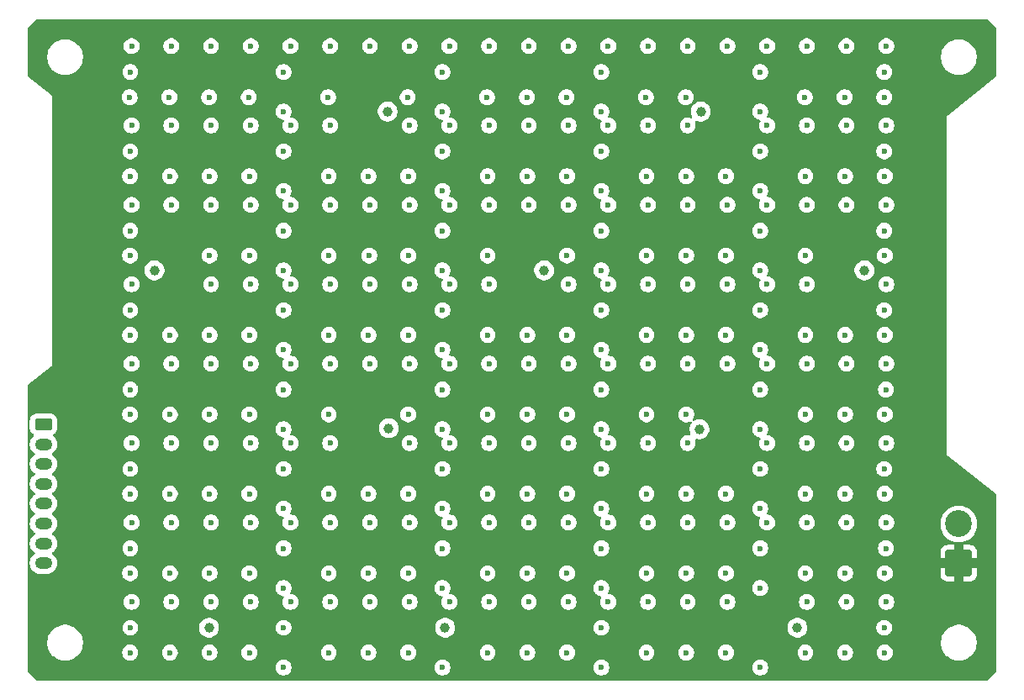
<source format=gbr>
%TF.GenerationSoftware,KiCad,Pcbnew,9.0.4*%
%TF.CreationDate,2025-10-23T14:40:02-04:00*%
%TF.ProjectId,display,64697370-6c61-4792-9e6b-696361645f70,0.1.0*%
%TF.SameCoordinates,Original*%
%TF.FileFunction,Copper,L3,Inr*%
%TF.FilePolarity,Positive*%
%FSLAX46Y46*%
G04 Gerber Fmt 4.6, Leading zero omitted, Abs format (unit mm)*
G04 Created by KiCad (PCBNEW 9.0.4) date 2025-10-23 14:40:02*
%MOMM*%
%LPD*%
G01*
G04 APERTURE LIST*
G04 Aperture macros list*
%AMRoundRect*
0 Rectangle with rounded corners*
0 $1 Rounding radius*
0 $2 $3 $4 $5 $6 $7 $8 $9 X,Y pos of 4 corners*
0 Add a 4 corners polygon primitive as box body*
4,1,4,$2,$3,$4,$5,$6,$7,$8,$9,$2,$3,0*
0 Add four circle primitives for the rounded corners*
1,1,$1+$1,$2,$3*
1,1,$1+$1,$4,$5*
1,1,$1+$1,$6,$7*
1,1,$1+$1,$8,$9*
0 Add four rect primitives between the rounded corners*
20,1,$1+$1,$2,$3,$4,$5,0*
20,1,$1+$1,$4,$5,$6,$7,0*
20,1,$1+$1,$6,$7,$8,$9,0*
20,1,$1+$1,$8,$9,$2,$3,0*%
G04 Aperture macros list end*
%TA.AperFunction,ComponentPad*%
%ADD10RoundRect,0.250001X1.099999X-1.099999X1.099999X1.099999X-1.099999X1.099999X-1.099999X-1.099999X0*%
%TD*%
%TA.AperFunction,ComponentPad*%
%ADD11C,2.700000*%
%TD*%
%TA.AperFunction,ComponentPad*%
%ADD12RoundRect,0.250000X-0.625000X0.350000X-0.625000X-0.350000X0.625000X-0.350000X0.625000X0.350000X0*%
%TD*%
%TA.AperFunction,ComponentPad*%
%ADD13O,1.750000X1.200000*%
%TD*%
%TA.AperFunction,ViaPad*%
%ADD14C,0.600000*%
%TD*%
%TA.AperFunction,ViaPad*%
%ADD15C,1.000000*%
%TD*%
G04 APERTURE END LIST*
D10*
%TO.N,VDD*%
%TO.C,J1*%
X101000000Y-67000000D03*
D11*
%TO.N,GND*%
X101000000Y-63040000D03*
%TD*%
D12*
%TO.N,DIN1*%
%TO.C,J2*%
X8825000Y-53000000D03*
D13*
%TO.N,DIN2*%
X8825000Y-55000000D03*
%TO.N,DIN3*%
X8825000Y-57000000D03*
%TO.N,DIN4*%
X8825000Y-59000000D03*
%TO.N,DIN5*%
X8825000Y-61000000D03*
%TO.N,DIN6*%
X8825000Y-63000000D03*
%TO.N,DIN7*%
X8825000Y-65000000D03*
%TO.N,DIN8*%
X8825000Y-67000000D03*
%TD*%
D14*
%TO.N,GND*%
X61498750Y-20050000D03*
X73552500Y-28000000D03*
X77552500Y-28000000D03*
X29552500Y-76000000D03*
X61700000Y-46900000D03*
X65000000Y-61500000D03*
X85552500Y-28000000D03*
X61700000Y-54900000D03*
X85552500Y-44000000D03*
X41700000Y-38900000D03*
X29700000Y-22900000D03*
X21700000Y-22900000D03*
X37552500Y-28000000D03*
X45552500Y-44000000D03*
X85700000Y-30900000D03*
X53552500Y-44000000D03*
X17567500Y-65500000D03*
X57700000Y-54900000D03*
X41700000Y-62900000D03*
X49000000Y-33500000D03*
X85552500Y-36000000D03*
X45552500Y-68000000D03*
X17500000Y-20050000D03*
X65700000Y-70900000D03*
X61552500Y-60000000D03*
X49000000Y-61500000D03*
X45498750Y-20050000D03*
X85700000Y-46900000D03*
D15*
X20000000Y-37500000D03*
D14*
X73552500Y-36000000D03*
X65000000Y-65500000D03*
X85552500Y-76000000D03*
X49000000Y-53500000D03*
X89552500Y-52000000D03*
X25700000Y-30900000D03*
D15*
X74884300Y-53500000D03*
D14*
X53552500Y-52000000D03*
X25552500Y-76000000D03*
X73700000Y-38900000D03*
X81700000Y-54900000D03*
X69552500Y-60000000D03*
X85700000Y-54900000D03*
X41552500Y-68000000D03*
X85498750Y-20050000D03*
X21498750Y-20050000D03*
X53552500Y-68000000D03*
X33000000Y-45500000D03*
X57498750Y-20050000D03*
X17553750Y-76000000D03*
X57700000Y-14900000D03*
X85552500Y-52000000D03*
X49700000Y-22900000D03*
X37552500Y-68000000D03*
X25552500Y-36000000D03*
X57700000Y-30900000D03*
X17700000Y-46900000D03*
X89552500Y-28000000D03*
X25700000Y-46900000D03*
X25700000Y-54900000D03*
X65000000Y-17500000D03*
X25700000Y-70900000D03*
X37700000Y-22900000D03*
X57700000Y-62900000D03*
X53700000Y-62900000D03*
X49000000Y-77500000D03*
X45552500Y-76000000D03*
X17567500Y-33500000D03*
X37552500Y-60000000D03*
X49700000Y-46900000D03*
X77552500Y-68000000D03*
X77700000Y-14900000D03*
X29498750Y-20050000D03*
D15*
X25500000Y-73500000D03*
D14*
X57552500Y-52000000D03*
X49000000Y-21500000D03*
X29552500Y-44000000D03*
X73700000Y-62900000D03*
X33000000Y-37500000D03*
X41700000Y-30900000D03*
X77700000Y-38900000D03*
X45700000Y-14900000D03*
X53552500Y-60000000D03*
X73700000Y-46900000D03*
X81000000Y-17500000D03*
X69552500Y-68000000D03*
X33000000Y-41500000D03*
X45700000Y-62900000D03*
X21700000Y-14900000D03*
X81000000Y-69500000D03*
X89700000Y-62900000D03*
X69552500Y-76000000D03*
D15*
X43481400Y-21500000D03*
D14*
X25498750Y-20050000D03*
X29552500Y-52000000D03*
X53700000Y-14900000D03*
X29700000Y-62900000D03*
X33700000Y-14900000D03*
X29552500Y-36000000D03*
X65000000Y-45500000D03*
X61552500Y-28000000D03*
X73552500Y-52000000D03*
X93700000Y-46900000D03*
X73498750Y-20050000D03*
X93700000Y-38900000D03*
X45700000Y-22900000D03*
X89552500Y-68000000D03*
X17700000Y-30900000D03*
X89700000Y-46900000D03*
D15*
X75018600Y-21500000D03*
D14*
X45700000Y-30900000D03*
X17567500Y-57500000D03*
X49000000Y-37500000D03*
X93552500Y-76000000D03*
X65700000Y-38900000D03*
X29552500Y-68000000D03*
X33000000Y-57500000D03*
X49000000Y-41500000D03*
X57700000Y-70900000D03*
X65000000Y-29500000D03*
X53552500Y-76000000D03*
X65000000Y-77500000D03*
X29552500Y-60000000D03*
X65000000Y-21500000D03*
X33000000Y-65500000D03*
X81000000Y-57500000D03*
X21552500Y-44000000D03*
X93700000Y-70900000D03*
X93552500Y-36000000D03*
X45552500Y-52000000D03*
X81000000Y-33500000D03*
X77700000Y-30900000D03*
X73700000Y-30900000D03*
X37700000Y-30900000D03*
X33700000Y-22900000D03*
X89498750Y-20050000D03*
X89552500Y-44000000D03*
X17567500Y-41500000D03*
X81000000Y-37500000D03*
X45552500Y-60000000D03*
X33000000Y-17500000D03*
X61700000Y-14900000D03*
X37700000Y-14900000D03*
X53700000Y-38900000D03*
X81700000Y-22900000D03*
X77700000Y-46900000D03*
X53552500Y-36000000D03*
X41552500Y-44000000D03*
X53498750Y-20050000D03*
X29700000Y-46900000D03*
X77552500Y-60000000D03*
X81700000Y-30900000D03*
X49000000Y-69500000D03*
X45700000Y-46900000D03*
X73552500Y-60000000D03*
X17700000Y-62900000D03*
X93552500Y-68000000D03*
X81700000Y-38900000D03*
X33700000Y-46900000D03*
X29700000Y-70900000D03*
X85700000Y-14900000D03*
X77552500Y-36000000D03*
X93700000Y-14900000D03*
X33700000Y-30900000D03*
X37700000Y-70900000D03*
X65000000Y-57500000D03*
X17553750Y-52000000D03*
X89700000Y-54900000D03*
X65700000Y-46900000D03*
X49700000Y-62900000D03*
X93700000Y-54900000D03*
X37498750Y-20050000D03*
X93552500Y-44000000D03*
X81000000Y-65500000D03*
X81000000Y-45500000D03*
X65000000Y-33500000D03*
X21700000Y-30900000D03*
X65700000Y-30900000D03*
X93552500Y-60000000D03*
X81700000Y-14900000D03*
X61700000Y-38900000D03*
X49000000Y-17500000D03*
X65000000Y-73500000D03*
X57700000Y-46900000D03*
X45552500Y-36000000D03*
X69552500Y-44000000D03*
D15*
X84750000Y-73500000D03*
D14*
X37700000Y-38900000D03*
X21552500Y-68000000D03*
X49000000Y-45500000D03*
X25700000Y-22900000D03*
X25552500Y-28000000D03*
X45700000Y-38900000D03*
X41552500Y-28000000D03*
D15*
X59250000Y-37500000D03*
D14*
X73552500Y-68000000D03*
X93552500Y-52000000D03*
X57552500Y-60000000D03*
X61552500Y-68000000D03*
X29700000Y-38900000D03*
X17700000Y-38900000D03*
X85552500Y-60000000D03*
X49700000Y-70900000D03*
X41552500Y-60000000D03*
X33700000Y-38900000D03*
X33000000Y-25500000D03*
X33700000Y-62900000D03*
X93700000Y-22900000D03*
X17700000Y-54900000D03*
X69700000Y-70900000D03*
X57552500Y-44000000D03*
X61700000Y-70900000D03*
D15*
X43600000Y-53400000D03*
D14*
X33000000Y-73500000D03*
X61552500Y-76000000D03*
X77552500Y-76000000D03*
X53552500Y-28000000D03*
X65700000Y-54900000D03*
X85700000Y-22900000D03*
X65000000Y-53500000D03*
X49700000Y-38900000D03*
X33000000Y-49500000D03*
X65700000Y-14900000D03*
X49000000Y-65500000D03*
X21552500Y-76000000D03*
X45700000Y-54900000D03*
X17700000Y-14900000D03*
D15*
X49268600Y-73500000D03*
D14*
X37700000Y-54900000D03*
X69552500Y-36000000D03*
X61700000Y-30900000D03*
X89700000Y-30900000D03*
X93500000Y-17500000D03*
X69552500Y-28000000D03*
X61552500Y-52000000D03*
X17700000Y-22900000D03*
X41552500Y-76000000D03*
X53700000Y-30900000D03*
X69700000Y-62900000D03*
X17553750Y-68000000D03*
X45700000Y-70900000D03*
X49000000Y-57500000D03*
X21552500Y-60000000D03*
X33700000Y-54900000D03*
X69700000Y-30900000D03*
X17553750Y-60000000D03*
X25700000Y-38900000D03*
X57552500Y-68000000D03*
X61552500Y-36000000D03*
X81000000Y-25500000D03*
X69700000Y-54900000D03*
X65000000Y-37500000D03*
X49000000Y-25500000D03*
X93500000Y-25500000D03*
X93500000Y-57500000D03*
X81000000Y-21500000D03*
X73700000Y-54900000D03*
X53700000Y-54900000D03*
X45552500Y-28000000D03*
X77700000Y-62900000D03*
X33000000Y-21500000D03*
X17567500Y-73500000D03*
X17553750Y-28000000D03*
X81700000Y-62900000D03*
X33000000Y-61500000D03*
X21700000Y-62900000D03*
X17553750Y-36000000D03*
X89700000Y-70900000D03*
X17553750Y-44000000D03*
X25552500Y-60000000D03*
X17567500Y-49500000D03*
X81000000Y-61500000D03*
X73700000Y-70900000D03*
X33000000Y-33500000D03*
X49700000Y-14900000D03*
X73552500Y-44000000D03*
X85552500Y-68000000D03*
X77552500Y-44000000D03*
X73700000Y-22900000D03*
X93652500Y-49500000D03*
X93498750Y-20050000D03*
X61700000Y-22900000D03*
X53700000Y-46900000D03*
X57700000Y-22900000D03*
X41700000Y-70900000D03*
X21552500Y-28000000D03*
X29552500Y-28000000D03*
X93700000Y-62900000D03*
X17567500Y-25500000D03*
X53700000Y-22900000D03*
X33000000Y-77500000D03*
X37552500Y-52000000D03*
X37552500Y-44000000D03*
X65000000Y-69500000D03*
X21700000Y-54900000D03*
X53700000Y-70900000D03*
X85700000Y-38900000D03*
X81000000Y-77500000D03*
X25552500Y-68000000D03*
X69700000Y-14900000D03*
X33700000Y-70900000D03*
X21700000Y-70900000D03*
X69498750Y-20050000D03*
X37552500Y-76000000D03*
D15*
X91500000Y-37500000D03*
D14*
X37700000Y-62900000D03*
X25700000Y-62900000D03*
X37552500Y-36000000D03*
X81700000Y-46900000D03*
X49000000Y-49500000D03*
X93700000Y-30900000D03*
X81000000Y-53500000D03*
X93652500Y-65500000D03*
X73552500Y-76000000D03*
X65000000Y-25500000D03*
X41700000Y-14900000D03*
X65700000Y-22900000D03*
X25552500Y-52000000D03*
X73700000Y-14900000D03*
X69700000Y-46900000D03*
X93500000Y-33500000D03*
X33000000Y-53500000D03*
X33000000Y-29500000D03*
X49700000Y-30900000D03*
X85700000Y-62900000D03*
X17700000Y-70900000D03*
X69700000Y-22900000D03*
X61552500Y-44000000D03*
X33000000Y-69500000D03*
X81000000Y-49500000D03*
X41633750Y-36000000D03*
X81000000Y-41500000D03*
X25700000Y-14900000D03*
X61700000Y-62900000D03*
X17567500Y-17500000D03*
X69700000Y-38900000D03*
X21700000Y-46900000D03*
X93500000Y-41500000D03*
X29700000Y-30900000D03*
X89552500Y-76000000D03*
X37700000Y-46900000D03*
X65000000Y-41500000D03*
X89552500Y-60000000D03*
X85700000Y-70900000D03*
X93500000Y-73500000D03*
X65700000Y-62900000D03*
X49000000Y-29500000D03*
X69552500Y-52000000D03*
X25552500Y-44000000D03*
X77700000Y-70900000D03*
X93552500Y-28000000D03*
X41700000Y-46900000D03*
X49700000Y-54900000D03*
X89700000Y-14900000D03*
X21552500Y-52000000D03*
X57552500Y-28000000D03*
X29700000Y-54900000D03*
X81000000Y-29500000D03*
X57552500Y-76000000D03*
X89700000Y-22900000D03*
X65000000Y-49500000D03*
X29700000Y-14900000D03*
%TO.N,VDD*%
X37652500Y-58900000D03*
X69600000Y-16000000D03*
X25652500Y-26900000D03*
X93600000Y-64000000D03*
X45652500Y-26900000D03*
X73600000Y-40000000D03*
X49598750Y-18950000D03*
X33600000Y-24000000D03*
X37600000Y-56000000D03*
X45652500Y-58900000D03*
X37600000Y-16000000D03*
X65652500Y-42900000D03*
X29600000Y-40000000D03*
X53600000Y-32000000D03*
X81589416Y-71093556D03*
X93652500Y-34900000D03*
X85652500Y-58900000D03*
X29652500Y-50900000D03*
X25600000Y-32000000D03*
X29598750Y-18950000D03*
X41600000Y-16000000D03*
X37600000Y-32000000D03*
X37652500Y-42900000D03*
X17598750Y-18950000D03*
X37652500Y-74900000D03*
X21600000Y-32000000D03*
X73600000Y-48000000D03*
X81652500Y-50900000D03*
X61600000Y-16000000D03*
X49652500Y-26900000D03*
X73652500Y-58900000D03*
X69600000Y-56000000D03*
X29652500Y-66900000D03*
X21600000Y-16000000D03*
X61652500Y-66900000D03*
X29600000Y-24000000D03*
X77600000Y-72000000D03*
X77600000Y-56000000D03*
X49600000Y-56000000D03*
X81598750Y-18950000D03*
X93652500Y-74900000D03*
X57600000Y-32000000D03*
X93652500Y-66900000D03*
X61598750Y-18950000D03*
D15*
X90500000Y-73500000D03*
D14*
X73600000Y-56000000D03*
X45652500Y-42900000D03*
X17652500Y-74900000D03*
X81652500Y-66900000D03*
X41600000Y-24000000D03*
X21600000Y-40000000D03*
X21652500Y-42900000D03*
X25600000Y-64000000D03*
X93652500Y-50900000D03*
X33600000Y-64000000D03*
X73600000Y-72000000D03*
X65600000Y-40000000D03*
X57652500Y-34900000D03*
X81600000Y-16000000D03*
X53652500Y-26900000D03*
X53600000Y-56000000D03*
X81652500Y-26900000D03*
X65600000Y-72000000D03*
X65652500Y-74900000D03*
X69600000Y-24000000D03*
X21652500Y-50900000D03*
X61600000Y-24000000D03*
X49652500Y-42900000D03*
X61600000Y-64000000D03*
X57652500Y-66900000D03*
X81600000Y-56000000D03*
X57600000Y-40000000D03*
X69652500Y-58900000D03*
X85600000Y-32000000D03*
X93652500Y-58900000D03*
X69600000Y-72000000D03*
X77652500Y-34900000D03*
X33652500Y-66900000D03*
X81500000Y-75500000D03*
X41600000Y-64000000D03*
X85652500Y-66900000D03*
X41652500Y-50900000D03*
X41652500Y-42900000D03*
X89652500Y-58900000D03*
X93600000Y-48000000D03*
X41600000Y-48000000D03*
X49600000Y-48000000D03*
X41652500Y-34900000D03*
X25600000Y-56000000D03*
X53600000Y-72000000D03*
X45598750Y-18950000D03*
X69652500Y-34900000D03*
X17600000Y-40000000D03*
X69652500Y-26900000D03*
X65652500Y-26900000D03*
X85600000Y-48000000D03*
X61600000Y-40000000D03*
X37600000Y-64000000D03*
X85652500Y-34900000D03*
X61600000Y-48000000D03*
X37652500Y-34900000D03*
X57600000Y-56000000D03*
X57600000Y-24000000D03*
X89600000Y-56000000D03*
X49652500Y-50900000D03*
X57652500Y-58900000D03*
X85600000Y-72000000D03*
X69600000Y-48000000D03*
X17652500Y-42900000D03*
X65600000Y-56000000D03*
X65600000Y-64000000D03*
X89652500Y-66900000D03*
X17652500Y-66900000D03*
X49600000Y-72000000D03*
X89600000Y-64000000D03*
X77652500Y-66900000D03*
X45652500Y-66900000D03*
X53652500Y-50900000D03*
X77598750Y-18950000D03*
X41598750Y-18950000D03*
X21652500Y-66900000D03*
X73600000Y-32000000D03*
X73600000Y-16000000D03*
X25652500Y-66900000D03*
X49600000Y-40000000D03*
X85652500Y-50900000D03*
X17652500Y-50900000D03*
X41652500Y-74900000D03*
X93600000Y-40000000D03*
X33600000Y-40000000D03*
X33652500Y-34900000D03*
X49600000Y-24000000D03*
X57600000Y-16000000D03*
X61600000Y-72000000D03*
X73652500Y-50900000D03*
X93600000Y-56000000D03*
X81652500Y-34900000D03*
X37600000Y-24000000D03*
X77600000Y-48000000D03*
X57598750Y-18950000D03*
X45600000Y-40000000D03*
X61600000Y-32000000D03*
D15*
X53615700Y-37500000D03*
D14*
X73652500Y-26900000D03*
X49652500Y-74900000D03*
X33600000Y-32000000D03*
X73652500Y-42900000D03*
X21600000Y-64000000D03*
X85598750Y-18950000D03*
X29600000Y-72000000D03*
X41600000Y-72000000D03*
X93600000Y-24000000D03*
X33600000Y-56000000D03*
X49600000Y-64000000D03*
X57652500Y-50900000D03*
X81652500Y-42900000D03*
X89652500Y-26900000D03*
X77652500Y-42900000D03*
X73652500Y-34900000D03*
X33652500Y-74900000D03*
X45600000Y-64000000D03*
X81652500Y-58900000D03*
X29652500Y-26900000D03*
X73652500Y-74900000D03*
X17600000Y-16000000D03*
X25652500Y-58900000D03*
D15*
X85865700Y-37500000D03*
D14*
X61652500Y-50900000D03*
X45600000Y-56000000D03*
X29652500Y-58900000D03*
X81600000Y-48000000D03*
X29652500Y-74900000D03*
X77600000Y-40000000D03*
X33652500Y-58900000D03*
X53652500Y-66900000D03*
X57652500Y-26900000D03*
X89652500Y-34900000D03*
X41652500Y-66900000D03*
X29652500Y-42900000D03*
X61600000Y-56000000D03*
X17600000Y-24000000D03*
X49652500Y-58900000D03*
X53600000Y-48000000D03*
X41652500Y-58900000D03*
X45600000Y-48000000D03*
X21600000Y-48000000D03*
X85652500Y-74900000D03*
X25598750Y-18950000D03*
X65600000Y-48000000D03*
X65652500Y-50900000D03*
X61652500Y-34900000D03*
X33600000Y-16000000D03*
X93652500Y-26900000D03*
X73600000Y-64000000D03*
X53600000Y-24000000D03*
X89600000Y-32000000D03*
X37600000Y-48000000D03*
X25600000Y-16000000D03*
X29652500Y-34900000D03*
X85600000Y-56000000D03*
X57652500Y-42900000D03*
D15*
X54750000Y-73500000D03*
D14*
X81600000Y-24000000D03*
X69652500Y-50900000D03*
X53600000Y-64000000D03*
X17600000Y-48000000D03*
X77652500Y-26900000D03*
X29600000Y-32000000D03*
X81600000Y-64000000D03*
X37600000Y-40000000D03*
X17600000Y-72000000D03*
X65600000Y-16000000D03*
X89600000Y-24000000D03*
D15*
X25481400Y-37500000D03*
D14*
X25652500Y-74900000D03*
X25600000Y-40000000D03*
X69600000Y-64000000D03*
X37652500Y-50900000D03*
X25600000Y-72000000D03*
X41600000Y-40000000D03*
X69600000Y-32000000D03*
X65652500Y-66900000D03*
X45652500Y-74900000D03*
X45600000Y-24000000D03*
X57600000Y-48000000D03*
X33652500Y-26900000D03*
X21600000Y-24000000D03*
X37652500Y-66900000D03*
X93600000Y-72000000D03*
X29600000Y-64000000D03*
X77600000Y-32000000D03*
X61652500Y-74900000D03*
X93598750Y-18950000D03*
X65600000Y-32000000D03*
X89600000Y-48000000D03*
X37652500Y-26900000D03*
X89598750Y-18950000D03*
X89600000Y-16000000D03*
X93600000Y-16000000D03*
X69598750Y-18950000D03*
D15*
X69518600Y-21500000D03*
D14*
X25600000Y-24000000D03*
X45600000Y-16000000D03*
D15*
X37981400Y-21500000D03*
D14*
X89600000Y-40000000D03*
X81600000Y-32000000D03*
X45600000Y-32000000D03*
D15*
X20000000Y-73500000D03*
D14*
X85600000Y-64000000D03*
X25652500Y-42900000D03*
X29600000Y-48000000D03*
X21600000Y-56000000D03*
X73600000Y-24000000D03*
X85652500Y-26900000D03*
X89652500Y-50900000D03*
X45652500Y-50900000D03*
X61652500Y-42900000D03*
X53598750Y-18950000D03*
X17652500Y-34900000D03*
X69652500Y-66900000D03*
X77600000Y-24000000D03*
X65600000Y-24000000D03*
X49600000Y-16000000D03*
X77600000Y-64000000D03*
X73598750Y-18950000D03*
X29600000Y-16000000D03*
X45652500Y-34900000D03*
D15*
X69500000Y-53500000D03*
D14*
X41600000Y-32000000D03*
X33600000Y-48000000D03*
X53652500Y-58900000D03*
X61652500Y-58900000D03*
X17600000Y-64000000D03*
X41652500Y-26900000D03*
X53600000Y-16000000D03*
X85600000Y-16000000D03*
X41600000Y-56000000D03*
X21652500Y-34900000D03*
X17652500Y-58900000D03*
X85600000Y-24000000D03*
X69652500Y-42900000D03*
X21652500Y-58900000D03*
X33652500Y-42900000D03*
X45600000Y-72000000D03*
X21652500Y-26900000D03*
X61652500Y-26900000D03*
X53652500Y-42900000D03*
X65652500Y-58900000D03*
X25652500Y-34900000D03*
X77600000Y-16000000D03*
X69600000Y-40000000D03*
X17600000Y-56000000D03*
X77652500Y-50900000D03*
X77652500Y-74900000D03*
X89652500Y-42900000D03*
X65652500Y-34900000D03*
X57600000Y-64000000D03*
X81600000Y-40000000D03*
X93600000Y-32000000D03*
X73652500Y-66900000D03*
X49600000Y-32000000D03*
X37598750Y-18950000D03*
X53652500Y-74900000D03*
X33598750Y-18950000D03*
X65598750Y-18950000D03*
X25600000Y-48000000D03*
X33652500Y-50900000D03*
X85652500Y-42900000D03*
X17600000Y-32000000D03*
X69652500Y-74900000D03*
X77652500Y-58900000D03*
X33600000Y-72000000D03*
D15*
X37750000Y-53500000D03*
D14*
X29600000Y-56000000D03*
X49652500Y-66900000D03*
X49652500Y-34900000D03*
X17652500Y-26900000D03*
X53652500Y-34900000D03*
X21598750Y-18950000D03*
X37600000Y-72000000D03*
X53600000Y-40000000D03*
X85600000Y-40000000D03*
X25652500Y-50900000D03*
X93652500Y-42900000D03*
%TD*%
%TA.AperFunction,Conductor*%
%TO.N,VDD*%
G36*
X103932627Y-12220185D02*
G01*
X103953269Y-12236819D01*
X104763181Y-13046731D01*
X104796666Y-13108054D01*
X104799500Y-13134412D01*
X104799500Y-17844036D01*
X104779815Y-17911075D01*
X104752962Y-17940864D01*
X99910719Y-21814658D01*
X99896973Y-21825654D01*
X99886426Y-21830024D01*
X99866080Y-21850369D01*
X99860720Y-21854658D01*
X99860716Y-21854662D01*
X99843605Y-21868350D01*
X99838096Y-21878352D01*
X99830024Y-21886426D01*
X99819017Y-21912996D01*
X99815702Y-21919017D01*
X99815702Y-21919020D01*
X99805131Y-21938217D01*
X99805130Y-21938218D01*
X99805130Y-21938220D01*
X99803868Y-21949570D01*
X99799500Y-21960118D01*
X99799500Y-21988891D01*
X99798742Y-21995713D01*
X99796321Y-22017499D01*
X99797367Y-22029669D01*
X99797173Y-22029685D01*
X99799500Y-22046069D01*
X99799500Y-55971535D01*
X99796322Y-55982503D01*
X99799500Y-56011106D01*
X99799500Y-56039880D01*
X99801710Y-56050995D01*
X99805130Y-56061780D01*
X99815698Y-56080972D01*
X99819013Y-56086992D01*
X99830024Y-56113574D01*
X99838098Y-56121648D01*
X99843606Y-56131650D01*
X99866076Y-56149626D01*
X99886426Y-56169976D01*
X99896974Y-56174344D01*
X99910721Y-56185342D01*
X101121281Y-57153790D01*
X104752962Y-60059135D01*
X104793014Y-60116385D01*
X104799500Y-60155962D01*
X104799500Y-77865588D01*
X104779815Y-77932627D01*
X104763181Y-77953269D01*
X103953269Y-78763181D01*
X103891946Y-78796666D01*
X103865588Y-78799500D01*
X8134412Y-78799500D01*
X8067373Y-78779815D01*
X8046731Y-78763181D01*
X7236819Y-77953269D01*
X7203334Y-77891946D01*
X7200500Y-77865588D01*
X7200500Y-77421153D01*
X32199500Y-77421153D01*
X32199500Y-77578846D01*
X32230261Y-77733489D01*
X32230264Y-77733501D01*
X32290602Y-77879172D01*
X32290609Y-77879185D01*
X32378210Y-78010288D01*
X32378213Y-78010292D01*
X32489707Y-78121786D01*
X32489711Y-78121789D01*
X32620814Y-78209390D01*
X32620827Y-78209397D01*
X32766498Y-78269735D01*
X32766503Y-78269737D01*
X32921153Y-78300499D01*
X32921156Y-78300500D01*
X32921158Y-78300500D01*
X33078844Y-78300500D01*
X33078845Y-78300499D01*
X33233497Y-78269737D01*
X33379179Y-78209394D01*
X33510289Y-78121789D01*
X33621789Y-78010289D01*
X33709394Y-77879179D01*
X33769737Y-77733497D01*
X33800500Y-77578842D01*
X33800500Y-77421158D01*
X33800500Y-77421155D01*
X33800499Y-77421153D01*
X48199500Y-77421153D01*
X48199500Y-77578846D01*
X48230261Y-77733489D01*
X48230264Y-77733501D01*
X48290602Y-77879172D01*
X48290609Y-77879185D01*
X48378210Y-78010288D01*
X48378213Y-78010292D01*
X48489707Y-78121786D01*
X48489711Y-78121789D01*
X48620814Y-78209390D01*
X48620827Y-78209397D01*
X48766498Y-78269735D01*
X48766503Y-78269737D01*
X48921153Y-78300499D01*
X48921156Y-78300500D01*
X48921158Y-78300500D01*
X49078844Y-78300500D01*
X49078845Y-78300499D01*
X49233497Y-78269737D01*
X49379179Y-78209394D01*
X49510289Y-78121789D01*
X49621789Y-78010289D01*
X49709394Y-77879179D01*
X49769737Y-77733497D01*
X49800500Y-77578842D01*
X49800500Y-77421158D01*
X49800500Y-77421155D01*
X49800499Y-77421153D01*
X64199500Y-77421153D01*
X64199500Y-77578846D01*
X64230261Y-77733489D01*
X64230264Y-77733501D01*
X64290602Y-77879172D01*
X64290609Y-77879185D01*
X64378210Y-78010288D01*
X64378213Y-78010292D01*
X64489707Y-78121786D01*
X64489711Y-78121789D01*
X64620814Y-78209390D01*
X64620827Y-78209397D01*
X64766498Y-78269735D01*
X64766503Y-78269737D01*
X64921153Y-78300499D01*
X64921156Y-78300500D01*
X64921158Y-78300500D01*
X65078844Y-78300500D01*
X65078845Y-78300499D01*
X65233497Y-78269737D01*
X65379179Y-78209394D01*
X65510289Y-78121789D01*
X65621789Y-78010289D01*
X65709394Y-77879179D01*
X65769737Y-77733497D01*
X65800500Y-77578842D01*
X65800500Y-77421158D01*
X65800500Y-77421155D01*
X65800499Y-77421153D01*
X80199500Y-77421153D01*
X80199500Y-77578846D01*
X80230261Y-77733489D01*
X80230264Y-77733501D01*
X80290602Y-77879172D01*
X80290609Y-77879185D01*
X80378210Y-78010288D01*
X80378213Y-78010292D01*
X80489707Y-78121786D01*
X80489711Y-78121789D01*
X80620814Y-78209390D01*
X80620827Y-78209397D01*
X80766498Y-78269735D01*
X80766503Y-78269737D01*
X80921153Y-78300499D01*
X80921156Y-78300500D01*
X80921158Y-78300500D01*
X81078844Y-78300500D01*
X81078845Y-78300499D01*
X81233497Y-78269737D01*
X81379179Y-78209394D01*
X81510289Y-78121789D01*
X81621789Y-78010289D01*
X81709394Y-77879179D01*
X81769737Y-77733497D01*
X81800500Y-77578842D01*
X81800500Y-77421158D01*
X81800500Y-77421155D01*
X81800499Y-77421153D01*
X81769738Y-77266510D01*
X81769737Y-77266503D01*
X81769735Y-77266498D01*
X81709397Y-77120827D01*
X81709390Y-77120814D01*
X81621789Y-76989711D01*
X81621786Y-76989707D01*
X81510292Y-76878213D01*
X81510288Y-76878210D01*
X81379185Y-76790609D01*
X81379172Y-76790602D01*
X81233501Y-76730264D01*
X81233489Y-76730261D01*
X81078845Y-76699500D01*
X81078842Y-76699500D01*
X80921158Y-76699500D01*
X80921155Y-76699500D01*
X80766510Y-76730261D01*
X80766498Y-76730264D01*
X80620827Y-76790602D01*
X80620814Y-76790609D01*
X80489711Y-76878210D01*
X80489707Y-76878213D01*
X80378213Y-76989707D01*
X80378210Y-76989711D01*
X80290609Y-77120814D01*
X80290602Y-77120827D01*
X80230264Y-77266498D01*
X80230261Y-77266510D01*
X80199500Y-77421153D01*
X65800499Y-77421153D01*
X65769738Y-77266510D01*
X65769737Y-77266503D01*
X65769735Y-77266498D01*
X65709397Y-77120827D01*
X65709390Y-77120814D01*
X65621789Y-76989711D01*
X65621786Y-76989707D01*
X65510292Y-76878213D01*
X65510288Y-76878210D01*
X65379185Y-76790609D01*
X65379172Y-76790602D01*
X65233501Y-76730264D01*
X65233489Y-76730261D01*
X65078845Y-76699500D01*
X65078842Y-76699500D01*
X64921158Y-76699500D01*
X64921155Y-76699500D01*
X64766510Y-76730261D01*
X64766498Y-76730264D01*
X64620827Y-76790602D01*
X64620814Y-76790609D01*
X64489711Y-76878210D01*
X64489707Y-76878213D01*
X64378213Y-76989707D01*
X64378210Y-76989711D01*
X64290609Y-77120814D01*
X64290602Y-77120827D01*
X64230264Y-77266498D01*
X64230261Y-77266510D01*
X64199500Y-77421153D01*
X49800499Y-77421153D01*
X49769738Y-77266510D01*
X49769737Y-77266503D01*
X49769735Y-77266498D01*
X49709397Y-77120827D01*
X49709390Y-77120814D01*
X49621789Y-76989711D01*
X49621786Y-76989707D01*
X49510292Y-76878213D01*
X49510288Y-76878210D01*
X49379185Y-76790609D01*
X49379172Y-76790602D01*
X49233501Y-76730264D01*
X49233489Y-76730261D01*
X49078845Y-76699500D01*
X49078842Y-76699500D01*
X48921158Y-76699500D01*
X48921155Y-76699500D01*
X48766510Y-76730261D01*
X48766498Y-76730264D01*
X48620827Y-76790602D01*
X48620814Y-76790609D01*
X48489711Y-76878210D01*
X48489707Y-76878213D01*
X48378213Y-76989707D01*
X48378210Y-76989711D01*
X48290609Y-77120814D01*
X48290602Y-77120827D01*
X48230264Y-77266498D01*
X48230261Y-77266510D01*
X48199500Y-77421153D01*
X33800499Y-77421153D01*
X33769738Y-77266510D01*
X33769737Y-77266503D01*
X33769735Y-77266498D01*
X33709397Y-77120827D01*
X33709390Y-77120814D01*
X33621789Y-76989711D01*
X33621786Y-76989707D01*
X33510292Y-76878213D01*
X33510288Y-76878210D01*
X33379185Y-76790609D01*
X33379172Y-76790602D01*
X33233501Y-76730264D01*
X33233489Y-76730261D01*
X33078845Y-76699500D01*
X33078842Y-76699500D01*
X32921158Y-76699500D01*
X32921155Y-76699500D01*
X32766510Y-76730261D01*
X32766498Y-76730264D01*
X32620827Y-76790602D01*
X32620814Y-76790609D01*
X32489711Y-76878210D01*
X32489707Y-76878213D01*
X32378213Y-76989707D01*
X32378210Y-76989711D01*
X32290609Y-77120814D01*
X32290602Y-77120827D01*
X32230264Y-77266498D01*
X32230261Y-77266510D01*
X32199500Y-77421153D01*
X7200500Y-77421153D01*
X7200500Y-74881995D01*
X9199500Y-74881995D01*
X9199500Y-75118004D01*
X9199501Y-75118020D01*
X9222222Y-75290606D01*
X9230307Y-75352014D01*
X9237327Y-75378213D01*
X9291394Y-75579993D01*
X9381714Y-75798045D01*
X9381719Y-75798056D01*
X9452677Y-75920957D01*
X9499727Y-76002450D01*
X9499729Y-76002453D01*
X9499730Y-76002454D01*
X9643406Y-76189697D01*
X9643412Y-76189704D01*
X9810295Y-76356587D01*
X9810302Y-76356593D01*
X9839728Y-76379172D01*
X9997550Y-76500273D01*
X10128918Y-76576118D01*
X10201943Y-76618280D01*
X10201948Y-76618282D01*
X10201951Y-76618284D01*
X10420007Y-76708606D01*
X10647986Y-76769693D01*
X10881989Y-76800500D01*
X10881996Y-76800500D01*
X11118004Y-76800500D01*
X11118011Y-76800500D01*
X11352014Y-76769693D01*
X11579993Y-76708606D01*
X11798049Y-76618284D01*
X12002450Y-76500273D01*
X12189699Y-76356592D01*
X12356592Y-76189699D01*
X12500273Y-76002450D01*
X12547210Y-75921153D01*
X16753250Y-75921153D01*
X16753250Y-76078846D01*
X16784011Y-76233489D01*
X16784014Y-76233501D01*
X16844352Y-76379172D01*
X16844359Y-76379185D01*
X16931960Y-76510288D01*
X16931963Y-76510292D01*
X17043457Y-76621786D01*
X17043461Y-76621789D01*
X17174564Y-76709390D01*
X17174577Y-76709397D01*
X17320147Y-76769693D01*
X17320253Y-76769737D01*
X17474898Y-76800498D01*
X17474903Y-76800499D01*
X17474906Y-76800500D01*
X17474908Y-76800500D01*
X17632594Y-76800500D01*
X17632595Y-76800499D01*
X17787247Y-76769737D01*
X17932929Y-76709394D01*
X18064039Y-76621789D01*
X18175539Y-76510289D01*
X18263144Y-76379179D01*
X18323487Y-76233497D01*
X18354250Y-76078842D01*
X18354250Y-75921158D01*
X18354250Y-75921155D01*
X18354249Y-75921153D01*
X20752000Y-75921153D01*
X20752000Y-76078846D01*
X20782761Y-76233489D01*
X20782764Y-76233501D01*
X20843102Y-76379172D01*
X20843109Y-76379185D01*
X20930710Y-76510288D01*
X20930713Y-76510292D01*
X21042207Y-76621786D01*
X21042211Y-76621789D01*
X21173314Y-76709390D01*
X21173327Y-76709397D01*
X21318897Y-76769693D01*
X21319003Y-76769737D01*
X21473648Y-76800498D01*
X21473653Y-76800499D01*
X21473656Y-76800500D01*
X21473658Y-76800500D01*
X21631344Y-76800500D01*
X21631345Y-76800499D01*
X21785997Y-76769737D01*
X21931679Y-76709394D01*
X22062789Y-76621789D01*
X22174289Y-76510289D01*
X22261894Y-76379179D01*
X22322237Y-76233497D01*
X22353000Y-76078842D01*
X22353000Y-75921158D01*
X22353000Y-75921155D01*
X22352999Y-75921153D01*
X24752000Y-75921153D01*
X24752000Y-76078846D01*
X24782761Y-76233489D01*
X24782764Y-76233501D01*
X24843102Y-76379172D01*
X24843109Y-76379185D01*
X24930710Y-76510288D01*
X24930713Y-76510292D01*
X25042207Y-76621786D01*
X25042211Y-76621789D01*
X25173314Y-76709390D01*
X25173327Y-76709397D01*
X25318897Y-76769693D01*
X25319003Y-76769737D01*
X25473648Y-76800498D01*
X25473653Y-76800499D01*
X25473656Y-76800500D01*
X25473658Y-76800500D01*
X25631344Y-76800500D01*
X25631345Y-76800499D01*
X25785997Y-76769737D01*
X25931679Y-76709394D01*
X26062789Y-76621789D01*
X26174289Y-76510289D01*
X26261894Y-76379179D01*
X26322237Y-76233497D01*
X26353000Y-76078842D01*
X26353000Y-75921158D01*
X26353000Y-75921155D01*
X26352999Y-75921153D01*
X28752000Y-75921153D01*
X28752000Y-76078846D01*
X28782761Y-76233489D01*
X28782764Y-76233501D01*
X28843102Y-76379172D01*
X28843109Y-76379185D01*
X28930710Y-76510288D01*
X28930713Y-76510292D01*
X29042207Y-76621786D01*
X29042211Y-76621789D01*
X29173314Y-76709390D01*
X29173327Y-76709397D01*
X29318897Y-76769693D01*
X29319003Y-76769737D01*
X29473648Y-76800498D01*
X29473653Y-76800499D01*
X29473656Y-76800500D01*
X29473658Y-76800500D01*
X29631344Y-76800500D01*
X29631345Y-76800499D01*
X29785997Y-76769737D01*
X29931679Y-76709394D01*
X30062789Y-76621789D01*
X30174289Y-76510289D01*
X30261894Y-76379179D01*
X30322237Y-76233497D01*
X30353000Y-76078842D01*
X30353000Y-75921158D01*
X30353000Y-75921155D01*
X30352999Y-75921153D01*
X36752000Y-75921153D01*
X36752000Y-76078846D01*
X36782761Y-76233489D01*
X36782764Y-76233501D01*
X36843102Y-76379172D01*
X36843109Y-76379185D01*
X36930710Y-76510288D01*
X36930713Y-76510292D01*
X37042207Y-76621786D01*
X37042211Y-76621789D01*
X37173314Y-76709390D01*
X37173327Y-76709397D01*
X37318897Y-76769693D01*
X37319003Y-76769737D01*
X37473648Y-76800498D01*
X37473653Y-76800499D01*
X37473656Y-76800500D01*
X37473658Y-76800500D01*
X37631344Y-76800500D01*
X37631345Y-76800499D01*
X37785997Y-76769737D01*
X37931679Y-76709394D01*
X38062789Y-76621789D01*
X38174289Y-76510289D01*
X38261894Y-76379179D01*
X38322237Y-76233497D01*
X38353000Y-76078842D01*
X38353000Y-75921158D01*
X38353000Y-75921155D01*
X38352999Y-75921153D01*
X40752000Y-75921153D01*
X40752000Y-76078846D01*
X40782761Y-76233489D01*
X40782764Y-76233501D01*
X40843102Y-76379172D01*
X40843109Y-76379185D01*
X40930710Y-76510288D01*
X40930713Y-76510292D01*
X41042207Y-76621786D01*
X41042211Y-76621789D01*
X41173314Y-76709390D01*
X41173327Y-76709397D01*
X41318897Y-76769693D01*
X41319003Y-76769737D01*
X41473648Y-76800498D01*
X41473653Y-76800499D01*
X41473656Y-76800500D01*
X41473658Y-76800500D01*
X41631344Y-76800500D01*
X41631345Y-76800499D01*
X41785997Y-76769737D01*
X41931679Y-76709394D01*
X42062789Y-76621789D01*
X42174289Y-76510289D01*
X42261894Y-76379179D01*
X42322237Y-76233497D01*
X42353000Y-76078842D01*
X42353000Y-75921158D01*
X42353000Y-75921155D01*
X42352999Y-75921153D01*
X44752000Y-75921153D01*
X44752000Y-76078846D01*
X44782761Y-76233489D01*
X44782764Y-76233501D01*
X44843102Y-76379172D01*
X44843109Y-76379185D01*
X44930710Y-76510288D01*
X44930713Y-76510292D01*
X45042207Y-76621786D01*
X45042211Y-76621789D01*
X45173314Y-76709390D01*
X45173327Y-76709397D01*
X45318897Y-76769693D01*
X45319003Y-76769737D01*
X45473648Y-76800498D01*
X45473653Y-76800499D01*
X45473656Y-76800500D01*
X45473658Y-76800500D01*
X45631344Y-76800500D01*
X45631345Y-76800499D01*
X45785997Y-76769737D01*
X45931679Y-76709394D01*
X46062789Y-76621789D01*
X46174289Y-76510289D01*
X46261894Y-76379179D01*
X46322237Y-76233497D01*
X46353000Y-76078842D01*
X46353000Y-75921158D01*
X46353000Y-75921155D01*
X46352999Y-75921153D01*
X52752000Y-75921153D01*
X52752000Y-76078846D01*
X52782761Y-76233489D01*
X52782764Y-76233501D01*
X52843102Y-76379172D01*
X52843109Y-76379185D01*
X52930710Y-76510288D01*
X52930713Y-76510292D01*
X53042207Y-76621786D01*
X53042211Y-76621789D01*
X53173314Y-76709390D01*
X53173327Y-76709397D01*
X53318897Y-76769693D01*
X53319003Y-76769737D01*
X53473648Y-76800498D01*
X53473653Y-76800499D01*
X53473656Y-76800500D01*
X53473658Y-76800500D01*
X53631344Y-76800500D01*
X53631345Y-76800499D01*
X53785997Y-76769737D01*
X53931679Y-76709394D01*
X54062789Y-76621789D01*
X54174289Y-76510289D01*
X54261894Y-76379179D01*
X54322237Y-76233497D01*
X54353000Y-76078842D01*
X54353000Y-75921158D01*
X54353000Y-75921155D01*
X54352999Y-75921153D01*
X56752000Y-75921153D01*
X56752000Y-76078846D01*
X56782761Y-76233489D01*
X56782764Y-76233501D01*
X56843102Y-76379172D01*
X56843109Y-76379185D01*
X56930710Y-76510288D01*
X56930713Y-76510292D01*
X57042207Y-76621786D01*
X57042211Y-76621789D01*
X57173314Y-76709390D01*
X57173327Y-76709397D01*
X57318897Y-76769693D01*
X57319003Y-76769737D01*
X57473648Y-76800498D01*
X57473653Y-76800499D01*
X57473656Y-76800500D01*
X57473658Y-76800500D01*
X57631344Y-76800500D01*
X57631345Y-76800499D01*
X57785997Y-76769737D01*
X57931679Y-76709394D01*
X58062789Y-76621789D01*
X58174289Y-76510289D01*
X58261894Y-76379179D01*
X58322237Y-76233497D01*
X58353000Y-76078842D01*
X58353000Y-75921158D01*
X58353000Y-75921155D01*
X58352999Y-75921153D01*
X60752000Y-75921153D01*
X60752000Y-76078846D01*
X60782761Y-76233489D01*
X60782764Y-76233501D01*
X60843102Y-76379172D01*
X60843109Y-76379185D01*
X60930710Y-76510288D01*
X60930713Y-76510292D01*
X61042207Y-76621786D01*
X61042211Y-76621789D01*
X61173314Y-76709390D01*
X61173327Y-76709397D01*
X61318897Y-76769693D01*
X61319003Y-76769737D01*
X61473648Y-76800498D01*
X61473653Y-76800499D01*
X61473656Y-76800500D01*
X61473658Y-76800500D01*
X61631344Y-76800500D01*
X61631345Y-76800499D01*
X61785997Y-76769737D01*
X61931679Y-76709394D01*
X62062789Y-76621789D01*
X62174289Y-76510289D01*
X62261894Y-76379179D01*
X62322237Y-76233497D01*
X62353000Y-76078842D01*
X62353000Y-75921158D01*
X62353000Y-75921155D01*
X62352999Y-75921153D01*
X68752000Y-75921153D01*
X68752000Y-76078846D01*
X68782761Y-76233489D01*
X68782764Y-76233501D01*
X68843102Y-76379172D01*
X68843109Y-76379185D01*
X68930710Y-76510288D01*
X68930713Y-76510292D01*
X69042207Y-76621786D01*
X69042211Y-76621789D01*
X69173314Y-76709390D01*
X69173327Y-76709397D01*
X69318897Y-76769693D01*
X69319003Y-76769737D01*
X69473648Y-76800498D01*
X69473653Y-76800499D01*
X69473656Y-76800500D01*
X69473658Y-76800500D01*
X69631344Y-76800500D01*
X69631345Y-76800499D01*
X69785997Y-76769737D01*
X69931679Y-76709394D01*
X70062789Y-76621789D01*
X70174289Y-76510289D01*
X70261894Y-76379179D01*
X70322237Y-76233497D01*
X70353000Y-76078842D01*
X70353000Y-75921158D01*
X70353000Y-75921155D01*
X70352999Y-75921153D01*
X72752000Y-75921153D01*
X72752000Y-76078846D01*
X72782761Y-76233489D01*
X72782764Y-76233501D01*
X72843102Y-76379172D01*
X72843109Y-76379185D01*
X72930710Y-76510288D01*
X72930713Y-76510292D01*
X73042207Y-76621786D01*
X73042211Y-76621789D01*
X73173314Y-76709390D01*
X73173327Y-76709397D01*
X73318897Y-76769693D01*
X73319003Y-76769737D01*
X73473648Y-76800498D01*
X73473653Y-76800499D01*
X73473656Y-76800500D01*
X73473658Y-76800500D01*
X73631344Y-76800500D01*
X73631345Y-76800499D01*
X73785997Y-76769737D01*
X73931679Y-76709394D01*
X74062789Y-76621789D01*
X74174289Y-76510289D01*
X74261894Y-76379179D01*
X74322237Y-76233497D01*
X74353000Y-76078842D01*
X74353000Y-75921158D01*
X74353000Y-75921155D01*
X74352999Y-75921153D01*
X76752000Y-75921153D01*
X76752000Y-76078846D01*
X76782761Y-76233489D01*
X76782764Y-76233501D01*
X76843102Y-76379172D01*
X76843109Y-76379185D01*
X76930710Y-76510288D01*
X76930713Y-76510292D01*
X77042207Y-76621786D01*
X77042211Y-76621789D01*
X77173314Y-76709390D01*
X77173327Y-76709397D01*
X77318897Y-76769693D01*
X77319003Y-76769737D01*
X77473648Y-76800498D01*
X77473653Y-76800499D01*
X77473656Y-76800500D01*
X77473658Y-76800500D01*
X77631344Y-76800500D01*
X77631345Y-76800499D01*
X77785997Y-76769737D01*
X77931679Y-76709394D01*
X78062789Y-76621789D01*
X78174289Y-76510289D01*
X78261894Y-76379179D01*
X78322237Y-76233497D01*
X78353000Y-76078842D01*
X78353000Y-75921158D01*
X78353000Y-75921155D01*
X78352999Y-75921153D01*
X84752000Y-75921153D01*
X84752000Y-76078846D01*
X84782761Y-76233489D01*
X84782764Y-76233501D01*
X84843102Y-76379172D01*
X84843109Y-76379185D01*
X84930710Y-76510288D01*
X84930713Y-76510292D01*
X85042207Y-76621786D01*
X85042211Y-76621789D01*
X85173314Y-76709390D01*
X85173327Y-76709397D01*
X85318897Y-76769693D01*
X85319003Y-76769737D01*
X85473648Y-76800498D01*
X85473653Y-76800499D01*
X85473656Y-76800500D01*
X85473658Y-76800500D01*
X85631344Y-76800500D01*
X85631345Y-76800499D01*
X85785997Y-76769737D01*
X85931679Y-76709394D01*
X86062789Y-76621789D01*
X86174289Y-76510289D01*
X86261894Y-76379179D01*
X86322237Y-76233497D01*
X86353000Y-76078842D01*
X86353000Y-75921158D01*
X86353000Y-75921155D01*
X86352999Y-75921153D01*
X88752000Y-75921153D01*
X88752000Y-76078846D01*
X88782761Y-76233489D01*
X88782764Y-76233501D01*
X88843102Y-76379172D01*
X88843109Y-76379185D01*
X88930710Y-76510288D01*
X88930713Y-76510292D01*
X89042207Y-76621786D01*
X89042211Y-76621789D01*
X89173314Y-76709390D01*
X89173327Y-76709397D01*
X89318897Y-76769693D01*
X89319003Y-76769737D01*
X89473648Y-76800498D01*
X89473653Y-76800499D01*
X89473656Y-76800500D01*
X89473658Y-76800500D01*
X89631344Y-76800500D01*
X89631345Y-76800499D01*
X89785997Y-76769737D01*
X89931679Y-76709394D01*
X90062789Y-76621789D01*
X90174289Y-76510289D01*
X90261894Y-76379179D01*
X90322237Y-76233497D01*
X90353000Y-76078842D01*
X90353000Y-75921158D01*
X90353000Y-75921155D01*
X90352999Y-75921153D01*
X92752000Y-75921153D01*
X92752000Y-76078846D01*
X92782761Y-76233489D01*
X92782764Y-76233501D01*
X92843102Y-76379172D01*
X92843109Y-76379185D01*
X92930710Y-76510288D01*
X92930713Y-76510292D01*
X93042207Y-76621786D01*
X93042211Y-76621789D01*
X93173314Y-76709390D01*
X93173327Y-76709397D01*
X93318897Y-76769693D01*
X93319003Y-76769737D01*
X93473648Y-76800498D01*
X93473653Y-76800499D01*
X93473656Y-76800500D01*
X93473658Y-76800500D01*
X93631344Y-76800500D01*
X93631345Y-76800499D01*
X93785997Y-76769737D01*
X93931679Y-76709394D01*
X94062789Y-76621789D01*
X94174289Y-76510289D01*
X94261894Y-76379179D01*
X94322237Y-76233497D01*
X94353000Y-76078842D01*
X94353000Y-75921158D01*
X94353000Y-75921155D01*
X94352999Y-75921153D01*
X94350562Y-75908903D01*
X94322237Y-75766503D01*
X94322235Y-75766498D01*
X94261897Y-75620827D01*
X94261890Y-75620814D01*
X94174289Y-75489711D01*
X94174286Y-75489707D01*
X94062792Y-75378213D01*
X94062788Y-75378210D01*
X93931685Y-75290609D01*
X93931672Y-75290602D01*
X93786001Y-75230264D01*
X93785989Y-75230261D01*
X93631345Y-75199500D01*
X93631342Y-75199500D01*
X93473658Y-75199500D01*
X93473655Y-75199500D01*
X93319010Y-75230261D01*
X93318998Y-75230264D01*
X93173327Y-75290602D01*
X93173314Y-75290609D01*
X93042211Y-75378210D01*
X93042207Y-75378213D01*
X92930713Y-75489707D01*
X92930710Y-75489711D01*
X92843109Y-75620814D01*
X92843102Y-75620827D01*
X92782764Y-75766498D01*
X92782761Y-75766510D01*
X92752000Y-75921153D01*
X90352999Y-75921153D01*
X90350562Y-75908903D01*
X90322237Y-75766503D01*
X90322235Y-75766498D01*
X90261897Y-75620827D01*
X90261890Y-75620814D01*
X90174289Y-75489711D01*
X90174286Y-75489707D01*
X90062792Y-75378213D01*
X90062788Y-75378210D01*
X89931685Y-75290609D01*
X89931672Y-75290602D01*
X89786001Y-75230264D01*
X89785989Y-75230261D01*
X89631345Y-75199500D01*
X89631342Y-75199500D01*
X89473658Y-75199500D01*
X89473655Y-75199500D01*
X89319010Y-75230261D01*
X89318998Y-75230264D01*
X89173327Y-75290602D01*
X89173314Y-75290609D01*
X89042211Y-75378210D01*
X89042207Y-75378213D01*
X88930713Y-75489707D01*
X88930710Y-75489711D01*
X88843109Y-75620814D01*
X88843102Y-75620827D01*
X88782764Y-75766498D01*
X88782761Y-75766510D01*
X88752000Y-75921153D01*
X86352999Y-75921153D01*
X86350562Y-75908903D01*
X86322237Y-75766503D01*
X86322235Y-75766498D01*
X86261897Y-75620827D01*
X86261890Y-75620814D01*
X86174289Y-75489711D01*
X86174286Y-75489707D01*
X86062792Y-75378213D01*
X86062788Y-75378210D01*
X85931685Y-75290609D01*
X85931672Y-75290602D01*
X85786001Y-75230264D01*
X85785989Y-75230261D01*
X85631345Y-75199500D01*
X85631342Y-75199500D01*
X85473658Y-75199500D01*
X85473655Y-75199500D01*
X85319010Y-75230261D01*
X85318998Y-75230264D01*
X85173327Y-75290602D01*
X85173314Y-75290609D01*
X85042211Y-75378210D01*
X85042207Y-75378213D01*
X84930713Y-75489707D01*
X84930710Y-75489711D01*
X84843109Y-75620814D01*
X84843102Y-75620827D01*
X84782764Y-75766498D01*
X84782761Y-75766510D01*
X84752000Y-75921153D01*
X78352999Y-75921153D01*
X78350562Y-75908903D01*
X78322237Y-75766503D01*
X78322235Y-75766498D01*
X78261897Y-75620827D01*
X78261890Y-75620814D01*
X78174289Y-75489711D01*
X78174286Y-75489707D01*
X78062792Y-75378213D01*
X78062788Y-75378210D01*
X77931685Y-75290609D01*
X77931672Y-75290602D01*
X77786001Y-75230264D01*
X77785989Y-75230261D01*
X77631345Y-75199500D01*
X77631342Y-75199500D01*
X77473658Y-75199500D01*
X77473655Y-75199500D01*
X77319010Y-75230261D01*
X77318998Y-75230264D01*
X77173327Y-75290602D01*
X77173314Y-75290609D01*
X77042211Y-75378210D01*
X77042207Y-75378213D01*
X76930713Y-75489707D01*
X76930710Y-75489711D01*
X76843109Y-75620814D01*
X76843102Y-75620827D01*
X76782764Y-75766498D01*
X76782761Y-75766510D01*
X76752000Y-75921153D01*
X74352999Y-75921153D01*
X74350562Y-75908903D01*
X74322237Y-75766503D01*
X74322235Y-75766498D01*
X74261897Y-75620827D01*
X74261890Y-75620814D01*
X74174289Y-75489711D01*
X74174286Y-75489707D01*
X74062792Y-75378213D01*
X74062788Y-75378210D01*
X73931685Y-75290609D01*
X73931672Y-75290602D01*
X73786001Y-75230264D01*
X73785989Y-75230261D01*
X73631345Y-75199500D01*
X73631342Y-75199500D01*
X73473658Y-75199500D01*
X73473655Y-75199500D01*
X73319010Y-75230261D01*
X73318998Y-75230264D01*
X73173327Y-75290602D01*
X73173314Y-75290609D01*
X73042211Y-75378210D01*
X73042207Y-75378213D01*
X72930713Y-75489707D01*
X72930710Y-75489711D01*
X72843109Y-75620814D01*
X72843102Y-75620827D01*
X72782764Y-75766498D01*
X72782761Y-75766510D01*
X72752000Y-75921153D01*
X70352999Y-75921153D01*
X70350562Y-75908903D01*
X70322237Y-75766503D01*
X70322235Y-75766498D01*
X70261897Y-75620827D01*
X70261890Y-75620814D01*
X70174289Y-75489711D01*
X70174286Y-75489707D01*
X70062792Y-75378213D01*
X70062788Y-75378210D01*
X69931685Y-75290609D01*
X69931672Y-75290602D01*
X69786001Y-75230264D01*
X69785989Y-75230261D01*
X69631345Y-75199500D01*
X69631342Y-75199500D01*
X69473658Y-75199500D01*
X69473655Y-75199500D01*
X69319010Y-75230261D01*
X69318998Y-75230264D01*
X69173327Y-75290602D01*
X69173314Y-75290609D01*
X69042211Y-75378210D01*
X69042207Y-75378213D01*
X68930713Y-75489707D01*
X68930710Y-75489711D01*
X68843109Y-75620814D01*
X68843102Y-75620827D01*
X68782764Y-75766498D01*
X68782761Y-75766510D01*
X68752000Y-75921153D01*
X62352999Y-75921153D01*
X62350562Y-75908903D01*
X62322237Y-75766503D01*
X62322235Y-75766498D01*
X62261897Y-75620827D01*
X62261890Y-75620814D01*
X62174289Y-75489711D01*
X62174286Y-75489707D01*
X62062792Y-75378213D01*
X62062788Y-75378210D01*
X61931685Y-75290609D01*
X61931672Y-75290602D01*
X61786001Y-75230264D01*
X61785989Y-75230261D01*
X61631345Y-75199500D01*
X61631342Y-75199500D01*
X61473658Y-75199500D01*
X61473655Y-75199500D01*
X61319010Y-75230261D01*
X61318998Y-75230264D01*
X61173327Y-75290602D01*
X61173314Y-75290609D01*
X61042211Y-75378210D01*
X61042207Y-75378213D01*
X60930713Y-75489707D01*
X60930710Y-75489711D01*
X60843109Y-75620814D01*
X60843102Y-75620827D01*
X60782764Y-75766498D01*
X60782761Y-75766510D01*
X60752000Y-75921153D01*
X58352999Y-75921153D01*
X58350562Y-75908903D01*
X58322237Y-75766503D01*
X58322235Y-75766498D01*
X58261897Y-75620827D01*
X58261890Y-75620814D01*
X58174289Y-75489711D01*
X58174286Y-75489707D01*
X58062792Y-75378213D01*
X58062788Y-75378210D01*
X57931685Y-75290609D01*
X57931672Y-75290602D01*
X57786001Y-75230264D01*
X57785989Y-75230261D01*
X57631345Y-75199500D01*
X57631342Y-75199500D01*
X57473658Y-75199500D01*
X57473655Y-75199500D01*
X57319010Y-75230261D01*
X57318998Y-75230264D01*
X57173327Y-75290602D01*
X57173314Y-75290609D01*
X57042211Y-75378210D01*
X57042207Y-75378213D01*
X56930713Y-75489707D01*
X56930710Y-75489711D01*
X56843109Y-75620814D01*
X56843102Y-75620827D01*
X56782764Y-75766498D01*
X56782761Y-75766510D01*
X56752000Y-75921153D01*
X54352999Y-75921153D01*
X54350562Y-75908903D01*
X54322237Y-75766503D01*
X54322235Y-75766498D01*
X54261897Y-75620827D01*
X54261890Y-75620814D01*
X54174289Y-75489711D01*
X54174286Y-75489707D01*
X54062792Y-75378213D01*
X54062788Y-75378210D01*
X53931685Y-75290609D01*
X53931672Y-75290602D01*
X53786001Y-75230264D01*
X53785989Y-75230261D01*
X53631345Y-75199500D01*
X53631342Y-75199500D01*
X53473658Y-75199500D01*
X53473655Y-75199500D01*
X53319010Y-75230261D01*
X53318998Y-75230264D01*
X53173327Y-75290602D01*
X53173314Y-75290609D01*
X53042211Y-75378210D01*
X53042207Y-75378213D01*
X52930713Y-75489707D01*
X52930710Y-75489711D01*
X52843109Y-75620814D01*
X52843102Y-75620827D01*
X52782764Y-75766498D01*
X52782761Y-75766510D01*
X52752000Y-75921153D01*
X46352999Y-75921153D01*
X46350562Y-75908903D01*
X46322237Y-75766503D01*
X46322235Y-75766498D01*
X46261897Y-75620827D01*
X46261890Y-75620814D01*
X46174289Y-75489711D01*
X46174286Y-75489707D01*
X46062792Y-75378213D01*
X46062788Y-75378210D01*
X45931685Y-75290609D01*
X45931672Y-75290602D01*
X45786001Y-75230264D01*
X45785989Y-75230261D01*
X45631345Y-75199500D01*
X45631342Y-75199500D01*
X45473658Y-75199500D01*
X45473655Y-75199500D01*
X45319010Y-75230261D01*
X45318998Y-75230264D01*
X45173327Y-75290602D01*
X45173314Y-75290609D01*
X45042211Y-75378210D01*
X45042207Y-75378213D01*
X44930713Y-75489707D01*
X44930710Y-75489711D01*
X44843109Y-75620814D01*
X44843102Y-75620827D01*
X44782764Y-75766498D01*
X44782761Y-75766510D01*
X44752000Y-75921153D01*
X42352999Y-75921153D01*
X42350562Y-75908903D01*
X42322237Y-75766503D01*
X42322235Y-75766498D01*
X42261897Y-75620827D01*
X42261890Y-75620814D01*
X42174289Y-75489711D01*
X42174286Y-75489707D01*
X42062792Y-75378213D01*
X42062788Y-75378210D01*
X41931685Y-75290609D01*
X41931672Y-75290602D01*
X41786001Y-75230264D01*
X41785989Y-75230261D01*
X41631345Y-75199500D01*
X41631342Y-75199500D01*
X41473658Y-75199500D01*
X41473655Y-75199500D01*
X41319010Y-75230261D01*
X41318998Y-75230264D01*
X41173327Y-75290602D01*
X41173314Y-75290609D01*
X41042211Y-75378210D01*
X41042207Y-75378213D01*
X40930713Y-75489707D01*
X40930710Y-75489711D01*
X40843109Y-75620814D01*
X40843102Y-75620827D01*
X40782764Y-75766498D01*
X40782761Y-75766510D01*
X40752000Y-75921153D01*
X38352999Y-75921153D01*
X38350562Y-75908903D01*
X38322237Y-75766503D01*
X38322235Y-75766498D01*
X38261897Y-75620827D01*
X38261890Y-75620814D01*
X38174289Y-75489711D01*
X38174286Y-75489707D01*
X38062792Y-75378213D01*
X38062788Y-75378210D01*
X37931685Y-75290609D01*
X37931672Y-75290602D01*
X37786001Y-75230264D01*
X37785989Y-75230261D01*
X37631345Y-75199500D01*
X37631342Y-75199500D01*
X37473658Y-75199500D01*
X37473655Y-75199500D01*
X37319010Y-75230261D01*
X37318998Y-75230264D01*
X37173327Y-75290602D01*
X37173314Y-75290609D01*
X37042211Y-75378210D01*
X37042207Y-75378213D01*
X36930713Y-75489707D01*
X36930710Y-75489711D01*
X36843109Y-75620814D01*
X36843102Y-75620827D01*
X36782764Y-75766498D01*
X36782761Y-75766510D01*
X36752000Y-75921153D01*
X30352999Y-75921153D01*
X30350562Y-75908903D01*
X30322237Y-75766503D01*
X30322235Y-75766498D01*
X30261897Y-75620827D01*
X30261890Y-75620814D01*
X30174289Y-75489711D01*
X30174286Y-75489707D01*
X30062792Y-75378213D01*
X30062788Y-75378210D01*
X29931685Y-75290609D01*
X29931672Y-75290602D01*
X29786001Y-75230264D01*
X29785989Y-75230261D01*
X29631345Y-75199500D01*
X29631342Y-75199500D01*
X29473658Y-75199500D01*
X29473655Y-75199500D01*
X29319010Y-75230261D01*
X29318998Y-75230264D01*
X29173327Y-75290602D01*
X29173314Y-75290609D01*
X29042211Y-75378210D01*
X29042207Y-75378213D01*
X28930713Y-75489707D01*
X28930710Y-75489711D01*
X28843109Y-75620814D01*
X28843102Y-75620827D01*
X28782764Y-75766498D01*
X28782761Y-75766510D01*
X28752000Y-75921153D01*
X26352999Y-75921153D01*
X26350562Y-75908903D01*
X26322237Y-75766503D01*
X26322235Y-75766498D01*
X26261897Y-75620827D01*
X26261890Y-75620814D01*
X26174289Y-75489711D01*
X26174286Y-75489707D01*
X26062792Y-75378213D01*
X26062788Y-75378210D01*
X25931685Y-75290609D01*
X25931672Y-75290602D01*
X25786001Y-75230264D01*
X25785989Y-75230261D01*
X25631345Y-75199500D01*
X25631342Y-75199500D01*
X25473658Y-75199500D01*
X25473655Y-75199500D01*
X25319010Y-75230261D01*
X25318998Y-75230264D01*
X25173327Y-75290602D01*
X25173314Y-75290609D01*
X25042211Y-75378210D01*
X25042207Y-75378213D01*
X24930713Y-75489707D01*
X24930710Y-75489711D01*
X24843109Y-75620814D01*
X24843102Y-75620827D01*
X24782764Y-75766498D01*
X24782761Y-75766510D01*
X24752000Y-75921153D01*
X22352999Y-75921153D01*
X22350562Y-75908903D01*
X22322237Y-75766503D01*
X22322235Y-75766498D01*
X22261897Y-75620827D01*
X22261890Y-75620814D01*
X22174289Y-75489711D01*
X22174286Y-75489707D01*
X22062792Y-75378213D01*
X22062788Y-75378210D01*
X21931685Y-75290609D01*
X21931672Y-75290602D01*
X21786001Y-75230264D01*
X21785989Y-75230261D01*
X21631345Y-75199500D01*
X21631342Y-75199500D01*
X21473658Y-75199500D01*
X21473655Y-75199500D01*
X21319010Y-75230261D01*
X21318998Y-75230264D01*
X21173327Y-75290602D01*
X21173314Y-75290609D01*
X21042211Y-75378210D01*
X21042207Y-75378213D01*
X20930713Y-75489707D01*
X20930710Y-75489711D01*
X20843109Y-75620814D01*
X20843102Y-75620827D01*
X20782764Y-75766498D01*
X20782761Y-75766510D01*
X20752000Y-75921153D01*
X18354249Y-75921153D01*
X18351812Y-75908903D01*
X18323487Y-75766503D01*
X18323485Y-75766498D01*
X18263147Y-75620827D01*
X18263140Y-75620814D01*
X18175539Y-75489711D01*
X18175536Y-75489707D01*
X18064042Y-75378213D01*
X18064038Y-75378210D01*
X17932935Y-75290609D01*
X17932922Y-75290602D01*
X17787251Y-75230264D01*
X17787239Y-75230261D01*
X17632595Y-75199500D01*
X17632592Y-75199500D01*
X17474908Y-75199500D01*
X17474905Y-75199500D01*
X17320260Y-75230261D01*
X17320248Y-75230264D01*
X17174577Y-75290602D01*
X17174564Y-75290609D01*
X17043461Y-75378210D01*
X17043457Y-75378213D01*
X16931963Y-75489707D01*
X16931960Y-75489711D01*
X16844359Y-75620814D01*
X16844352Y-75620827D01*
X16784014Y-75766498D01*
X16784011Y-75766510D01*
X16753250Y-75921153D01*
X12547210Y-75921153D01*
X12618284Y-75798049D01*
X12708606Y-75579993D01*
X12769693Y-75352014D01*
X12800500Y-75118011D01*
X12800500Y-74881995D01*
X99199500Y-74881995D01*
X99199500Y-75118004D01*
X99199501Y-75118020D01*
X99222222Y-75290606D01*
X99230307Y-75352014D01*
X99237327Y-75378213D01*
X99291394Y-75579993D01*
X99381714Y-75798045D01*
X99381719Y-75798056D01*
X99452677Y-75920957D01*
X99499727Y-76002450D01*
X99499729Y-76002453D01*
X99499730Y-76002454D01*
X99643406Y-76189697D01*
X99643412Y-76189704D01*
X99810295Y-76356587D01*
X99810302Y-76356593D01*
X99839728Y-76379172D01*
X99997550Y-76500273D01*
X100128918Y-76576118D01*
X100201943Y-76618280D01*
X100201948Y-76618282D01*
X100201951Y-76618284D01*
X100420007Y-76708606D01*
X100647986Y-76769693D01*
X100881989Y-76800500D01*
X100881996Y-76800500D01*
X101118004Y-76800500D01*
X101118011Y-76800500D01*
X101352014Y-76769693D01*
X101579993Y-76708606D01*
X101798049Y-76618284D01*
X102002450Y-76500273D01*
X102189699Y-76356592D01*
X102356592Y-76189699D01*
X102500273Y-76002450D01*
X102618284Y-75798049D01*
X102708606Y-75579993D01*
X102769693Y-75352014D01*
X102800500Y-75118011D01*
X102800500Y-74881989D01*
X102769693Y-74647986D01*
X102708606Y-74420007D01*
X102618284Y-74201951D01*
X102618282Y-74201948D01*
X102618280Y-74201943D01*
X102554282Y-74091097D01*
X102500273Y-73997550D01*
X102441001Y-73920306D01*
X102356593Y-73810302D01*
X102356587Y-73810295D01*
X102189704Y-73643412D01*
X102189697Y-73643406D01*
X102002454Y-73499730D01*
X102002453Y-73499729D01*
X102002450Y-73499727D01*
X101866365Y-73421158D01*
X101798056Y-73381719D01*
X101798045Y-73381714D01*
X101579993Y-73291394D01*
X101352010Y-73230306D01*
X101118020Y-73199501D01*
X101118017Y-73199500D01*
X101118011Y-73199500D01*
X100881989Y-73199500D01*
X100881983Y-73199500D01*
X100881979Y-73199501D01*
X100647989Y-73230306D01*
X100420006Y-73291394D01*
X100201954Y-73381714D01*
X100201943Y-73381719D01*
X99997545Y-73499730D01*
X99810302Y-73643406D01*
X99810295Y-73643412D01*
X99643412Y-73810295D01*
X99643406Y-73810302D01*
X99499730Y-73997545D01*
X99381719Y-74201943D01*
X99381714Y-74201954D01*
X99291394Y-74420006D01*
X99230306Y-74647989D01*
X99199501Y-74881979D01*
X99199500Y-74881995D01*
X12800500Y-74881995D01*
X12800500Y-74881989D01*
X12769693Y-74647986D01*
X12708606Y-74420007D01*
X12618284Y-74201951D01*
X12618282Y-74201948D01*
X12618280Y-74201943D01*
X12554282Y-74091097D01*
X12500273Y-73997550D01*
X12441001Y-73920306D01*
X12356593Y-73810302D01*
X12356587Y-73810295D01*
X12189704Y-73643412D01*
X12189697Y-73643406D01*
X12020324Y-73513442D01*
X12002454Y-73499730D01*
X12002453Y-73499729D01*
X12002450Y-73499727D01*
X11866365Y-73421158D01*
X11866356Y-73421153D01*
X16767000Y-73421153D01*
X16767000Y-73578846D01*
X16797761Y-73733489D01*
X16797764Y-73733501D01*
X16858102Y-73879172D01*
X16858109Y-73879185D01*
X16945710Y-74010288D01*
X16945713Y-74010292D01*
X17057207Y-74121786D01*
X17057211Y-74121789D01*
X17188314Y-74209390D01*
X17188327Y-74209397D01*
X17333998Y-74269735D01*
X17334003Y-74269737D01*
X17488653Y-74300499D01*
X17488656Y-74300500D01*
X17488658Y-74300500D01*
X17646344Y-74300500D01*
X17646345Y-74300499D01*
X17800997Y-74269737D01*
X17946679Y-74209394D01*
X18077789Y-74121789D01*
X18189289Y-74010289D01*
X18276894Y-73879179D01*
X18337237Y-73733497D01*
X18364081Y-73598543D01*
X24499499Y-73598543D01*
X24537947Y-73791829D01*
X24537950Y-73791839D01*
X24613364Y-73973907D01*
X24613371Y-73973920D01*
X24722860Y-74137781D01*
X24722863Y-74137785D01*
X24862214Y-74277136D01*
X24862218Y-74277139D01*
X25026079Y-74386628D01*
X25026092Y-74386635D01*
X25208160Y-74462049D01*
X25208165Y-74462051D01*
X25208169Y-74462051D01*
X25208170Y-74462052D01*
X25401456Y-74500500D01*
X25401459Y-74500500D01*
X25598543Y-74500500D01*
X25728582Y-74474632D01*
X25791835Y-74462051D01*
X25973914Y-74386632D01*
X26137782Y-74277139D01*
X26277139Y-74137782D01*
X26386632Y-73973914D01*
X26462051Y-73791835D01*
X26491575Y-73643412D01*
X26500500Y-73598543D01*
X26500500Y-73421153D01*
X32199500Y-73421153D01*
X32199500Y-73578846D01*
X32230261Y-73733489D01*
X32230264Y-73733501D01*
X32290602Y-73879172D01*
X32290609Y-73879185D01*
X32378210Y-74010288D01*
X32378213Y-74010292D01*
X32489707Y-74121786D01*
X32489711Y-74121789D01*
X32620814Y-74209390D01*
X32620827Y-74209397D01*
X32766498Y-74269735D01*
X32766503Y-74269737D01*
X32921153Y-74300499D01*
X32921156Y-74300500D01*
X32921158Y-74300500D01*
X33078844Y-74300500D01*
X33078845Y-74300499D01*
X33233497Y-74269737D01*
X33379179Y-74209394D01*
X33510289Y-74121789D01*
X33621789Y-74010289D01*
X33709394Y-73879179D01*
X33769737Y-73733497D01*
X33796581Y-73598543D01*
X48268099Y-73598543D01*
X48306547Y-73791829D01*
X48306550Y-73791839D01*
X48381964Y-73973907D01*
X48381971Y-73973920D01*
X48491460Y-74137781D01*
X48491463Y-74137785D01*
X48630814Y-74277136D01*
X48630818Y-74277139D01*
X48794679Y-74386628D01*
X48794692Y-74386635D01*
X48976760Y-74462049D01*
X48976765Y-74462051D01*
X48976769Y-74462051D01*
X48976770Y-74462052D01*
X49170056Y-74500500D01*
X49170059Y-74500500D01*
X49367143Y-74500500D01*
X49497182Y-74474632D01*
X49560435Y-74462051D01*
X49742514Y-74386632D01*
X49906382Y-74277139D01*
X50045739Y-74137782D01*
X50155232Y-73973914D01*
X50230651Y-73791835D01*
X50260175Y-73643412D01*
X50269100Y-73598543D01*
X50269100Y-73421153D01*
X64199500Y-73421153D01*
X64199500Y-73578846D01*
X64230261Y-73733489D01*
X64230264Y-73733501D01*
X64290602Y-73879172D01*
X64290609Y-73879185D01*
X64378210Y-74010288D01*
X64378213Y-74010292D01*
X64489707Y-74121786D01*
X64489711Y-74121789D01*
X64620814Y-74209390D01*
X64620827Y-74209397D01*
X64766498Y-74269735D01*
X64766503Y-74269737D01*
X64921153Y-74300499D01*
X64921156Y-74300500D01*
X64921158Y-74300500D01*
X65078844Y-74300500D01*
X65078845Y-74300499D01*
X65233497Y-74269737D01*
X65379179Y-74209394D01*
X65510289Y-74121789D01*
X65621789Y-74010289D01*
X65709394Y-73879179D01*
X65769737Y-73733497D01*
X65796581Y-73598543D01*
X83749499Y-73598543D01*
X83787947Y-73791829D01*
X83787950Y-73791839D01*
X83863364Y-73973907D01*
X83863371Y-73973920D01*
X83972860Y-74137781D01*
X83972863Y-74137785D01*
X84112214Y-74277136D01*
X84112218Y-74277139D01*
X84276079Y-74386628D01*
X84276092Y-74386635D01*
X84458160Y-74462049D01*
X84458165Y-74462051D01*
X84458169Y-74462051D01*
X84458170Y-74462052D01*
X84651456Y-74500500D01*
X84651459Y-74500500D01*
X84848543Y-74500500D01*
X84978582Y-74474632D01*
X85041835Y-74462051D01*
X85223914Y-74386632D01*
X85387782Y-74277139D01*
X85527139Y-74137782D01*
X85636632Y-73973914D01*
X85712051Y-73791835D01*
X85741575Y-73643412D01*
X85750500Y-73598543D01*
X85750500Y-73421153D01*
X92699500Y-73421153D01*
X92699500Y-73578846D01*
X92730261Y-73733489D01*
X92730264Y-73733501D01*
X92790602Y-73879172D01*
X92790609Y-73879185D01*
X92878210Y-74010288D01*
X92878213Y-74010292D01*
X92989707Y-74121786D01*
X92989711Y-74121789D01*
X93120814Y-74209390D01*
X93120827Y-74209397D01*
X93266498Y-74269735D01*
X93266503Y-74269737D01*
X93421153Y-74300499D01*
X93421156Y-74300500D01*
X93421158Y-74300500D01*
X93578844Y-74300500D01*
X93578845Y-74300499D01*
X93733497Y-74269737D01*
X93879179Y-74209394D01*
X94010289Y-74121789D01*
X94121789Y-74010289D01*
X94209394Y-73879179D01*
X94269737Y-73733497D01*
X94300500Y-73578842D01*
X94300500Y-73421158D01*
X94300500Y-73421155D01*
X94300499Y-73421153D01*
X94269738Y-73266510D01*
X94269737Y-73266503D01*
X94241984Y-73199500D01*
X94209397Y-73120827D01*
X94209390Y-73120814D01*
X94121789Y-72989711D01*
X94121786Y-72989707D01*
X94010292Y-72878213D01*
X94010288Y-72878210D01*
X93879185Y-72790609D01*
X93879172Y-72790602D01*
X93733501Y-72730264D01*
X93733489Y-72730261D01*
X93578845Y-72699500D01*
X93578842Y-72699500D01*
X93421158Y-72699500D01*
X93421155Y-72699500D01*
X93266510Y-72730261D01*
X93266498Y-72730264D01*
X93120827Y-72790602D01*
X93120814Y-72790609D01*
X92989711Y-72878210D01*
X92989707Y-72878213D01*
X92878213Y-72989707D01*
X92878210Y-72989711D01*
X92790609Y-73120814D01*
X92790602Y-73120827D01*
X92730264Y-73266498D01*
X92730261Y-73266510D01*
X92699500Y-73421153D01*
X85750500Y-73421153D01*
X85750500Y-73401456D01*
X85712052Y-73208170D01*
X85712051Y-73208169D01*
X85712051Y-73208165D01*
X85675872Y-73120821D01*
X85636635Y-73026092D01*
X85636628Y-73026079D01*
X85527139Y-72862218D01*
X85527136Y-72862214D01*
X85387785Y-72722863D01*
X85387781Y-72722860D01*
X85223920Y-72613371D01*
X85223907Y-72613364D01*
X85041839Y-72537950D01*
X85041829Y-72537947D01*
X84848543Y-72499500D01*
X84848541Y-72499500D01*
X84651459Y-72499500D01*
X84651457Y-72499500D01*
X84458170Y-72537947D01*
X84458160Y-72537950D01*
X84276092Y-72613364D01*
X84276079Y-72613371D01*
X84112218Y-72722860D01*
X84112214Y-72722863D01*
X83972863Y-72862214D01*
X83972860Y-72862218D01*
X83863371Y-73026079D01*
X83863364Y-73026092D01*
X83787950Y-73208160D01*
X83787947Y-73208170D01*
X83749500Y-73401456D01*
X83749500Y-73401459D01*
X83749500Y-73598541D01*
X83749500Y-73598543D01*
X83749499Y-73598543D01*
X65796581Y-73598543D01*
X65800500Y-73578842D01*
X65800500Y-73421158D01*
X65800183Y-73419564D01*
X65800183Y-73419561D01*
X65800182Y-73419558D01*
X65769738Y-73266510D01*
X65769737Y-73266503D01*
X65741984Y-73199500D01*
X65709397Y-73120827D01*
X65709390Y-73120814D01*
X65621789Y-72989711D01*
X65621786Y-72989707D01*
X65510292Y-72878213D01*
X65510288Y-72878210D01*
X65379185Y-72790609D01*
X65379172Y-72790602D01*
X65233501Y-72730264D01*
X65233489Y-72730261D01*
X65078845Y-72699500D01*
X65078842Y-72699500D01*
X64921158Y-72699500D01*
X64921155Y-72699500D01*
X64766510Y-72730261D01*
X64766498Y-72730264D01*
X64620827Y-72790602D01*
X64620814Y-72790609D01*
X64489711Y-72878210D01*
X64489707Y-72878213D01*
X64378213Y-72989707D01*
X64378210Y-72989711D01*
X64290609Y-73120814D01*
X64290602Y-73120827D01*
X64230264Y-73266498D01*
X64230261Y-73266510D01*
X64199500Y-73421153D01*
X50269100Y-73421153D01*
X50269100Y-73401456D01*
X50230652Y-73208170D01*
X50230651Y-73208169D01*
X50230651Y-73208165D01*
X50194472Y-73120821D01*
X50155235Y-73026092D01*
X50155228Y-73026079D01*
X50045739Y-72862218D01*
X50045736Y-72862214D01*
X49906385Y-72722863D01*
X49906381Y-72722860D01*
X49742520Y-72613371D01*
X49742507Y-72613364D01*
X49560439Y-72537950D01*
X49560429Y-72537947D01*
X49367143Y-72499500D01*
X49367141Y-72499500D01*
X49170059Y-72499500D01*
X49170057Y-72499500D01*
X48976770Y-72537947D01*
X48976760Y-72537950D01*
X48794692Y-72613364D01*
X48794679Y-72613371D01*
X48630818Y-72722860D01*
X48630814Y-72722863D01*
X48491463Y-72862214D01*
X48491460Y-72862218D01*
X48381971Y-73026079D01*
X48381964Y-73026092D01*
X48306550Y-73208160D01*
X48306547Y-73208170D01*
X48268100Y-73401456D01*
X48268100Y-73401459D01*
X48268100Y-73598541D01*
X48268100Y-73598543D01*
X48268099Y-73598543D01*
X33796581Y-73598543D01*
X33800500Y-73578842D01*
X33800500Y-73421158D01*
X33800183Y-73419564D01*
X33800183Y-73419561D01*
X33800182Y-73419558D01*
X33769738Y-73266510D01*
X33769737Y-73266503D01*
X33741984Y-73199500D01*
X33709397Y-73120827D01*
X33709390Y-73120814D01*
X33621789Y-72989711D01*
X33621786Y-72989707D01*
X33510292Y-72878213D01*
X33510288Y-72878210D01*
X33379185Y-72790609D01*
X33379172Y-72790602D01*
X33233501Y-72730264D01*
X33233489Y-72730261D01*
X33078845Y-72699500D01*
X33078842Y-72699500D01*
X32921158Y-72699500D01*
X32921155Y-72699500D01*
X32766510Y-72730261D01*
X32766498Y-72730264D01*
X32620827Y-72790602D01*
X32620814Y-72790609D01*
X32489711Y-72878210D01*
X32489707Y-72878213D01*
X32378213Y-72989707D01*
X32378210Y-72989711D01*
X32290609Y-73120814D01*
X32290602Y-73120827D01*
X32230264Y-73266498D01*
X32230261Y-73266510D01*
X32199500Y-73421153D01*
X26500500Y-73421153D01*
X26500500Y-73401456D01*
X26462052Y-73208170D01*
X26462051Y-73208169D01*
X26462051Y-73208165D01*
X26425872Y-73120821D01*
X26386635Y-73026092D01*
X26386628Y-73026079D01*
X26277139Y-72862218D01*
X26277136Y-72862214D01*
X26137785Y-72722863D01*
X26137781Y-72722860D01*
X25973920Y-72613371D01*
X25973907Y-72613364D01*
X25791839Y-72537950D01*
X25791829Y-72537947D01*
X25598543Y-72499500D01*
X25598541Y-72499500D01*
X25401459Y-72499500D01*
X25401457Y-72499500D01*
X25208170Y-72537947D01*
X25208160Y-72537950D01*
X25026092Y-72613364D01*
X25026079Y-72613371D01*
X24862218Y-72722860D01*
X24862214Y-72722863D01*
X24722863Y-72862214D01*
X24722860Y-72862218D01*
X24613371Y-73026079D01*
X24613364Y-73026092D01*
X24537950Y-73208160D01*
X24537947Y-73208170D01*
X24499500Y-73401456D01*
X24499500Y-73401459D01*
X24499500Y-73598541D01*
X24499500Y-73598543D01*
X24499499Y-73598543D01*
X18364081Y-73598543D01*
X18368000Y-73578842D01*
X18368000Y-73421158D01*
X18367683Y-73419564D01*
X18367683Y-73419561D01*
X18367682Y-73419558D01*
X18337238Y-73266510D01*
X18337237Y-73266503D01*
X18309484Y-73199500D01*
X18276897Y-73120827D01*
X18276890Y-73120814D01*
X18189289Y-72989711D01*
X18189286Y-72989707D01*
X18077792Y-72878213D01*
X18077788Y-72878210D01*
X17946685Y-72790609D01*
X17946672Y-72790602D01*
X17801001Y-72730264D01*
X17800989Y-72730261D01*
X17646345Y-72699500D01*
X17646342Y-72699500D01*
X17488658Y-72699500D01*
X17488655Y-72699500D01*
X17334010Y-72730261D01*
X17333998Y-72730264D01*
X17188327Y-72790602D01*
X17188314Y-72790609D01*
X17057211Y-72878210D01*
X17057207Y-72878213D01*
X16945713Y-72989707D01*
X16945710Y-72989711D01*
X16858109Y-73120814D01*
X16858102Y-73120827D01*
X16797764Y-73266498D01*
X16797761Y-73266510D01*
X16767000Y-73421153D01*
X11866356Y-73421153D01*
X11798056Y-73381719D01*
X11798045Y-73381714D01*
X11579993Y-73291394D01*
X11352010Y-73230306D01*
X11118020Y-73199501D01*
X11118017Y-73199500D01*
X11118011Y-73199500D01*
X10881989Y-73199500D01*
X10881983Y-73199500D01*
X10881979Y-73199501D01*
X10647989Y-73230306D01*
X10420006Y-73291394D01*
X10201954Y-73381714D01*
X10201943Y-73381719D01*
X9997545Y-73499730D01*
X9810302Y-73643406D01*
X9810295Y-73643412D01*
X9643412Y-73810295D01*
X9643406Y-73810302D01*
X9499730Y-73997545D01*
X9381719Y-74201943D01*
X9381714Y-74201954D01*
X9291394Y-74420006D01*
X9230306Y-74647989D01*
X9199501Y-74881979D01*
X9199500Y-74881995D01*
X7200500Y-74881995D01*
X7200500Y-70821153D01*
X16899500Y-70821153D01*
X16899500Y-70978846D01*
X16930261Y-71133489D01*
X16930264Y-71133501D01*
X16990602Y-71279172D01*
X16990609Y-71279185D01*
X17078210Y-71410288D01*
X17078213Y-71410292D01*
X17189707Y-71521786D01*
X17189711Y-71521789D01*
X17320814Y-71609390D01*
X17320827Y-71609397D01*
X17466498Y-71669735D01*
X17466503Y-71669737D01*
X17621153Y-71700499D01*
X17621156Y-71700500D01*
X17621158Y-71700500D01*
X17778844Y-71700500D01*
X17778845Y-71700499D01*
X17933497Y-71669737D01*
X18079179Y-71609394D01*
X18210289Y-71521789D01*
X18321789Y-71410289D01*
X18409394Y-71279179D01*
X18469737Y-71133497D01*
X18500500Y-70978842D01*
X18500500Y-70821158D01*
X18500500Y-70821155D01*
X18500499Y-70821153D01*
X20899500Y-70821153D01*
X20899500Y-70978846D01*
X20930261Y-71133489D01*
X20930264Y-71133501D01*
X20990602Y-71279172D01*
X20990609Y-71279185D01*
X21078210Y-71410288D01*
X21078213Y-71410292D01*
X21189707Y-71521786D01*
X21189711Y-71521789D01*
X21320814Y-71609390D01*
X21320827Y-71609397D01*
X21466498Y-71669735D01*
X21466503Y-71669737D01*
X21621153Y-71700499D01*
X21621156Y-71700500D01*
X21621158Y-71700500D01*
X21778844Y-71700500D01*
X21778845Y-71700499D01*
X21933497Y-71669737D01*
X22079179Y-71609394D01*
X22210289Y-71521789D01*
X22321789Y-71410289D01*
X22409394Y-71279179D01*
X22469737Y-71133497D01*
X22500500Y-70978842D01*
X22500500Y-70821158D01*
X22500500Y-70821155D01*
X22500499Y-70821153D01*
X24899500Y-70821153D01*
X24899500Y-70978846D01*
X24930261Y-71133489D01*
X24930264Y-71133501D01*
X24990602Y-71279172D01*
X24990609Y-71279185D01*
X25078210Y-71410288D01*
X25078213Y-71410292D01*
X25189707Y-71521786D01*
X25189711Y-71521789D01*
X25320814Y-71609390D01*
X25320827Y-71609397D01*
X25466498Y-71669735D01*
X25466503Y-71669737D01*
X25621153Y-71700499D01*
X25621156Y-71700500D01*
X25621158Y-71700500D01*
X25778844Y-71700500D01*
X25778845Y-71700499D01*
X25933497Y-71669737D01*
X26079179Y-71609394D01*
X26210289Y-71521789D01*
X26321789Y-71410289D01*
X26409394Y-71279179D01*
X26469737Y-71133497D01*
X26500500Y-70978842D01*
X26500500Y-70821158D01*
X26500500Y-70821155D01*
X26500499Y-70821153D01*
X28899500Y-70821153D01*
X28899500Y-70978846D01*
X28930261Y-71133489D01*
X28930264Y-71133501D01*
X28990602Y-71279172D01*
X28990609Y-71279185D01*
X29078210Y-71410288D01*
X29078213Y-71410292D01*
X29189707Y-71521786D01*
X29189711Y-71521789D01*
X29320814Y-71609390D01*
X29320827Y-71609397D01*
X29466498Y-71669735D01*
X29466503Y-71669737D01*
X29621153Y-71700499D01*
X29621156Y-71700500D01*
X29621158Y-71700500D01*
X29778844Y-71700500D01*
X29778845Y-71700499D01*
X29933497Y-71669737D01*
X30079179Y-71609394D01*
X30210289Y-71521789D01*
X30321789Y-71410289D01*
X30409394Y-71279179D01*
X30469737Y-71133497D01*
X30500500Y-70978842D01*
X30500500Y-70821158D01*
X30500500Y-70821155D01*
X30500499Y-70821153D01*
X30469738Y-70666510D01*
X30469737Y-70666503D01*
X30469735Y-70666498D01*
X30409397Y-70520827D01*
X30409390Y-70520814D01*
X30321789Y-70389711D01*
X30321786Y-70389707D01*
X30210292Y-70278213D01*
X30210288Y-70278210D01*
X30079185Y-70190609D01*
X30079172Y-70190602D01*
X29933501Y-70130264D01*
X29933489Y-70130261D01*
X29778845Y-70099500D01*
X29778842Y-70099500D01*
X29621158Y-70099500D01*
X29621155Y-70099500D01*
X29466510Y-70130261D01*
X29466498Y-70130264D01*
X29320827Y-70190602D01*
X29320814Y-70190609D01*
X29189711Y-70278210D01*
X29189707Y-70278213D01*
X29078213Y-70389707D01*
X29078210Y-70389711D01*
X28990609Y-70520814D01*
X28990602Y-70520827D01*
X28930264Y-70666498D01*
X28930261Y-70666510D01*
X28899500Y-70821153D01*
X26500499Y-70821153D01*
X26469738Y-70666510D01*
X26469737Y-70666503D01*
X26469735Y-70666498D01*
X26409397Y-70520827D01*
X26409390Y-70520814D01*
X26321789Y-70389711D01*
X26321786Y-70389707D01*
X26210292Y-70278213D01*
X26210288Y-70278210D01*
X26079185Y-70190609D01*
X26079172Y-70190602D01*
X25933501Y-70130264D01*
X25933489Y-70130261D01*
X25778845Y-70099500D01*
X25778842Y-70099500D01*
X25621158Y-70099500D01*
X25621155Y-70099500D01*
X25466510Y-70130261D01*
X25466498Y-70130264D01*
X25320827Y-70190602D01*
X25320814Y-70190609D01*
X25189711Y-70278210D01*
X25189707Y-70278213D01*
X25078213Y-70389707D01*
X25078210Y-70389711D01*
X24990609Y-70520814D01*
X24990602Y-70520827D01*
X24930264Y-70666498D01*
X24930261Y-70666510D01*
X24899500Y-70821153D01*
X22500499Y-70821153D01*
X22469738Y-70666510D01*
X22469737Y-70666503D01*
X22469735Y-70666498D01*
X22409397Y-70520827D01*
X22409390Y-70520814D01*
X22321789Y-70389711D01*
X22321786Y-70389707D01*
X22210292Y-70278213D01*
X22210288Y-70278210D01*
X22079185Y-70190609D01*
X22079172Y-70190602D01*
X21933501Y-70130264D01*
X21933489Y-70130261D01*
X21778845Y-70099500D01*
X21778842Y-70099500D01*
X21621158Y-70099500D01*
X21621155Y-70099500D01*
X21466510Y-70130261D01*
X21466498Y-70130264D01*
X21320827Y-70190602D01*
X21320814Y-70190609D01*
X21189711Y-70278210D01*
X21189707Y-70278213D01*
X21078213Y-70389707D01*
X21078210Y-70389711D01*
X20990609Y-70520814D01*
X20990602Y-70520827D01*
X20930264Y-70666498D01*
X20930261Y-70666510D01*
X20899500Y-70821153D01*
X18500499Y-70821153D01*
X18469738Y-70666510D01*
X18469737Y-70666503D01*
X18469735Y-70666498D01*
X18409397Y-70520827D01*
X18409390Y-70520814D01*
X18321789Y-70389711D01*
X18321786Y-70389707D01*
X18210292Y-70278213D01*
X18210288Y-70278210D01*
X18079185Y-70190609D01*
X18079172Y-70190602D01*
X17933501Y-70130264D01*
X17933489Y-70130261D01*
X17778845Y-70099500D01*
X17778842Y-70099500D01*
X17621158Y-70099500D01*
X17621155Y-70099500D01*
X17466510Y-70130261D01*
X17466498Y-70130264D01*
X17320827Y-70190602D01*
X17320814Y-70190609D01*
X17189711Y-70278210D01*
X17189707Y-70278213D01*
X17078213Y-70389707D01*
X17078210Y-70389711D01*
X16990609Y-70520814D01*
X16990602Y-70520827D01*
X16930264Y-70666498D01*
X16930261Y-70666510D01*
X16899500Y-70821153D01*
X7200500Y-70821153D01*
X7200500Y-69421153D01*
X32199500Y-69421153D01*
X32199500Y-69578846D01*
X32230261Y-69733489D01*
X32230264Y-69733501D01*
X32290602Y-69879172D01*
X32290609Y-69879185D01*
X32378210Y-70010288D01*
X32378213Y-70010292D01*
X32489707Y-70121786D01*
X32489711Y-70121789D01*
X32620814Y-70209390D01*
X32620827Y-70209397D01*
X32766498Y-70269735D01*
X32766503Y-70269737D01*
X32824767Y-70281326D01*
X32927132Y-70301689D01*
X32926759Y-70303561D01*
X32983321Y-70326387D01*
X33023692Y-70383412D01*
X33026825Y-70453212D01*
X33009505Y-70492534D01*
X32990610Y-70520813D01*
X32990602Y-70520827D01*
X32930264Y-70666498D01*
X32930261Y-70666510D01*
X32899500Y-70821153D01*
X32899500Y-70978846D01*
X32930261Y-71133489D01*
X32930264Y-71133501D01*
X32990602Y-71279172D01*
X32990609Y-71279185D01*
X33078210Y-71410288D01*
X33078213Y-71410292D01*
X33189707Y-71521786D01*
X33189711Y-71521789D01*
X33320814Y-71609390D01*
X33320827Y-71609397D01*
X33466498Y-71669735D01*
X33466503Y-71669737D01*
X33621153Y-71700499D01*
X33621156Y-71700500D01*
X33621158Y-71700500D01*
X33778844Y-71700500D01*
X33778845Y-71700499D01*
X33933497Y-71669737D01*
X34079179Y-71609394D01*
X34210289Y-71521789D01*
X34321789Y-71410289D01*
X34409394Y-71279179D01*
X34469737Y-71133497D01*
X34500500Y-70978842D01*
X34500500Y-70821158D01*
X34500500Y-70821155D01*
X34500499Y-70821153D01*
X36899500Y-70821153D01*
X36899500Y-70978846D01*
X36930261Y-71133489D01*
X36930264Y-71133501D01*
X36990602Y-71279172D01*
X36990609Y-71279185D01*
X37078210Y-71410288D01*
X37078213Y-71410292D01*
X37189707Y-71521786D01*
X37189711Y-71521789D01*
X37320814Y-71609390D01*
X37320827Y-71609397D01*
X37466498Y-71669735D01*
X37466503Y-71669737D01*
X37621153Y-71700499D01*
X37621156Y-71700500D01*
X37621158Y-71700500D01*
X37778844Y-71700500D01*
X37778845Y-71700499D01*
X37933497Y-71669737D01*
X38079179Y-71609394D01*
X38210289Y-71521789D01*
X38321789Y-71410289D01*
X38409394Y-71279179D01*
X38469737Y-71133497D01*
X38500500Y-70978842D01*
X38500500Y-70821158D01*
X38500500Y-70821155D01*
X38500499Y-70821153D01*
X40899500Y-70821153D01*
X40899500Y-70978846D01*
X40930261Y-71133489D01*
X40930264Y-71133501D01*
X40990602Y-71279172D01*
X40990609Y-71279185D01*
X41078210Y-71410288D01*
X41078213Y-71410292D01*
X41189707Y-71521786D01*
X41189711Y-71521789D01*
X41320814Y-71609390D01*
X41320827Y-71609397D01*
X41466498Y-71669735D01*
X41466503Y-71669737D01*
X41621153Y-71700499D01*
X41621156Y-71700500D01*
X41621158Y-71700500D01*
X41778844Y-71700500D01*
X41778845Y-71700499D01*
X41933497Y-71669737D01*
X42079179Y-71609394D01*
X42210289Y-71521789D01*
X42321789Y-71410289D01*
X42409394Y-71279179D01*
X42469737Y-71133497D01*
X42500500Y-70978842D01*
X42500500Y-70821158D01*
X42500500Y-70821155D01*
X42500499Y-70821153D01*
X44899500Y-70821153D01*
X44899500Y-70978846D01*
X44930261Y-71133489D01*
X44930264Y-71133501D01*
X44990602Y-71279172D01*
X44990609Y-71279185D01*
X45078210Y-71410288D01*
X45078213Y-71410292D01*
X45189707Y-71521786D01*
X45189711Y-71521789D01*
X45320814Y-71609390D01*
X45320827Y-71609397D01*
X45466498Y-71669735D01*
X45466503Y-71669737D01*
X45621153Y-71700499D01*
X45621156Y-71700500D01*
X45621158Y-71700500D01*
X45778844Y-71700500D01*
X45778845Y-71700499D01*
X45933497Y-71669737D01*
X46079179Y-71609394D01*
X46210289Y-71521789D01*
X46321789Y-71410289D01*
X46409394Y-71279179D01*
X46469737Y-71133497D01*
X46500500Y-70978842D01*
X46500500Y-70821158D01*
X46500500Y-70821155D01*
X46500499Y-70821153D01*
X46469738Y-70666510D01*
X46469737Y-70666503D01*
X46469735Y-70666498D01*
X46409397Y-70520827D01*
X46409390Y-70520814D01*
X46321789Y-70389711D01*
X46321786Y-70389707D01*
X46210292Y-70278213D01*
X46210288Y-70278210D01*
X46079185Y-70190609D01*
X46079172Y-70190602D01*
X45933501Y-70130264D01*
X45933489Y-70130261D01*
X45778845Y-70099500D01*
X45778842Y-70099500D01*
X45621158Y-70099500D01*
X45621155Y-70099500D01*
X45466510Y-70130261D01*
X45466498Y-70130264D01*
X45320827Y-70190602D01*
X45320814Y-70190609D01*
X45189711Y-70278210D01*
X45189707Y-70278213D01*
X45078213Y-70389707D01*
X45078210Y-70389711D01*
X44990609Y-70520814D01*
X44990602Y-70520827D01*
X44930264Y-70666498D01*
X44930261Y-70666510D01*
X44899500Y-70821153D01*
X42500499Y-70821153D01*
X42469738Y-70666510D01*
X42469737Y-70666503D01*
X42469735Y-70666498D01*
X42409397Y-70520827D01*
X42409390Y-70520814D01*
X42321789Y-70389711D01*
X42321786Y-70389707D01*
X42210292Y-70278213D01*
X42210288Y-70278210D01*
X42079185Y-70190609D01*
X42079172Y-70190602D01*
X41933501Y-70130264D01*
X41933489Y-70130261D01*
X41778845Y-70099500D01*
X41778842Y-70099500D01*
X41621158Y-70099500D01*
X41621155Y-70099500D01*
X41466510Y-70130261D01*
X41466498Y-70130264D01*
X41320827Y-70190602D01*
X41320814Y-70190609D01*
X41189711Y-70278210D01*
X41189707Y-70278213D01*
X41078213Y-70389707D01*
X41078210Y-70389711D01*
X40990609Y-70520814D01*
X40990602Y-70520827D01*
X40930264Y-70666498D01*
X40930261Y-70666510D01*
X40899500Y-70821153D01*
X38500499Y-70821153D01*
X38469738Y-70666510D01*
X38469737Y-70666503D01*
X38469735Y-70666498D01*
X38409397Y-70520827D01*
X38409390Y-70520814D01*
X38321789Y-70389711D01*
X38321786Y-70389707D01*
X38210292Y-70278213D01*
X38210288Y-70278210D01*
X38079185Y-70190609D01*
X38079172Y-70190602D01*
X37933501Y-70130264D01*
X37933489Y-70130261D01*
X37778845Y-70099500D01*
X37778842Y-70099500D01*
X37621158Y-70099500D01*
X37621155Y-70099500D01*
X37466510Y-70130261D01*
X37466498Y-70130264D01*
X37320827Y-70190602D01*
X37320814Y-70190609D01*
X37189711Y-70278210D01*
X37189707Y-70278213D01*
X37078213Y-70389707D01*
X37078210Y-70389711D01*
X36990609Y-70520814D01*
X36990602Y-70520827D01*
X36930264Y-70666498D01*
X36930261Y-70666510D01*
X36899500Y-70821153D01*
X34500499Y-70821153D01*
X34469738Y-70666510D01*
X34469737Y-70666503D01*
X34469735Y-70666498D01*
X34409397Y-70520827D01*
X34409390Y-70520814D01*
X34321789Y-70389711D01*
X34321786Y-70389707D01*
X34210292Y-70278213D01*
X34210288Y-70278210D01*
X34079185Y-70190609D01*
X34079172Y-70190602D01*
X33933501Y-70130264D01*
X33933489Y-70130261D01*
X33772868Y-70098311D01*
X33773239Y-70096443D01*
X33716653Y-70073592D01*
X33676296Y-70016557D01*
X33673182Y-69946756D01*
X33690497Y-69907461D01*
X33709389Y-69879187D01*
X33709390Y-69879184D01*
X33709394Y-69879179D01*
X33769737Y-69733497D01*
X33800500Y-69578842D01*
X33800500Y-69421158D01*
X33800500Y-69421155D01*
X33800499Y-69421153D01*
X48199500Y-69421153D01*
X48199500Y-69578846D01*
X48230261Y-69733489D01*
X48230264Y-69733501D01*
X48290602Y-69879172D01*
X48290609Y-69879185D01*
X48378210Y-70010288D01*
X48378213Y-70010292D01*
X48489707Y-70121786D01*
X48489711Y-70121789D01*
X48620814Y-70209390D01*
X48620827Y-70209397D01*
X48766498Y-70269735D01*
X48766503Y-70269737D01*
X48824767Y-70281326D01*
X48927132Y-70301689D01*
X48926759Y-70303561D01*
X48983321Y-70326387D01*
X49023692Y-70383412D01*
X49026825Y-70453212D01*
X49009505Y-70492534D01*
X48990610Y-70520813D01*
X48990602Y-70520827D01*
X48930264Y-70666498D01*
X48930261Y-70666510D01*
X48899500Y-70821153D01*
X48899500Y-70978846D01*
X48930261Y-71133489D01*
X48930264Y-71133501D01*
X48990602Y-71279172D01*
X48990609Y-71279185D01*
X49078210Y-71410288D01*
X49078213Y-71410292D01*
X49189707Y-71521786D01*
X49189711Y-71521789D01*
X49320814Y-71609390D01*
X49320827Y-71609397D01*
X49466498Y-71669735D01*
X49466503Y-71669737D01*
X49621153Y-71700499D01*
X49621156Y-71700500D01*
X49621158Y-71700500D01*
X49778844Y-71700500D01*
X49778845Y-71700499D01*
X49933497Y-71669737D01*
X50079179Y-71609394D01*
X50210289Y-71521789D01*
X50321789Y-71410289D01*
X50409394Y-71279179D01*
X50469737Y-71133497D01*
X50500500Y-70978842D01*
X50500500Y-70821158D01*
X50500500Y-70821155D01*
X50500499Y-70821153D01*
X52899500Y-70821153D01*
X52899500Y-70978846D01*
X52930261Y-71133489D01*
X52930264Y-71133501D01*
X52990602Y-71279172D01*
X52990609Y-71279185D01*
X53078210Y-71410288D01*
X53078213Y-71410292D01*
X53189707Y-71521786D01*
X53189711Y-71521789D01*
X53320814Y-71609390D01*
X53320827Y-71609397D01*
X53466498Y-71669735D01*
X53466503Y-71669737D01*
X53621153Y-71700499D01*
X53621156Y-71700500D01*
X53621158Y-71700500D01*
X53778844Y-71700500D01*
X53778845Y-71700499D01*
X53933497Y-71669737D01*
X54079179Y-71609394D01*
X54210289Y-71521789D01*
X54321789Y-71410289D01*
X54409394Y-71279179D01*
X54469737Y-71133497D01*
X54500500Y-70978842D01*
X54500500Y-70821158D01*
X54500500Y-70821155D01*
X54500499Y-70821153D01*
X56899500Y-70821153D01*
X56899500Y-70978846D01*
X56930261Y-71133489D01*
X56930264Y-71133501D01*
X56990602Y-71279172D01*
X56990609Y-71279185D01*
X57078210Y-71410288D01*
X57078213Y-71410292D01*
X57189707Y-71521786D01*
X57189711Y-71521789D01*
X57320814Y-71609390D01*
X57320827Y-71609397D01*
X57466498Y-71669735D01*
X57466503Y-71669737D01*
X57621153Y-71700499D01*
X57621156Y-71700500D01*
X57621158Y-71700500D01*
X57778844Y-71700500D01*
X57778845Y-71700499D01*
X57933497Y-71669737D01*
X58079179Y-71609394D01*
X58210289Y-71521789D01*
X58321789Y-71410289D01*
X58409394Y-71279179D01*
X58469737Y-71133497D01*
X58500500Y-70978842D01*
X58500500Y-70821158D01*
X58500500Y-70821155D01*
X58500499Y-70821153D01*
X60899500Y-70821153D01*
X60899500Y-70978846D01*
X60930261Y-71133489D01*
X60930264Y-71133501D01*
X60990602Y-71279172D01*
X60990609Y-71279185D01*
X61078210Y-71410288D01*
X61078213Y-71410292D01*
X61189707Y-71521786D01*
X61189711Y-71521789D01*
X61320814Y-71609390D01*
X61320827Y-71609397D01*
X61466498Y-71669735D01*
X61466503Y-71669737D01*
X61621153Y-71700499D01*
X61621156Y-71700500D01*
X61621158Y-71700500D01*
X61778844Y-71700500D01*
X61778845Y-71700499D01*
X61933497Y-71669737D01*
X62079179Y-71609394D01*
X62210289Y-71521789D01*
X62321789Y-71410289D01*
X62409394Y-71279179D01*
X62469737Y-71133497D01*
X62500500Y-70978842D01*
X62500500Y-70821158D01*
X62500500Y-70821155D01*
X62500499Y-70821153D01*
X62469738Y-70666510D01*
X62469737Y-70666503D01*
X62469735Y-70666498D01*
X62409397Y-70520827D01*
X62409390Y-70520814D01*
X62321789Y-70389711D01*
X62321786Y-70389707D01*
X62210292Y-70278213D01*
X62210288Y-70278210D01*
X62079185Y-70190609D01*
X62079172Y-70190602D01*
X61933501Y-70130264D01*
X61933489Y-70130261D01*
X61778845Y-70099500D01*
X61778842Y-70099500D01*
X61621158Y-70099500D01*
X61621155Y-70099500D01*
X61466510Y-70130261D01*
X61466498Y-70130264D01*
X61320827Y-70190602D01*
X61320814Y-70190609D01*
X61189711Y-70278210D01*
X61189707Y-70278213D01*
X61078213Y-70389707D01*
X61078210Y-70389711D01*
X60990609Y-70520814D01*
X60990602Y-70520827D01*
X60930264Y-70666498D01*
X60930261Y-70666510D01*
X60899500Y-70821153D01*
X58500499Y-70821153D01*
X58469738Y-70666510D01*
X58469737Y-70666503D01*
X58469735Y-70666498D01*
X58409397Y-70520827D01*
X58409390Y-70520814D01*
X58321789Y-70389711D01*
X58321786Y-70389707D01*
X58210292Y-70278213D01*
X58210288Y-70278210D01*
X58079185Y-70190609D01*
X58079172Y-70190602D01*
X57933501Y-70130264D01*
X57933489Y-70130261D01*
X57778845Y-70099500D01*
X57778842Y-70099500D01*
X57621158Y-70099500D01*
X57621155Y-70099500D01*
X57466510Y-70130261D01*
X57466498Y-70130264D01*
X57320827Y-70190602D01*
X57320814Y-70190609D01*
X57189711Y-70278210D01*
X57189707Y-70278213D01*
X57078213Y-70389707D01*
X57078210Y-70389711D01*
X56990609Y-70520814D01*
X56990602Y-70520827D01*
X56930264Y-70666498D01*
X56930261Y-70666510D01*
X56899500Y-70821153D01*
X54500499Y-70821153D01*
X54469738Y-70666510D01*
X54469737Y-70666503D01*
X54469735Y-70666498D01*
X54409397Y-70520827D01*
X54409390Y-70520814D01*
X54321789Y-70389711D01*
X54321786Y-70389707D01*
X54210292Y-70278213D01*
X54210288Y-70278210D01*
X54079185Y-70190609D01*
X54079172Y-70190602D01*
X53933501Y-70130264D01*
X53933489Y-70130261D01*
X53778845Y-70099500D01*
X53778842Y-70099500D01*
X53621158Y-70099500D01*
X53621155Y-70099500D01*
X53466510Y-70130261D01*
X53466498Y-70130264D01*
X53320827Y-70190602D01*
X53320814Y-70190609D01*
X53189711Y-70278210D01*
X53189707Y-70278213D01*
X53078213Y-70389707D01*
X53078210Y-70389711D01*
X52990609Y-70520814D01*
X52990602Y-70520827D01*
X52930264Y-70666498D01*
X52930261Y-70666510D01*
X52899500Y-70821153D01*
X50500499Y-70821153D01*
X50469738Y-70666510D01*
X50469737Y-70666503D01*
X50469735Y-70666498D01*
X50409397Y-70520827D01*
X50409390Y-70520814D01*
X50321789Y-70389711D01*
X50321786Y-70389707D01*
X50210292Y-70278213D01*
X50210288Y-70278210D01*
X50079185Y-70190609D01*
X50079172Y-70190602D01*
X49933501Y-70130264D01*
X49933489Y-70130261D01*
X49772868Y-70098311D01*
X49773239Y-70096443D01*
X49716653Y-70073592D01*
X49676296Y-70016557D01*
X49673182Y-69946756D01*
X49690497Y-69907461D01*
X49709389Y-69879187D01*
X49709390Y-69879184D01*
X49709394Y-69879179D01*
X49769737Y-69733497D01*
X49800500Y-69578842D01*
X49800500Y-69421158D01*
X49800500Y-69421155D01*
X49800499Y-69421153D01*
X64199500Y-69421153D01*
X64199500Y-69578846D01*
X64230261Y-69733489D01*
X64230264Y-69733501D01*
X64290602Y-69879172D01*
X64290609Y-69879185D01*
X64378210Y-70010288D01*
X64378213Y-70010292D01*
X64489707Y-70121786D01*
X64489711Y-70121789D01*
X64620814Y-70209390D01*
X64620827Y-70209397D01*
X64766498Y-70269735D01*
X64766503Y-70269737D01*
X64824767Y-70281326D01*
X64927132Y-70301689D01*
X64926759Y-70303561D01*
X64983321Y-70326387D01*
X65023692Y-70383412D01*
X65026825Y-70453212D01*
X65009505Y-70492534D01*
X64990610Y-70520813D01*
X64990602Y-70520827D01*
X64930264Y-70666498D01*
X64930261Y-70666510D01*
X64899500Y-70821153D01*
X64899500Y-70978846D01*
X64930261Y-71133489D01*
X64930264Y-71133501D01*
X64990602Y-71279172D01*
X64990609Y-71279185D01*
X65078210Y-71410288D01*
X65078213Y-71410292D01*
X65189707Y-71521786D01*
X65189711Y-71521789D01*
X65320814Y-71609390D01*
X65320827Y-71609397D01*
X65466498Y-71669735D01*
X65466503Y-71669737D01*
X65621153Y-71700499D01*
X65621156Y-71700500D01*
X65621158Y-71700500D01*
X65778844Y-71700500D01*
X65778845Y-71700499D01*
X65933497Y-71669737D01*
X66079179Y-71609394D01*
X66210289Y-71521789D01*
X66321789Y-71410289D01*
X66409394Y-71279179D01*
X66469737Y-71133497D01*
X66500500Y-70978842D01*
X66500500Y-70821158D01*
X66500500Y-70821155D01*
X66500499Y-70821153D01*
X68899500Y-70821153D01*
X68899500Y-70978846D01*
X68930261Y-71133489D01*
X68930264Y-71133501D01*
X68990602Y-71279172D01*
X68990609Y-71279185D01*
X69078210Y-71410288D01*
X69078213Y-71410292D01*
X69189707Y-71521786D01*
X69189711Y-71521789D01*
X69320814Y-71609390D01*
X69320827Y-71609397D01*
X69466498Y-71669735D01*
X69466503Y-71669737D01*
X69621153Y-71700499D01*
X69621156Y-71700500D01*
X69621158Y-71700500D01*
X69778844Y-71700500D01*
X69778845Y-71700499D01*
X69933497Y-71669737D01*
X70079179Y-71609394D01*
X70210289Y-71521789D01*
X70321789Y-71410289D01*
X70409394Y-71279179D01*
X70469737Y-71133497D01*
X70500500Y-70978842D01*
X70500500Y-70821158D01*
X70500500Y-70821155D01*
X70500499Y-70821153D01*
X72899500Y-70821153D01*
X72899500Y-70978846D01*
X72930261Y-71133489D01*
X72930264Y-71133501D01*
X72990602Y-71279172D01*
X72990609Y-71279185D01*
X73078210Y-71410288D01*
X73078213Y-71410292D01*
X73189707Y-71521786D01*
X73189711Y-71521789D01*
X73320814Y-71609390D01*
X73320827Y-71609397D01*
X73466498Y-71669735D01*
X73466503Y-71669737D01*
X73621153Y-71700499D01*
X73621156Y-71700500D01*
X73621158Y-71700500D01*
X73778844Y-71700500D01*
X73778845Y-71700499D01*
X73933497Y-71669737D01*
X74079179Y-71609394D01*
X74210289Y-71521789D01*
X74321789Y-71410289D01*
X74409394Y-71279179D01*
X74469737Y-71133497D01*
X74500500Y-70978842D01*
X74500500Y-70821158D01*
X74500500Y-70821155D01*
X74500499Y-70821153D01*
X76899500Y-70821153D01*
X76899500Y-70978846D01*
X76930261Y-71133489D01*
X76930264Y-71133501D01*
X76990602Y-71279172D01*
X76990609Y-71279185D01*
X77078210Y-71410288D01*
X77078213Y-71410292D01*
X77189707Y-71521786D01*
X77189711Y-71521789D01*
X77320814Y-71609390D01*
X77320827Y-71609397D01*
X77466498Y-71669735D01*
X77466503Y-71669737D01*
X77621153Y-71700499D01*
X77621156Y-71700500D01*
X77621158Y-71700500D01*
X77778844Y-71700500D01*
X77778845Y-71700499D01*
X77933497Y-71669737D01*
X78079179Y-71609394D01*
X78210289Y-71521789D01*
X78321789Y-71410289D01*
X78409394Y-71279179D01*
X78469737Y-71133497D01*
X78500500Y-70978842D01*
X78500500Y-70821158D01*
X78500500Y-70821155D01*
X78500499Y-70821153D01*
X84899500Y-70821153D01*
X84899500Y-70978846D01*
X84930261Y-71133489D01*
X84930264Y-71133501D01*
X84990602Y-71279172D01*
X84990609Y-71279185D01*
X85078210Y-71410288D01*
X85078213Y-71410292D01*
X85189707Y-71521786D01*
X85189711Y-71521789D01*
X85320814Y-71609390D01*
X85320827Y-71609397D01*
X85466498Y-71669735D01*
X85466503Y-71669737D01*
X85621153Y-71700499D01*
X85621156Y-71700500D01*
X85621158Y-71700500D01*
X85778844Y-71700500D01*
X85778845Y-71700499D01*
X85933497Y-71669737D01*
X86079179Y-71609394D01*
X86210289Y-71521789D01*
X86321789Y-71410289D01*
X86409394Y-71279179D01*
X86469737Y-71133497D01*
X86500500Y-70978842D01*
X86500500Y-70821158D01*
X86500500Y-70821155D01*
X86500499Y-70821153D01*
X88899500Y-70821153D01*
X88899500Y-70978846D01*
X88930261Y-71133489D01*
X88930264Y-71133501D01*
X88990602Y-71279172D01*
X88990609Y-71279185D01*
X89078210Y-71410288D01*
X89078213Y-71410292D01*
X89189707Y-71521786D01*
X89189711Y-71521789D01*
X89320814Y-71609390D01*
X89320827Y-71609397D01*
X89466498Y-71669735D01*
X89466503Y-71669737D01*
X89621153Y-71700499D01*
X89621156Y-71700500D01*
X89621158Y-71700500D01*
X89778844Y-71700500D01*
X89778845Y-71700499D01*
X89933497Y-71669737D01*
X90079179Y-71609394D01*
X90210289Y-71521789D01*
X90321789Y-71410289D01*
X90409394Y-71279179D01*
X90469737Y-71133497D01*
X90500500Y-70978842D01*
X90500500Y-70821158D01*
X90500500Y-70821155D01*
X90500499Y-70821153D01*
X92899500Y-70821153D01*
X92899500Y-70978846D01*
X92930261Y-71133489D01*
X92930264Y-71133501D01*
X92990602Y-71279172D01*
X92990609Y-71279185D01*
X93078210Y-71410288D01*
X93078213Y-71410292D01*
X93189707Y-71521786D01*
X93189711Y-71521789D01*
X93320814Y-71609390D01*
X93320827Y-71609397D01*
X93466498Y-71669735D01*
X93466503Y-71669737D01*
X93621153Y-71700499D01*
X93621156Y-71700500D01*
X93621158Y-71700500D01*
X93778844Y-71700500D01*
X93778845Y-71700499D01*
X93933497Y-71669737D01*
X94079179Y-71609394D01*
X94210289Y-71521789D01*
X94321789Y-71410289D01*
X94409394Y-71279179D01*
X94469737Y-71133497D01*
X94500500Y-70978842D01*
X94500500Y-70821158D01*
X94500500Y-70821155D01*
X94500499Y-70821153D01*
X94469738Y-70666510D01*
X94469737Y-70666503D01*
X94469735Y-70666498D01*
X94409397Y-70520827D01*
X94409390Y-70520814D01*
X94321789Y-70389711D01*
X94321786Y-70389707D01*
X94210292Y-70278213D01*
X94210288Y-70278210D01*
X94079185Y-70190609D01*
X94079172Y-70190602D01*
X93933501Y-70130264D01*
X93933489Y-70130261D01*
X93778845Y-70099500D01*
X93778842Y-70099500D01*
X93621158Y-70099500D01*
X93621155Y-70099500D01*
X93466510Y-70130261D01*
X93466498Y-70130264D01*
X93320827Y-70190602D01*
X93320814Y-70190609D01*
X93189711Y-70278210D01*
X93189707Y-70278213D01*
X93078213Y-70389707D01*
X93078210Y-70389711D01*
X92990609Y-70520814D01*
X92990602Y-70520827D01*
X92930264Y-70666498D01*
X92930261Y-70666510D01*
X92899500Y-70821153D01*
X90500499Y-70821153D01*
X90469738Y-70666510D01*
X90469737Y-70666503D01*
X90469735Y-70666498D01*
X90409397Y-70520827D01*
X90409390Y-70520814D01*
X90321789Y-70389711D01*
X90321786Y-70389707D01*
X90210292Y-70278213D01*
X90210288Y-70278210D01*
X90079185Y-70190609D01*
X90079172Y-70190602D01*
X89933501Y-70130264D01*
X89933489Y-70130261D01*
X89778845Y-70099500D01*
X89778842Y-70099500D01*
X89621158Y-70099500D01*
X89621155Y-70099500D01*
X89466510Y-70130261D01*
X89466498Y-70130264D01*
X89320827Y-70190602D01*
X89320814Y-70190609D01*
X89189711Y-70278210D01*
X89189707Y-70278213D01*
X89078213Y-70389707D01*
X89078210Y-70389711D01*
X88990609Y-70520814D01*
X88990602Y-70520827D01*
X88930264Y-70666498D01*
X88930261Y-70666510D01*
X88899500Y-70821153D01*
X86500499Y-70821153D01*
X86469738Y-70666510D01*
X86469737Y-70666503D01*
X86469735Y-70666498D01*
X86409397Y-70520827D01*
X86409390Y-70520814D01*
X86321789Y-70389711D01*
X86321786Y-70389707D01*
X86210292Y-70278213D01*
X86210288Y-70278210D01*
X86079185Y-70190609D01*
X86079172Y-70190602D01*
X85933501Y-70130264D01*
X85933489Y-70130261D01*
X85778845Y-70099500D01*
X85778842Y-70099500D01*
X85621158Y-70099500D01*
X85621155Y-70099500D01*
X85466510Y-70130261D01*
X85466498Y-70130264D01*
X85320827Y-70190602D01*
X85320814Y-70190609D01*
X85189711Y-70278210D01*
X85189707Y-70278213D01*
X85078213Y-70389707D01*
X85078210Y-70389711D01*
X84990609Y-70520814D01*
X84990602Y-70520827D01*
X84930264Y-70666498D01*
X84930261Y-70666510D01*
X84899500Y-70821153D01*
X78500499Y-70821153D01*
X78469738Y-70666510D01*
X78469737Y-70666503D01*
X78469735Y-70666498D01*
X78409397Y-70520827D01*
X78409390Y-70520814D01*
X78321789Y-70389711D01*
X78321786Y-70389707D01*
X78210292Y-70278213D01*
X78210288Y-70278210D01*
X78079185Y-70190609D01*
X78079172Y-70190602D01*
X77933501Y-70130264D01*
X77933489Y-70130261D01*
X77778845Y-70099500D01*
X77778842Y-70099500D01*
X77621158Y-70099500D01*
X77621155Y-70099500D01*
X77466510Y-70130261D01*
X77466498Y-70130264D01*
X77320827Y-70190602D01*
X77320814Y-70190609D01*
X77189711Y-70278210D01*
X77189707Y-70278213D01*
X77078213Y-70389707D01*
X77078210Y-70389711D01*
X76990609Y-70520814D01*
X76990602Y-70520827D01*
X76930264Y-70666498D01*
X76930261Y-70666510D01*
X76899500Y-70821153D01*
X74500499Y-70821153D01*
X74469738Y-70666510D01*
X74469737Y-70666503D01*
X74469735Y-70666498D01*
X74409397Y-70520827D01*
X74409390Y-70520814D01*
X74321789Y-70389711D01*
X74321786Y-70389707D01*
X74210292Y-70278213D01*
X74210288Y-70278210D01*
X74079185Y-70190609D01*
X74079172Y-70190602D01*
X73933501Y-70130264D01*
X73933489Y-70130261D01*
X73778845Y-70099500D01*
X73778842Y-70099500D01*
X73621158Y-70099500D01*
X73621155Y-70099500D01*
X73466510Y-70130261D01*
X73466498Y-70130264D01*
X73320827Y-70190602D01*
X73320814Y-70190609D01*
X73189711Y-70278210D01*
X73189707Y-70278213D01*
X73078213Y-70389707D01*
X73078210Y-70389711D01*
X72990609Y-70520814D01*
X72990602Y-70520827D01*
X72930264Y-70666498D01*
X72930261Y-70666510D01*
X72899500Y-70821153D01*
X70500499Y-70821153D01*
X70469738Y-70666510D01*
X70469737Y-70666503D01*
X70469735Y-70666498D01*
X70409397Y-70520827D01*
X70409390Y-70520814D01*
X70321789Y-70389711D01*
X70321786Y-70389707D01*
X70210292Y-70278213D01*
X70210288Y-70278210D01*
X70079185Y-70190609D01*
X70079172Y-70190602D01*
X69933501Y-70130264D01*
X69933489Y-70130261D01*
X69778845Y-70099500D01*
X69778842Y-70099500D01*
X69621158Y-70099500D01*
X69621155Y-70099500D01*
X69466510Y-70130261D01*
X69466498Y-70130264D01*
X69320827Y-70190602D01*
X69320814Y-70190609D01*
X69189711Y-70278210D01*
X69189707Y-70278213D01*
X69078213Y-70389707D01*
X69078210Y-70389711D01*
X68990609Y-70520814D01*
X68990602Y-70520827D01*
X68930264Y-70666498D01*
X68930261Y-70666510D01*
X68899500Y-70821153D01*
X66500499Y-70821153D01*
X66469738Y-70666510D01*
X66469737Y-70666503D01*
X66469735Y-70666498D01*
X66409397Y-70520827D01*
X66409390Y-70520814D01*
X66321789Y-70389711D01*
X66321786Y-70389707D01*
X66210292Y-70278213D01*
X66210288Y-70278210D01*
X66079185Y-70190609D01*
X66079172Y-70190602D01*
X65933501Y-70130264D01*
X65933489Y-70130261D01*
X65772868Y-70098311D01*
X65773239Y-70096443D01*
X65716653Y-70073592D01*
X65676296Y-70016557D01*
X65673182Y-69946756D01*
X65690497Y-69907461D01*
X65709389Y-69879187D01*
X65709390Y-69879184D01*
X65709394Y-69879179D01*
X65769737Y-69733497D01*
X65800500Y-69578842D01*
X65800500Y-69421158D01*
X65800500Y-69421155D01*
X65800499Y-69421153D01*
X80199500Y-69421153D01*
X80199500Y-69578846D01*
X80230261Y-69733489D01*
X80230264Y-69733501D01*
X80290602Y-69879172D01*
X80290609Y-69879185D01*
X80378210Y-70010288D01*
X80378213Y-70010292D01*
X80489707Y-70121786D01*
X80489711Y-70121789D01*
X80620814Y-70209390D01*
X80620827Y-70209397D01*
X80766498Y-70269735D01*
X80766503Y-70269737D01*
X80921153Y-70300499D01*
X80921156Y-70300500D01*
X80921158Y-70300500D01*
X81078844Y-70300500D01*
X81078845Y-70300499D01*
X81233497Y-70269737D01*
X81379179Y-70209394D01*
X81510289Y-70121789D01*
X81621789Y-70010289D01*
X81709394Y-69879179D01*
X81769737Y-69733497D01*
X81800500Y-69578842D01*
X81800500Y-69421158D01*
X81800500Y-69421155D01*
X81800499Y-69421153D01*
X81769738Y-69266510D01*
X81769737Y-69266503D01*
X81769735Y-69266498D01*
X81709397Y-69120827D01*
X81709390Y-69120814D01*
X81621789Y-68989711D01*
X81621786Y-68989707D01*
X81510292Y-68878213D01*
X81510288Y-68878210D01*
X81379185Y-68790609D01*
X81379172Y-68790602D01*
X81233501Y-68730264D01*
X81233489Y-68730261D01*
X81078845Y-68699500D01*
X81078842Y-68699500D01*
X80921158Y-68699500D01*
X80921155Y-68699500D01*
X80766510Y-68730261D01*
X80766498Y-68730264D01*
X80620827Y-68790602D01*
X80620814Y-68790609D01*
X80489711Y-68878210D01*
X80489707Y-68878213D01*
X80378213Y-68989707D01*
X80378210Y-68989711D01*
X80290609Y-69120814D01*
X80290602Y-69120827D01*
X80230264Y-69266498D01*
X80230261Y-69266510D01*
X80199500Y-69421153D01*
X65800499Y-69421153D01*
X65769738Y-69266510D01*
X65769737Y-69266503D01*
X65769735Y-69266498D01*
X65709397Y-69120827D01*
X65709390Y-69120814D01*
X65621789Y-68989711D01*
X65621786Y-68989707D01*
X65510292Y-68878213D01*
X65510288Y-68878210D01*
X65379185Y-68790609D01*
X65379172Y-68790602D01*
X65233501Y-68730264D01*
X65233489Y-68730261D01*
X65078845Y-68699500D01*
X65078842Y-68699500D01*
X64921158Y-68699500D01*
X64921155Y-68699500D01*
X64766510Y-68730261D01*
X64766498Y-68730264D01*
X64620827Y-68790602D01*
X64620814Y-68790609D01*
X64489711Y-68878210D01*
X64489707Y-68878213D01*
X64378213Y-68989707D01*
X64378210Y-68989711D01*
X64290609Y-69120814D01*
X64290602Y-69120827D01*
X64230264Y-69266498D01*
X64230261Y-69266510D01*
X64199500Y-69421153D01*
X49800499Y-69421153D01*
X49769738Y-69266510D01*
X49769737Y-69266503D01*
X49769735Y-69266498D01*
X49709397Y-69120827D01*
X49709390Y-69120814D01*
X49621789Y-68989711D01*
X49621786Y-68989707D01*
X49510292Y-68878213D01*
X49510288Y-68878210D01*
X49379185Y-68790609D01*
X49379172Y-68790602D01*
X49233501Y-68730264D01*
X49233489Y-68730261D01*
X49078845Y-68699500D01*
X49078842Y-68699500D01*
X48921158Y-68699500D01*
X48921155Y-68699500D01*
X48766510Y-68730261D01*
X48766498Y-68730264D01*
X48620827Y-68790602D01*
X48620814Y-68790609D01*
X48489711Y-68878210D01*
X48489707Y-68878213D01*
X48378213Y-68989707D01*
X48378210Y-68989711D01*
X48290609Y-69120814D01*
X48290602Y-69120827D01*
X48230264Y-69266498D01*
X48230261Y-69266510D01*
X48199500Y-69421153D01*
X33800499Y-69421153D01*
X33769738Y-69266510D01*
X33769737Y-69266503D01*
X33769735Y-69266498D01*
X33709397Y-69120827D01*
X33709390Y-69120814D01*
X33621789Y-68989711D01*
X33621786Y-68989707D01*
X33510292Y-68878213D01*
X33510288Y-68878210D01*
X33379185Y-68790609D01*
X33379172Y-68790602D01*
X33233501Y-68730264D01*
X33233489Y-68730261D01*
X33078845Y-68699500D01*
X33078842Y-68699500D01*
X32921158Y-68699500D01*
X32921155Y-68699500D01*
X32766510Y-68730261D01*
X32766498Y-68730264D01*
X32620827Y-68790602D01*
X32620814Y-68790609D01*
X32489711Y-68878210D01*
X32489707Y-68878213D01*
X32378213Y-68989707D01*
X32378210Y-68989711D01*
X32290609Y-69120814D01*
X32290602Y-69120827D01*
X32230264Y-69266498D01*
X32230261Y-69266510D01*
X32199500Y-69421153D01*
X7200500Y-69421153D01*
X7200500Y-52599983D01*
X7449500Y-52599983D01*
X7449500Y-53400001D01*
X7449501Y-53400019D01*
X7460000Y-53502796D01*
X7460001Y-53502799D01*
X7485201Y-53578846D01*
X7515186Y-53669334D01*
X7607288Y-53818656D01*
X7731344Y-53942712D01*
X7781931Y-53973914D01*
X7795543Y-53982310D01*
X7842268Y-54034258D01*
X7853489Y-54103221D01*
X7825646Y-54167303D01*
X7818128Y-54175530D01*
X7710585Y-54283073D01*
X7608768Y-54423211D01*
X7530128Y-54577552D01*
X7476597Y-54742302D01*
X7462000Y-54834464D01*
X7449500Y-54913389D01*
X7449500Y-55086611D01*
X7476598Y-55257701D01*
X7530127Y-55422445D01*
X7608768Y-55576788D01*
X7710586Y-55716928D01*
X7833072Y-55839414D01*
X7833078Y-55839418D01*
X7916023Y-55899683D01*
X7958689Y-55955013D01*
X7964667Y-56024626D01*
X7932061Y-56086421D01*
X7916023Y-56100317D01*
X7833078Y-56160581D01*
X7833069Y-56160588D01*
X7710588Y-56283069D01*
X7710588Y-56283070D01*
X7710586Y-56283072D01*
X7666859Y-56343256D01*
X7608768Y-56423211D01*
X7530128Y-56577552D01*
X7476597Y-56742302D01*
X7449500Y-56913389D01*
X7449500Y-57086610D01*
X7476597Y-57257697D01*
X7476597Y-57257699D01*
X7476598Y-57257701D01*
X7530127Y-57422445D01*
X7608768Y-57576788D01*
X7710586Y-57716928D01*
X7833072Y-57839414D01*
X7833078Y-57839418D01*
X7916023Y-57899683D01*
X7958689Y-57955013D01*
X7964667Y-58024626D01*
X7932061Y-58086421D01*
X7916023Y-58100317D01*
X7833078Y-58160581D01*
X7833069Y-58160588D01*
X7710588Y-58283069D01*
X7710588Y-58283070D01*
X7710586Y-58283072D01*
X7697925Y-58300499D01*
X7608768Y-58423211D01*
X7530128Y-58577552D01*
X7476597Y-58742302D01*
X7449500Y-58913389D01*
X7449500Y-59086611D01*
X7476598Y-59257701D01*
X7530127Y-59422445D01*
X7608768Y-59576788D01*
X7710586Y-59716928D01*
X7833072Y-59839414D01*
X7833078Y-59839418D01*
X7916023Y-59899683D01*
X7958689Y-59955013D01*
X7964667Y-60024626D01*
X7932061Y-60086421D01*
X7916023Y-60100317D01*
X7833078Y-60160581D01*
X7833069Y-60160588D01*
X7710588Y-60283069D01*
X7710588Y-60283070D01*
X7710586Y-60283072D01*
X7666859Y-60343256D01*
X7608768Y-60423211D01*
X7530128Y-60577552D01*
X7476597Y-60742302D01*
X7449500Y-60913389D01*
X7449500Y-61086610D01*
X7476597Y-61257697D01*
X7476597Y-61257699D01*
X7476598Y-61257701D01*
X7530127Y-61422445D01*
X7608768Y-61576788D01*
X7710586Y-61716928D01*
X7833072Y-61839414D01*
X7833078Y-61839418D01*
X7916023Y-61899683D01*
X7958689Y-61955013D01*
X7964667Y-62024626D01*
X7932061Y-62086421D01*
X7916023Y-62100317D01*
X7833078Y-62160581D01*
X7833069Y-62160588D01*
X7710588Y-62283069D01*
X7710588Y-62283070D01*
X7710586Y-62283072D01*
X7697924Y-62300500D01*
X7608768Y-62423211D01*
X7530128Y-62577552D01*
X7476597Y-62742302D01*
X7462000Y-62834464D01*
X7449500Y-62913389D01*
X7449500Y-63086611D01*
X7476598Y-63257701D01*
X7530127Y-63422445D01*
X7608768Y-63576788D01*
X7710586Y-63716928D01*
X7833072Y-63839414D01*
X7833078Y-63839418D01*
X7916023Y-63899683D01*
X7958689Y-63955013D01*
X7964667Y-64024626D01*
X7932061Y-64086421D01*
X7916023Y-64100317D01*
X7833078Y-64160581D01*
X7833069Y-64160588D01*
X7710588Y-64283069D01*
X7710588Y-64283070D01*
X7710586Y-64283072D01*
X7666859Y-64343256D01*
X7608768Y-64423211D01*
X7530128Y-64577552D01*
X7476597Y-64742302D01*
X7449500Y-64913389D01*
X7449500Y-65086610D01*
X7476597Y-65257697D01*
X7476597Y-65257699D01*
X7476598Y-65257701D01*
X7530127Y-65422445D01*
X7608768Y-65576788D01*
X7710586Y-65716928D01*
X7833072Y-65839414D01*
X7850257Y-65851899D01*
X7916023Y-65899683D01*
X7958689Y-65955013D01*
X7964667Y-66024626D01*
X7932061Y-66086421D01*
X7916023Y-66100317D01*
X7833078Y-66160581D01*
X7833069Y-66160588D01*
X7710588Y-66283069D01*
X7710588Y-66283070D01*
X7710586Y-66283072D01*
X7697925Y-66300499D01*
X7608768Y-66423211D01*
X7530128Y-66577552D01*
X7476597Y-66742302D01*
X7475051Y-66752064D01*
X7449500Y-66913389D01*
X7449500Y-67086611D01*
X7476598Y-67257701D01*
X7530127Y-67422445D01*
X7608768Y-67576788D01*
X7710586Y-67716928D01*
X7833072Y-67839414D01*
X7973212Y-67941232D01*
X8127555Y-68019873D01*
X8292299Y-68073402D01*
X8463389Y-68100500D01*
X8463390Y-68100500D01*
X9186610Y-68100500D01*
X9186611Y-68100500D01*
X9357701Y-68073402D01*
X9522445Y-68019873D01*
X9676788Y-67941232D01*
X9704424Y-67921153D01*
X16753250Y-67921153D01*
X16753250Y-68078846D01*
X16784011Y-68233489D01*
X16784014Y-68233501D01*
X16844352Y-68379172D01*
X16844359Y-68379185D01*
X16931960Y-68510288D01*
X16931963Y-68510292D01*
X17043457Y-68621786D01*
X17043461Y-68621789D01*
X17174564Y-68709390D01*
X17174577Y-68709397D01*
X17320248Y-68769735D01*
X17320253Y-68769737D01*
X17474903Y-68800499D01*
X17474906Y-68800500D01*
X17474908Y-68800500D01*
X17632594Y-68800500D01*
X17632595Y-68800499D01*
X17787247Y-68769737D01*
X17932929Y-68709394D01*
X18064039Y-68621789D01*
X18175539Y-68510289D01*
X18263144Y-68379179D01*
X18323487Y-68233497D01*
X18354250Y-68078842D01*
X18354250Y-67921158D01*
X18354250Y-67921155D01*
X18354249Y-67921153D01*
X20752000Y-67921153D01*
X20752000Y-68078846D01*
X20782761Y-68233489D01*
X20782764Y-68233501D01*
X20843102Y-68379172D01*
X20843109Y-68379185D01*
X20930710Y-68510288D01*
X20930713Y-68510292D01*
X21042207Y-68621786D01*
X21042211Y-68621789D01*
X21173314Y-68709390D01*
X21173327Y-68709397D01*
X21318998Y-68769735D01*
X21319003Y-68769737D01*
X21473653Y-68800499D01*
X21473656Y-68800500D01*
X21473658Y-68800500D01*
X21631344Y-68800500D01*
X21631345Y-68800499D01*
X21785997Y-68769737D01*
X21931679Y-68709394D01*
X22062789Y-68621789D01*
X22174289Y-68510289D01*
X22261894Y-68379179D01*
X22322237Y-68233497D01*
X22353000Y-68078842D01*
X22353000Y-67921158D01*
X22353000Y-67921155D01*
X22352999Y-67921153D01*
X24752000Y-67921153D01*
X24752000Y-68078846D01*
X24782761Y-68233489D01*
X24782764Y-68233501D01*
X24843102Y-68379172D01*
X24843109Y-68379185D01*
X24930710Y-68510288D01*
X24930713Y-68510292D01*
X25042207Y-68621786D01*
X25042211Y-68621789D01*
X25173314Y-68709390D01*
X25173327Y-68709397D01*
X25318998Y-68769735D01*
X25319003Y-68769737D01*
X25473653Y-68800499D01*
X25473656Y-68800500D01*
X25473658Y-68800500D01*
X25631344Y-68800500D01*
X25631345Y-68800499D01*
X25785997Y-68769737D01*
X25931679Y-68709394D01*
X26062789Y-68621789D01*
X26174289Y-68510289D01*
X26261894Y-68379179D01*
X26322237Y-68233497D01*
X26353000Y-68078842D01*
X26353000Y-67921158D01*
X26353000Y-67921155D01*
X26352999Y-67921153D01*
X28752000Y-67921153D01*
X28752000Y-68078846D01*
X28782761Y-68233489D01*
X28782764Y-68233501D01*
X28843102Y-68379172D01*
X28843109Y-68379185D01*
X28930710Y-68510288D01*
X28930713Y-68510292D01*
X29042207Y-68621786D01*
X29042211Y-68621789D01*
X29173314Y-68709390D01*
X29173327Y-68709397D01*
X29318998Y-68769735D01*
X29319003Y-68769737D01*
X29473653Y-68800499D01*
X29473656Y-68800500D01*
X29473658Y-68800500D01*
X29631344Y-68800500D01*
X29631345Y-68800499D01*
X29785997Y-68769737D01*
X29931679Y-68709394D01*
X30062789Y-68621789D01*
X30174289Y-68510289D01*
X30261894Y-68379179D01*
X30322237Y-68233497D01*
X30353000Y-68078842D01*
X30353000Y-67921158D01*
X30353000Y-67921155D01*
X30352999Y-67921153D01*
X36752000Y-67921153D01*
X36752000Y-68078846D01*
X36782761Y-68233489D01*
X36782764Y-68233501D01*
X36843102Y-68379172D01*
X36843109Y-68379185D01*
X36930710Y-68510288D01*
X36930713Y-68510292D01*
X37042207Y-68621786D01*
X37042211Y-68621789D01*
X37173314Y-68709390D01*
X37173327Y-68709397D01*
X37318998Y-68769735D01*
X37319003Y-68769737D01*
X37473653Y-68800499D01*
X37473656Y-68800500D01*
X37473658Y-68800500D01*
X37631344Y-68800500D01*
X37631345Y-68800499D01*
X37785997Y-68769737D01*
X37931679Y-68709394D01*
X38062789Y-68621789D01*
X38174289Y-68510289D01*
X38261894Y-68379179D01*
X38322237Y-68233497D01*
X38353000Y-68078842D01*
X38353000Y-67921158D01*
X38353000Y-67921155D01*
X38352999Y-67921153D01*
X40752000Y-67921153D01*
X40752000Y-68078846D01*
X40782761Y-68233489D01*
X40782764Y-68233501D01*
X40843102Y-68379172D01*
X40843109Y-68379185D01*
X40930710Y-68510288D01*
X40930713Y-68510292D01*
X41042207Y-68621786D01*
X41042211Y-68621789D01*
X41173314Y-68709390D01*
X41173327Y-68709397D01*
X41318998Y-68769735D01*
X41319003Y-68769737D01*
X41473653Y-68800499D01*
X41473656Y-68800500D01*
X41473658Y-68800500D01*
X41631344Y-68800500D01*
X41631345Y-68800499D01*
X41785997Y-68769737D01*
X41931679Y-68709394D01*
X42062789Y-68621789D01*
X42174289Y-68510289D01*
X42261894Y-68379179D01*
X42322237Y-68233497D01*
X42353000Y-68078842D01*
X42353000Y-67921158D01*
X42353000Y-67921155D01*
X42352999Y-67921153D01*
X44752000Y-67921153D01*
X44752000Y-68078846D01*
X44782761Y-68233489D01*
X44782764Y-68233501D01*
X44843102Y-68379172D01*
X44843109Y-68379185D01*
X44930710Y-68510288D01*
X44930713Y-68510292D01*
X45042207Y-68621786D01*
X45042211Y-68621789D01*
X45173314Y-68709390D01*
X45173327Y-68709397D01*
X45318998Y-68769735D01*
X45319003Y-68769737D01*
X45473653Y-68800499D01*
X45473656Y-68800500D01*
X45473658Y-68800500D01*
X45631344Y-68800500D01*
X45631345Y-68800499D01*
X45785997Y-68769737D01*
X45931679Y-68709394D01*
X46062789Y-68621789D01*
X46174289Y-68510289D01*
X46261894Y-68379179D01*
X46322237Y-68233497D01*
X46353000Y-68078842D01*
X46353000Y-67921158D01*
X46353000Y-67921155D01*
X46352999Y-67921153D01*
X52752000Y-67921153D01*
X52752000Y-68078846D01*
X52782761Y-68233489D01*
X52782764Y-68233501D01*
X52843102Y-68379172D01*
X52843109Y-68379185D01*
X52930710Y-68510288D01*
X52930713Y-68510292D01*
X53042207Y-68621786D01*
X53042211Y-68621789D01*
X53173314Y-68709390D01*
X53173327Y-68709397D01*
X53318998Y-68769735D01*
X53319003Y-68769737D01*
X53473653Y-68800499D01*
X53473656Y-68800500D01*
X53473658Y-68800500D01*
X53631344Y-68800500D01*
X53631345Y-68800499D01*
X53785997Y-68769737D01*
X53931679Y-68709394D01*
X54062789Y-68621789D01*
X54174289Y-68510289D01*
X54261894Y-68379179D01*
X54322237Y-68233497D01*
X54353000Y-68078842D01*
X54353000Y-67921158D01*
X54353000Y-67921155D01*
X54352999Y-67921153D01*
X56752000Y-67921153D01*
X56752000Y-68078846D01*
X56782761Y-68233489D01*
X56782764Y-68233501D01*
X56843102Y-68379172D01*
X56843109Y-68379185D01*
X56930710Y-68510288D01*
X56930713Y-68510292D01*
X57042207Y-68621786D01*
X57042211Y-68621789D01*
X57173314Y-68709390D01*
X57173327Y-68709397D01*
X57318998Y-68769735D01*
X57319003Y-68769737D01*
X57473653Y-68800499D01*
X57473656Y-68800500D01*
X57473658Y-68800500D01*
X57631344Y-68800500D01*
X57631345Y-68800499D01*
X57785997Y-68769737D01*
X57931679Y-68709394D01*
X58062789Y-68621789D01*
X58174289Y-68510289D01*
X58261894Y-68379179D01*
X58322237Y-68233497D01*
X58353000Y-68078842D01*
X58353000Y-67921158D01*
X58353000Y-67921155D01*
X58352999Y-67921153D01*
X60752000Y-67921153D01*
X60752000Y-68078846D01*
X60782761Y-68233489D01*
X60782764Y-68233501D01*
X60843102Y-68379172D01*
X60843109Y-68379185D01*
X60930710Y-68510288D01*
X60930713Y-68510292D01*
X61042207Y-68621786D01*
X61042211Y-68621789D01*
X61173314Y-68709390D01*
X61173327Y-68709397D01*
X61318998Y-68769735D01*
X61319003Y-68769737D01*
X61473653Y-68800499D01*
X61473656Y-68800500D01*
X61473658Y-68800500D01*
X61631344Y-68800500D01*
X61631345Y-68800499D01*
X61785997Y-68769737D01*
X61931679Y-68709394D01*
X62062789Y-68621789D01*
X62174289Y-68510289D01*
X62261894Y-68379179D01*
X62322237Y-68233497D01*
X62353000Y-68078842D01*
X62353000Y-67921158D01*
X62353000Y-67921155D01*
X62352999Y-67921153D01*
X68752000Y-67921153D01*
X68752000Y-68078846D01*
X68782761Y-68233489D01*
X68782764Y-68233501D01*
X68843102Y-68379172D01*
X68843109Y-68379185D01*
X68930710Y-68510288D01*
X68930713Y-68510292D01*
X69042207Y-68621786D01*
X69042211Y-68621789D01*
X69173314Y-68709390D01*
X69173327Y-68709397D01*
X69318998Y-68769735D01*
X69319003Y-68769737D01*
X69473653Y-68800499D01*
X69473656Y-68800500D01*
X69473658Y-68800500D01*
X69631344Y-68800500D01*
X69631345Y-68800499D01*
X69785997Y-68769737D01*
X69931679Y-68709394D01*
X70062789Y-68621789D01*
X70174289Y-68510289D01*
X70261894Y-68379179D01*
X70322237Y-68233497D01*
X70353000Y-68078842D01*
X70353000Y-67921158D01*
X70353000Y-67921155D01*
X70352999Y-67921153D01*
X72752000Y-67921153D01*
X72752000Y-68078846D01*
X72782761Y-68233489D01*
X72782764Y-68233501D01*
X72843102Y-68379172D01*
X72843109Y-68379185D01*
X72930710Y-68510288D01*
X72930713Y-68510292D01*
X73042207Y-68621786D01*
X73042211Y-68621789D01*
X73173314Y-68709390D01*
X73173327Y-68709397D01*
X73318998Y-68769735D01*
X73319003Y-68769737D01*
X73473653Y-68800499D01*
X73473656Y-68800500D01*
X73473658Y-68800500D01*
X73631344Y-68800500D01*
X73631345Y-68800499D01*
X73785997Y-68769737D01*
X73931679Y-68709394D01*
X74062789Y-68621789D01*
X74174289Y-68510289D01*
X74261894Y-68379179D01*
X74322237Y-68233497D01*
X74353000Y-68078842D01*
X74353000Y-67921158D01*
X74353000Y-67921155D01*
X74352999Y-67921153D01*
X76752000Y-67921153D01*
X76752000Y-68078846D01*
X76782761Y-68233489D01*
X76782764Y-68233501D01*
X76843102Y-68379172D01*
X76843109Y-68379185D01*
X76930710Y-68510288D01*
X76930713Y-68510292D01*
X77042207Y-68621786D01*
X77042211Y-68621789D01*
X77173314Y-68709390D01*
X77173327Y-68709397D01*
X77318998Y-68769735D01*
X77319003Y-68769737D01*
X77473653Y-68800499D01*
X77473656Y-68800500D01*
X77473658Y-68800500D01*
X77631344Y-68800500D01*
X77631345Y-68800499D01*
X77785997Y-68769737D01*
X77931679Y-68709394D01*
X78062789Y-68621789D01*
X78174289Y-68510289D01*
X78261894Y-68379179D01*
X78322237Y-68233497D01*
X78353000Y-68078842D01*
X78353000Y-67921158D01*
X78353000Y-67921155D01*
X78352999Y-67921153D01*
X84752000Y-67921153D01*
X84752000Y-68078846D01*
X84782761Y-68233489D01*
X84782764Y-68233501D01*
X84843102Y-68379172D01*
X84843109Y-68379185D01*
X84930710Y-68510288D01*
X84930713Y-68510292D01*
X85042207Y-68621786D01*
X85042211Y-68621789D01*
X85173314Y-68709390D01*
X85173327Y-68709397D01*
X85318998Y-68769735D01*
X85319003Y-68769737D01*
X85473653Y-68800499D01*
X85473656Y-68800500D01*
X85473658Y-68800500D01*
X85631344Y-68800500D01*
X85631345Y-68800499D01*
X85785997Y-68769737D01*
X85931679Y-68709394D01*
X86062789Y-68621789D01*
X86174289Y-68510289D01*
X86261894Y-68379179D01*
X86322237Y-68233497D01*
X86353000Y-68078842D01*
X86353000Y-67921158D01*
X86353000Y-67921155D01*
X86352999Y-67921153D01*
X88752000Y-67921153D01*
X88752000Y-68078846D01*
X88782761Y-68233489D01*
X88782764Y-68233501D01*
X88843102Y-68379172D01*
X88843109Y-68379185D01*
X88930710Y-68510288D01*
X88930713Y-68510292D01*
X89042207Y-68621786D01*
X89042211Y-68621789D01*
X89173314Y-68709390D01*
X89173327Y-68709397D01*
X89318998Y-68769735D01*
X89319003Y-68769737D01*
X89473653Y-68800499D01*
X89473656Y-68800500D01*
X89473658Y-68800500D01*
X89631344Y-68800500D01*
X89631345Y-68800499D01*
X89785997Y-68769737D01*
X89931679Y-68709394D01*
X90062789Y-68621789D01*
X90174289Y-68510289D01*
X90261894Y-68379179D01*
X90322237Y-68233497D01*
X90353000Y-68078842D01*
X90353000Y-67921158D01*
X90353000Y-67921155D01*
X90352999Y-67921153D01*
X92752000Y-67921153D01*
X92752000Y-68078846D01*
X92782761Y-68233489D01*
X92782764Y-68233501D01*
X92843102Y-68379172D01*
X92843109Y-68379185D01*
X92930710Y-68510288D01*
X92930713Y-68510292D01*
X93042207Y-68621786D01*
X93042211Y-68621789D01*
X93173314Y-68709390D01*
X93173327Y-68709397D01*
X93318998Y-68769735D01*
X93319003Y-68769737D01*
X93473653Y-68800499D01*
X93473656Y-68800500D01*
X93473658Y-68800500D01*
X93631344Y-68800500D01*
X93631345Y-68800499D01*
X93785997Y-68769737D01*
X93931679Y-68709394D01*
X94062789Y-68621789D01*
X94174289Y-68510289D01*
X94261894Y-68379179D01*
X94322237Y-68233497D01*
X94353000Y-68078842D01*
X94353000Y-67921158D01*
X94353000Y-67921155D01*
X94352999Y-67921153D01*
X94322238Y-67766510D01*
X94322237Y-67766503D01*
X94316752Y-67753260D01*
X94261897Y-67620827D01*
X94261890Y-67620814D01*
X94192877Y-67517529D01*
X94174289Y-67489711D01*
X94174286Y-67489707D01*
X94062792Y-67378213D01*
X94062788Y-67378210D01*
X93931685Y-67290609D01*
X93931672Y-67290602D01*
X93786001Y-67230264D01*
X93785989Y-67230261D01*
X93631345Y-67199500D01*
X93631342Y-67199500D01*
X93473658Y-67199500D01*
X93473655Y-67199500D01*
X93319010Y-67230261D01*
X93318998Y-67230264D01*
X93173327Y-67290602D01*
X93173314Y-67290609D01*
X93042211Y-67378210D01*
X93042207Y-67378213D01*
X92930713Y-67489707D01*
X92930710Y-67489711D01*
X92843109Y-67620814D01*
X92843102Y-67620827D01*
X92782764Y-67766498D01*
X92782761Y-67766510D01*
X92752000Y-67921153D01*
X90352999Y-67921153D01*
X90322238Y-67766510D01*
X90322237Y-67766503D01*
X90316752Y-67753260D01*
X90261897Y-67620827D01*
X90261890Y-67620814D01*
X90174289Y-67489711D01*
X90174286Y-67489707D01*
X90062792Y-67378213D01*
X90062788Y-67378210D01*
X89931685Y-67290609D01*
X89931672Y-67290602D01*
X89786001Y-67230264D01*
X89785989Y-67230261D01*
X89631345Y-67199500D01*
X89631342Y-67199500D01*
X89473658Y-67199500D01*
X89473655Y-67199500D01*
X89319010Y-67230261D01*
X89318998Y-67230264D01*
X89173327Y-67290602D01*
X89173314Y-67290609D01*
X89042211Y-67378210D01*
X89042207Y-67378213D01*
X88930713Y-67489707D01*
X88930710Y-67489711D01*
X88843109Y-67620814D01*
X88843102Y-67620827D01*
X88782764Y-67766498D01*
X88782761Y-67766510D01*
X88752000Y-67921153D01*
X86352999Y-67921153D01*
X86322238Y-67766510D01*
X86322237Y-67766503D01*
X86316752Y-67753260D01*
X86261897Y-67620827D01*
X86261890Y-67620814D01*
X86174289Y-67489711D01*
X86174286Y-67489707D01*
X86062792Y-67378213D01*
X86062788Y-67378210D01*
X85931685Y-67290609D01*
X85931672Y-67290602D01*
X85786001Y-67230264D01*
X85785989Y-67230261D01*
X85631345Y-67199500D01*
X85631342Y-67199500D01*
X85473658Y-67199500D01*
X85473655Y-67199500D01*
X85319010Y-67230261D01*
X85318998Y-67230264D01*
X85173327Y-67290602D01*
X85173314Y-67290609D01*
X85042211Y-67378210D01*
X85042207Y-67378213D01*
X84930713Y-67489707D01*
X84930710Y-67489711D01*
X84843109Y-67620814D01*
X84843102Y-67620827D01*
X84782764Y-67766498D01*
X84782761Y-67766510D01*
X84752000Y-67921153D01*
X78352999Y-67921153D01*
X78322238Y-67766510D01*
X78322237Y-67766503D01*
X78316752Y-67753260D01*
X78261897Y-67620827D01*
X78261890Y-67620814D01*
X78174289Y-67489711D01*
X78174286Y-67489707D01*
X78062792Y-67378213D01*
X78062788Y-67378210D01*
X77931685Y-67290609D01*
X77931672Y-67290602D01*
X77786001Y-67230264D01*
X77785989Y-67230261D01*
X77631345Y-67199500D01*
X77631342Y-67199500D01*
X77473658Y-67199500D01*
X77473655Y-67199500D01*
X77319010Y-67230261D01*
X77318998Y-67230264D01*
X77173327Y-67290602D01*
X77173314Y-67290609D01*
X77042211Y-67378210D01*
X77042207Y-67378213D01*
X76930713Y-67489707D01*
X76930710Y-67489711D01*
X76843109Y-67620814D01*
X76843102Y-67620827D01*
X76782764Y-67766498D01*
X76782761Y-67766510D01*
X76752000Y-67921153D01*
X74352999Y-67921153D01*
X74322238Y-67766510D01*
X74322237Y-67766503D01*
X74316752Y-67753260D01*
X74261897Y-67620827D01*
X74261890Y-67620814D01*
X74174289Y-67489711D01*
X74174286Y-67489707D01*
X74062792Y-67378213D01*
X74062788Y-67378210D01*
X73931685Y-67290609D01*
X73931672Y-67290602D01*
X73786001Y-67230264D01*
X73785989Y-67230261D01*
X73631345Y-67199500D01*
X73631342Y-67199500D01*
X73473658Y-67199500D01*
X73473655Y-67199500D01*
X73319010Y-67230261D01*
X73318998Y-67230264D01*
X73173327Y-67290602D01*
X73173314Y-67290609D01*
X73042211Y-67378210D01*
X73042207Y-67378213D01*
X72930713Y-67489707D01*
X72930710Y-67489711D01*
X72843109Y-67620814D01*
X72843102Y-67620827D01*
X72782764Y-67766498D01*
X72782761Y-67766510D01*
X72752000Y-67921153D01*
X70352999Y-67921153D01*
X70322238Y-67766510D01*
X70322237Y-67766503D01*
X70316752Y-67753260D01*
X70261897Y-67620827D01*
X70261890Y-67620814D01*
X70174289Y-67489711D01*
X70174286Y-67489707D01*
X70062792Y-67378213D01*
X70062788Y-67378210D01*
X69931685Y-67290609D01*
X69931672Y-67290602D01*
X69786001Y-67230264D01*
X69785989Y-67230261D01*
X69631345Y-67199500D01*
X69631342Y-67199500D01*
X69473658Y-67199500D01*
X69473655Y-67199500D01*
X69319010Y-67230261D01*
X69318998Y-67230264D01*
X69173327Y-67290602D01*
X69173314Y-67290609D01*
X69042211Y-67378210D01*
X69042207Y-67378213D01*
X68930713Y-67489707D01*
X68930710Y-67489711D01*
X68843109Y-67620814D01*
X68843102Y-67620827D01*
X68782764Y-67766498D01*
X68782761Y-67766510D01*
X68752000Y-67921153D01*
X62352999Y-67921153D01*
X62322238Y-67766510D01*
X62322237Y-67766503D01*
X62316752Y-67753260D01*
X62261897Y-67620827D01*
X62261890Y-67620814D01*
X62174289Y-67489711D01*
X62174286Y-67489707D01*
X62062792Y-67378213D01*
X62062788Y-67378210D01*
X61931685Y-67290609D01*
X61931672Y-67290602D01*
X61786001Y-67230264D01*
X61785989Y-67230261D01*
X61631345Y-67199500D01*
X61631342Y-67199500D01*
X61473658Y-67199500D01*
X61473655Y-67199500D01*
X61319010Y-67230261D01*
X61318998Y-67230264D01*
X61173327Y-67290602D01*
X61173314Y-67290609D01*
X61042211Y-67378210D01*
X61042207Y-67378213D01*
X60930713Y-67489707D01*
X60930710Y-67489711D01*
X60843109Y-67620814D01*
X60843102Y-67620827D01*
X60782764Y-67766498D01*
X60782761Y-67766510D01*
X60752000Y-67921153D01*
X58352999Y-67921153D01*
X58322238Y-67766510D01*
X58322237Y-67766503D01*
X58316752Y-67753260D01*
X58261897Y-67620827D01*
X58261890Y-67620814D01*
X58174289Y-67489711D01*
X58174286Y-67489707D01*
X58062792Y-67378213D01*
X58062788Y-67378210D01*
X57931685Y-67290609D01*
X57931672Y-67290602D01*
X57786001Y-67230264D01*
X57785989Y-67230261D01*
X57631345Y-67199500D01*
X57631342Y-67199500D01*
X57473658Y-67199500D01*
X57473655Y-67199500D01*
X57319010Y-67230261D01*
X57318998Y-67230264D01*
X57173327Y-67290602D01*
X57173314Y-67290609D01*
X57042211Y-67378210D01*
X57042207Y-67378213D01*
X56930713Y-67489707D01*
X56930710Y-67489711D01*
X56843109Y-67620814D01*
X56843102Y-67620827D01*
X56782764Y-67766498D01*
X56782761Y-67766510D01*
X56752000Y-67921153D01*
X54352999Y-67921153D01*
X54322238Y-67766510D01*
X54322237Y-67766503D01*
X54316752Y-67753260D01*
X54261897Y-67620827D01*
X54261890Y-67620814D01*
X54174289Y-67489711D01*
X54174286Y-67489707D01*
X54062792Y-67378213D01*
X54062788Y-67378210D01*
X53931685Y-67290609D01*
X53931672Y-67290602D01*
X53786001Y-67230264D01*
X53785989Y-67230261D01*
X53631345Y-67199500D01*
X53631342Y-67199500D01*
X53473658Y-67199500D01*
X53473655Y-67199500D01*
X53319010Y-67230261D01*
X53318998Y-67230264D01*
X53173327Y-67290602D01*
X53173314Y-67290609D01*
X53042211Y-67378210D01*
X53042207Y-67378213D01*
X52930713Y-67489707D01*
X52930710Y-67489711D01*
X52843109Y-67620814D01*
X52843102Y-67620827D01*
X52782764Y-67766498D01*
X52782761Y-67766510D01*
X52752000Y-67921153D01*
X46352999Y-67921153D01*
X46322238Y-67766510D01*
X46322237Y-67766503D01*
X46316752Y-67753260D01*
X46261897Y-67620827D01*
X46261890Y-67620814D01*
X46174289Y-67489711D01*
X46174286Y-67489707D01*
X46062792Y-67378213D01*
X46062788Y-67378210D01*
X45931685Y-67290609D01*
X45931672Y-67290602D01*
X45786001Y-67230264D01*
X45785989Y-67230261D01*
X45631345Y-67199500D01*
X45631342Y-67199500D01*
X45473658Y-67199500D01*
X45473655Y-67199500D01*
X45319010Y-67230261D01*
X45318998Y-67230264D01*
X45173327Y-67290602D01*
X45173314Y-67290609D01*
X45042211Y-67378210D01*
X45042207Y-67378213D01*
X44930713Y-67489707D01*
X44930710Y-67489711D01*
X44843109Y-67620814D01*
X44843102Y-67620827D01*
X44782764Y-67766498D01*
X44782761Y-67766510D01*
X44752000Y-67921153D01*
X42352999Y-67921153D01*
X42322238Y-67766510D01*
X42322237Y-67766503D01*
X42316752Y-67753260D01*
X42261897Y-67620827D01*
X42261890Y-67620814D01*
X42174289Y-67489711D01*
X42174286Y-67489707D01*
X42062792Y-67378213D01*
X42062788Y-67378210D01*
X41931685Y-67290609D01*
X41931672Y-67290602D01*
X41786001Y-67230264D01*
X41785989Y-67230261D01*
X41631345Y-67199500D01*
X41631342Y-67199500D01*
X41473658Y-67199500D01*
X41473655Y-67199500D01*
X41319010Y-67230261D01*
X41318998Y-67230264D01*
X41173327Y-67290602D01*
X41173314Y-67290609D01*
X41042211Y-67378210D01*
X41042207Y-67378213D01*
X40930713Y-67489707D01*
X40930710Y-67489711D01*
X40843109Y-67620814D01*
X40843102Y-67620827D01*
X40782764Y-67766498D01*
X40782761Y-67766510D01*
X40752000Y-67921153D01*
X38352999Y-67921153D01*
X38322238Y-67766510D01*
X38322237Y-67766503D01*
X38316752Y-67753260D01*
X38261897Y-67620827D01*
X38261890Y-67620814D01*
X38174289Y-67489711D01*
X38174286Y-67489707D01*
X38062792Y-67378213D01*
X38062788Y-67378210D01*
X37931685Y-67290609D01*
X37931672Y-67290602D01*
X37786001Y-67230264D01*
X37785989Y-67230261D01*
X37631345Y-67199500D01*
X37631342Y-67199500D01*
X37473658Y-67199500D01*
X37473655Y-67199500D01*
X37319010Y-67230261D01*
X37318998Y-67230264D01*
X37173327Y-67290602D01*
X37173314Y-67290609D01*
X37042211Y-67378210D01*
X37042207Y-67378213D01*
X36930713Y-67489707D01*
X36930710Y-67489711D01*
X36843109Y-67620814D01*
X36843102Y-67620827D01*
X36782764Y-67766498D01*
X36782761Y-67766510D01*
X36752000Y-67921153D01*
X30352999Y-67921153D01*
X30322238Y-67766510D01*
X30322237Y-67766503D01*
X30316752Y-67753260D01*
X30261897Y-67620827D01*
X30261890Y-67620814D01*
X30174289Y-67489711D01*
X30174286Y-67489707D01*
X30062792Y-67378213D01*
X30062788Y-67378210D01*
X29931685Y-67290609D01*
X29931672Y-67290602D01*
X29786001Y-67230264D01*
X29785989Y-67230261D01*
X29631345Y-67199500D01*
X29631342Y-67199500D01*
X29473658Y-67199500D01*
X29473655Y-67199500D01*
X29319010Y-67230261D01*
X29318998Y-67230264D01*
X29173327Y-67290602D01*
X29173314Y-67290609D01*
X29042211Y-67378210D01*
X29042207Y-67378213D01*
X28930713Y-67489707D01*
X28930710Y-67489711D01*
X28843109Y-67620814D01*
X28843102Y-67620827D01*
X28782764Y-67766498D01*
X28782761Y-67766510D01*
X28752000Y-67921153D01*
X26352999Y-67921153D01*
X26322238Y-67766510D01*
X26322237Y-67766503D01*
X26316752Y-67753260D01*
X26261897Y-67620827D01*
X26261890Y-67620814D01*
X26174289Y-67489711D01*
X26174286Y-67489707D01*
X26062792Y-67378213D01*
X26062788Y-67378210D01*
X25931685Y-67290609D01*
X25931672Y-67290602D01*
X25786001Y-67230264D01*
X25785989Y-67230261D01*
X25631345Y-67199500D01*
X25631342Y-67199500D01*
X25473658Y-67199500D01*
X25473655Y-67199500D01*
X25319010Y-67230261D01*
X25318998Y-67230264D01*
X25173327Y-67290602D01*
X25173314Y-67290609D01*
X25042211Y-67378210D01*
X25042207Y-67378213D01*
X24930713Y-67489707D01*
X24930710Y-67489711D01*
X24843109Y-67620814D01*
X24843102Y-67620827D01*
X24782764Y-67766498D01*
X24782761Y-67766510D01*
X24752000Y-67921153D01*
X22352999Y-67921153D01*
X22322238Y-67766510D01*
X22322237Y-67766503D01*
X22316752Y-67753260D01*
X22261897Y-67620827D01*
X22261890Y-67620814D01*
X22174289Y-67489711D01*
X22174286Y-67489707D01*
X22062792Y-67378213D01*
X22062788Y-67378210D01*
X21931685Y-67290609D01*
X21931672Y-67290602D01*
X21786001Y-67230264D01*
X21785989Y-67230261D01*
X21631345Y-67199500D01*
X21631342Y-67199500D01*
X21473658Y-67199500D01*
X21473655Y-67199500D01*
X21319010Y-67230261D01*
X21318998Y-67230264D01*
X21173327Y-67290602D01*
X21173314Y-67290609D01*
X21042211Y-67378210D01*
X21042207Y-67378213D01*
X20930713Y-67489707D01*
X20930710Y-67489711D01*
X20843109Y-67620814D01*
X20843102Y-67620827D01*
X20782764Y-67766498D01*
X20782761Y-67766510D01*
X20752000Y-67921153D01*
X18354249Y-67921153D01*
X18323488Y-67766510D01*
X18323487Y-67766503D01*
X18318002Y-67753260D01*
X18263147Y-67620827D01*
X18263140Y-67620814D01*
X18175539Y-67489711D01*
X18175536Y-67489707D01*
X18064042Y-67378213D01*
X18064038Y-67378210D01*
X17932935Y-67290609D01*
X17932922Y-67290602D01*
X17787251Y-67230264D01*
X17787239Y-67230261D01*
X17632595Y-67199500D01*
X17632592Y-67199500D01*
X17474908Y-67199500D01*
X17474905Y-67199500D01*
X17320260Y-67230261D01*
X17320248Y-67230264D01*
X17174577Y-67290602D01*
X17174564Y-67290609D01*
X17043461Y-67378210D01*
X17043457Y-67378213D01*
X16931963Y-67489707D01*
X16931960Y-67489711D01*
X16844359Y-67620814D01*
X16844352Y-67620827D01*
X16784014Y-67766498D01*
X16784011Y-67766510D01*
X16753250Y-67921153D01*
X9704424Y-67921153D01*
X9816928Y-67839414D01*
X9939414Y-67716928D01*
X10041232Y-67576788D01*
X10119873Y-67422445D01*
X10173402Y-67257701D01*
X10200500Y-67086611D01*
X10200500Y-66913389D01*
X10173402Y-66742299D01*
X10119873Y-66577555D01*
X10041232Y-66423212D01*
X9939414Y-66283072D01*
X9816928Y-66160586D01*
X9733975Y-66100317D01*
X9691311Y-66044988D01*
X9685332Y-65975374D01*
X9717938Y-65913579D01*
X9733976Y-65899682D01*
X9816928Y-65839414D01*
X9939414Y-65716928D01*
X10041232Y-65576788D01*
X10119873Y-65422445D01*
X10120293Y-65421153D01*
X16767000Y-65421153D01*
X16767000Y-65578846D01*
X16797761Y-65733489D01*
X16797764Y-65733501D01*
X16858102Y-65879172D01*
X16858109Y-65879185D01*
X16945710Y-66010288D01*
X16945713Y-66010292D01*
X17057207Y-66121786D01*
X17057211Y-66121789D01*
X17188314Y-66209390D01*
X17188327Y-66209397D01*
X17333998Y-66269735D01*
X17334003Y-66269737D01*
X17488653Y-66300499D01*
X17488656Y-66300500D01*
X17488658Y-66300500D01*
X17646344Y-66300500D01*
X17646345Y-66300499D01*
X17800997Y-66269737D01*
X17946679Y-66209394D01*
X18077789Y-66121789D01*
X18189289Y-66010289D01*
X18276894Y-65879179D01*
X18337237Y-65733497D01*
X18368000Y-65578842D01*
X18368000Y-65421158D01*
X18368000Y-65421155D01*
X18367999Y-65421153D01*
X32199500Y-65421153D01*
X32199500Y-65578846D01*
X32230261Y-65733489D01*
X32230264Y-65733501D01*
X32290602Y-65879172D01*
X32290609Y-65879185D01*
X32378210Y-66010288D01*
X32378213Y-66010292D01*
X32489707Y-66121786D01*
X32489711Y-66121789D01*
X32620814Y-66209390D01*
X32620827Y-66209397D01*
X32766498Y-66269735D01*
X32766503Y-66269737D01*
X32921153Y-66300499D01*
X32921156Y-66300500D01*
X32921158Y-66300500D01*
X33078844Y-66300500D01*
X33078845Y-66300499D01*
X33233497Y-66269737D01*
X33379179Y-66209394D01*
X33510289Y-66121789D01*
X33621789Y-66010289D01*
X33709394Y-65879179D01*
X33769737Y-65733497D01*
X33800500Y-65578842D01*
X33800500Y-65421158D01*
X33800500Y-65421155D01*
X33800499Y-65421153D01*
X48199500Y-65421153D01*
X48199500Y-65578846D01*
X48230261Y-65733489D01*
X48230264Y-65733501D01*
X48290602Y-65879172D01*
X48290609Y-65879185D01*
X48378210Y-66010288D01*
X48378213Y-66010292D01*
X48489707Y-66121786D01*
X48489711Y-66121789D01*
X48620814Y-66209390D01*
X48620827Y-66209397D01*
X48766498Y-66269735D01*
X48766503Y-66269737D01*
X48921153Y-66300499D01*
X48921156Y-66300500D01*
X48921158Y-66300500D01*
X49078844Y-66300500D01*
X49078845Y-66300499D01*
X49233497Y-66269737D01*
X49379179Y-66209394D01*
X49510289Y-66121789D01*
X49621789Y-66010289D01*
X49709394Y-65879179D01*
X49769737Y-65733497D01*
X49800500Y-65578842D01*
X49800500Y-65421158D01*
X49800500Y-65421155D01*
X49800499Y-65421153D01*
X64199500Y-65421153D01*
X64199500Y-65578846D01*
X64230261Y-65733489D01*
X64230264Y-65733501D01*
X64290602Y-65879172D01*
X64290609Y-65879185D01*
X64378210Y-66010288D01*
X64378213Y-66010292D01*
X64489707Y-66121786D01*
X64489711Y-66121789D01*
X64620814Y-66209390D01*
X64620827Y-66209397D01*
X64766498Y-66269735D01*
X64766503Y-66269737D01*
X64921153Y-66300499D01*
X64921156Y-66300500D01*
X64921158Y-66300500D01*
X65078844Y-66300500D01*
X65078845Y-66300499D01*
X65233497Y-66269737D01*
X65379179Y-66209394D01*
X65510289Y-66121789D01*
X65621789Y-66010289D01*
X65709394Y-65879179D01*
X65769737Y-65733497D01*
X65800500Y-65578842D01*
X65800500Y-65421158D01*
X65800500Y-65421155D01*
X65800499Y-65421153D01*
X80199500Y-65421153D01*
X80199500Y-65578846D01*
X80230261Y-65733489D01*
X80230264Y-65733501D01*
X80290602Y-65879172D01*
X80290609Y-65879185D01*
X80378210Y-66010288D01*
X80378213Y-66010292D01*
X80489707Y-66121786D01*
X80489711Y-66121789D01*
X80620814Y-66209390D01*
X80620827Y-66209397D01*
X80766498Y-66269735D01*
X80766503Y-66269737D01*
X80921153Y-66300499D01*
X80921156Y-66300500D01*
X80921158Y-66300500D01*
X81078844Y-66300500D01*
X81078845Y-66300499D01*
X81233497Y-66269737D01*
X81379179Y-66209394D01*
X81510289Y-66121789D01*
X81621789Y-66010289D01*
X81709394Y-65879179D01*
X81769737Y-65733497D01*
X81800500Y-65578842D01*
X81800500Y-65421158D01*
X81800500Y-65421155D01*
X81800499Y-65421153D01*
X92852000Y-65421153D01*
X92852000Y-65578846D01*
X92882761Y-65733489D01*
X92882764Y-65733501D01*
X92943102Y-65879172D01*
X92943109Y-65879185D01*
X93030710Y-66010288D01*
X93030713Y-66010292D01*
X93142207Y-66121786D01*
X93142211Y-66121789D01*
X93273314Y-66209390D01*
X93273327Y-66209397D01*
X93418998Y-66269735D01*
X93419003Y-66269737D01*
X93573653Y-66300499D01*
X93573656Y-66300500D01*
X93573658Y-66300500D01*
X93731344Y-66300500D01*
X93731345Y-66300499D01*
X93885997Y-66269737D01*
X94031679Y-66209394D01*
X94162789Y-66121789D01*
X94274289Y-66010289D01*
X94361894Y-65879179D01*
X94361895Y-65879176D01*
X94361897Y-65879173D01*
X94373975Y-65850014D01*
X99150000Y-65850014D01*
X99150000Y-66500000D01*
X100311803Y-66500000D01*
X100246740Y-66597374D01*
X100182665Y-66752064D01*
X100150000Y-66916282D01*
X100150000Y-67083718D01*
X100182665Y-67247936D01*
X100246740Y-67402626D01*
X100311803Y-67500000D01*
X99150000Y-67500000D01*
X99150000Y-68149985D01*
X99160493Y-68252689D01*
X99160494Y-68252696D01*
X99215641Y-68419118D01*
X99215643Y-68419123D01*
X99307684Y-68568344D01*
X99431655Y-68692315D01*
X99580876Y-68784356D01*
X99580881Y-68784358D01*
X99747303Y-68839505D01*
X99747310Y-68839506D01*
X99850014Y-68849999D01*
X99850027Y-68850000D01*
X100500000Y-68850000D01*
X100500000Y-67688197D01*
X100597374Y-67753260D01*
X100752064Y-67817335D01*
X100916282Y-67850000D01*
X101083718Y-67850000D01*
X101247936Y-67817335D01*
X101402626Y-67753260D01*
X101500000Y-67688197D01*
X101500000Y-68850000D01*
X102149973Y-68850000D01*
X102149985Y-68849999D01*
X102252689Y-68839506D01*
X102252696Y-68839505D01*
X102419118Y-68784358D01*
X102419123Y-68784356D01*
X102568344Y-68692315D01*
X102692315Y-68568344D01*
X102784356Y-68419123D01*
X102784358Y-68419118D01*
X102839505Y-68252696D01*
X102839506Y-68252689D01*
X102849999Y-68149985D01*
X102850000Y-68149972D01*
X102850000Y-67500000D01*
X101688197Y-67500000D01*
X101753260Y-67402626D01*
X101817335Y-67247936D01*
X101850000Y-67083718D01*
X101850000Y-66916282D01*
X101817335Y-66752064D01*
X101753260Y-66597374D01*
X101688197Y-66500000D01*
X102850000Y-66500000D01*
X102850000Y-65850027D01*
X102849999Y-65850014D01*
X102839506Y-65747310D01*
X102839505Y-65747303D01*
X102784358Y-65580881D01*
X102784356Y-65580876D01*
X102692315Y-65431655D01*
X102568344Y-65307684D01*
X102419123Y-65215643D01*
X102419118Y-65215641D01*
X102252696Y-65160494D01*
X102252689Y-65160493D01*
X102149985Y-65150000D01*
X101500000Y-65150000D01*
X101500000Y-66311802D01*
X101402626Y-66246740D01*
X101247936Y-66182665D01*
X101083718Y-66150000D01*
X100916282Y-66150000D01*
X100752064Y-66182665D01*
X100597374Y-66246740D01*
X100500000Y-66311802D01*
X100500000Y-65150000D01*
X99850014Y-65150000D01*
X99747310Y-65160493D01*
X99747303Y-65160494D01*
X99580881Y-65215641D01*
X99580876Y-65215643D01*
X99431655Y-65307684D01*
X99307684Y-65431655D01*
X99215643Y-65580876D01*
X99215641Y-65580881D01*
X99160494Y-65747303D01*
X99160493Y-65747310D01*
X99150000Y-65850014D01*
X94373975Y-65850014D01*
X94394934Y-65799413D01*
X94394934Y-65799412D01*
X94422237Y-65733497D01*
X94453000Y-65578842D01*
X94453000Y-65421158D01*
X94453000Y-65421155D01*
X94452999Y-65421153D01*
X94422238Y-65266510D01*
X94422237Y-65266503D01*
X94418590Y-65257698D01*
X94361897Y-65120827D01*
X94361890Y-65120814D01*
X94274289Y-64989711D01*
X94274286Y-64989707D01*
X94162792Y-64878213D01*
X94162788Y-64878210D01*
X94031685Y-64790609D01*
X94031672Y-64790602D01*
X93886001Y-64730264D01*
X93885989Y-64730261D01*
X93731345Y-64699500D01*
X93731342Y-64699500D01*
X93573658Y-64699500D01*
X93573655Y-64699500D01*
X93419010Y-64730261D01*
X93418998Y-64730264D01*
X93273327Y-64790602D01*
X93273314Y-64790609D01*
X93142211Y-64878210D01*
X93142207Y-64878213D01*
X93030713Y-64989707D01*
X93030710Y-64989711D01*
X92943109Y-65120814D01*
X92943102Y-65120827D01*
X92882764Y-65266498D01*
X92882761Y-65266510D01*
X92852000Y-65421153D01*
X81800499Y-65421153D01*
X81769738Y-65266510D01*
X81769737Y-65266503D01*
X81766090Y-65257698D01*
X81709397Y-65120827D01*
X81709390Y-65120814D01*
X81621789Y-64989711D01*
X81621786Y-64989707D01*
X81510292Y-64878213D01*
X81510288Y-64878210D01*
X81379185Y-64790609D01*
X81379172Y-64790602D01*
X81233501Y-64730264D01*
X81233489Y-64730261D01*
X81078845Y-64699500D01*
X81078842Y-64699500D01*
X80921158Y-64699500D01*
X80921155Y-64699500D01*
X80766510Y-64730261D01*
X80766498Y-64730264D01*
X80620827Y-64790602D01*
X80620814Y-64790609D01*
X80489711Y-64878210D01*
X80489707Y-64878213D01*
X80378213Y-64989707D01*
X80378210Y-64989711D01*
X80290609Y-65120814D01*
X80290602Y-65120827D01*
X80230264Y-65266498D01*
X80230261Y-65266510D01*
X80199500Y-65421153D01*
X65800499Y-65421153D01*
X65769738Y-65266510D01*
X65769737Y-65266503D01*
X65766090Y-65257698D01*
X65709397Y-65120827D01*
X65709390Y-65120814D01*
X65621789Y-64989711D01*
X65621786Y-64989707D01*
X65510292Y-64878213D01*
X65510288Y-64878210D01*
X65379185Y-64790609D01*
X65379172Y-64790602D01*
X65233501Y-64730264D01*
X65233489Y-64730261D01*
X65078845Y-64699500D01*
X65078842Y-64699500D01*
X64921158Y-64699500D01*
X64921155Y-64699500D01*
X64766510Y-64730261D01*
X64766498Y-64730264D01*
X64620827Y-64790602D01*
X64620814Y-64790609D01*
X64489711Y-64878210D01*
X64489707Y-64878213D01*
X64378213Y-64989707D01*
X64378210Y-64989711D01*
X64290609Y-65120814D01*
X64290602Y-65120827D01*
X64230264Y-65266498D01*
X64230261Y-65266510D01*
X64199500Y-65421153D01*
X49800499Y-65421153D01*
X49769738Y-65266510D01*
X49769737Y-65266503D01*
X49766090Y-65257698D01*
X49709397Y-65120827D01*
X49709390Y-65120814D01*
X49621789Y-64989711D01*
X49621786Y-64989707D01*
X49510292Y-64878213D01*
X49510288Y-64878210D01*
X49379185Y-64790609D01*
X49379172Y-64790602D01*
X49233501Y-64730264D01*
X49233489Y-64730261D01*
X49078845Y-64699500D01*
X49078842Y-64699500D01*
X48921158Y-64699500D01*
X48921155Y-64699500D01*
X48766510Y-64730261D01*
X48766498Y-64730264D01*
X48620827Y-64790602D01*
X48620814Y-64790609D01*
X48489711Y-64878210D01*
X48489707Y-64878213D01*
X48378213Y-64989707D01*
X48378210Y-64989711D01*
X48290609Y-65120814D01*
X48290602Y-65120827D01*
X48230264Y-65266498D01*
X48230261Y-65266510D01*
X48199500Y-65421153D01*
X33800499Y-65421153D01*
X33769738Y-65266510D01*
X33769737Y-65266503D01*
X33766090Y-65257698D01*
X33709397Y-65120827D01*
X33709390Y-65120814D01*
X33621789Y-64989711D01*
X33621786Y-64989707D01*
X33510292Y-64878213D01*
X33510288Y-64878210D01*
X33379185Y-64790609D01*
X33379172Y-64790602D01*
X33233501Y-64730264D01*
X33233489Y-64730261D01*
X33078845Y-64699500D01*
X33078842Y-64699500D01*
X32921158Y-64699500D01*
X32921155Y-64699500D01*
X32766510Y-64730261D01*
X32766498Y-64730264D01*
X32620827Y-64790602D01*
X32620814Y-64790609D01*
X32489711Y-64878210D01*
X32489707Y-64878213D01*
X32378213Y-64989707D01*
X32378210Y-64989711D01*
X32290609Y-65120814D01*
X32290602Y-65120827D01*
X32230264Y-65266498D01*
X32230261Y-65266510D01*
X32199500Y-65421153D01*
X18367999Y-65421153D01*
X18337238Y-65266510D01*
X18337237Y-65266503D01*
X18333590Y-65257698D01*
X18276897Y-65120827D01*
X18276890Y-65120814D01*
X18189289Y-64989711D01*
X18189286Y-64989707D01*
X18077792Y-64878213D01*
X18077788Y-64878210D01*
X17946685Y-64790609D01*
X17946672Y-64790602D01*
X17801001Y-64730264D01*
X17800989Y-64730261D01*
X17646345Y-64699500D01*
X17646342Y-64699500D01*
X17488658Y-64699500D01*
X17488655Y-64699500D01*
X17334010Y-64730261D01*
X17333998Y-64730264D01*
X17188327Y-64790602D01*
X17188314Y-64790609D01*
X17057211Y-64878210D01*
X17057207Y-64878213D01*
X16945713Y-64989707D01*
X16945710Y-64989711D01*
X16858109Y-65120814D01*
X16858102Y-65120827D01*
X16797764Y-65266498D01*
X16797761Y-65266510D01*
X16767000Y-65421153D01*
X10120293Y-65421153D01*
X10173402Y-65257701D01*
X10200500Y-65086611D01*
X10200500Y-64913389D01*
X10173402Y-64742299D01*
X10119873Y-64577555D01*
X10041232Y-64423212D01*
X9939414Y-64283072D01*
X9816928Y-64160586D01*
X9733975Y-64100317D01*
X9691311Y-64044988D01*
X9685332Y-63975374D01*
X9717938Y-63913579D01*
X9733976Y-63899682D01*
X9816928Y-63839414D01*
X9939414Y-63716928D01*
X10041232Y-63576788D01*
X10119873Y-63422445D01*
X10173402Y-63257701D01*
X10200500Y-63086611D01*
X10200500Y-62913389D01*
X10185891Y-62821153D01*
X16899500Y-62821153D01*
X16899500Y-62978846D01*
X16930261Y-63133489D01*
X16930264Y-63133501D01*
X16990602Y-63279172D01*
X16990609Y-63279185D01*
X17078210Y-63410288D01*
X17078213Y-63410292D01*
X17189707Y-63521786D01*
X17189711Y-63521789D01*
X17320814Y-63609390D01*
X17320827Y-63609397D01*
X17466498Y-63669735D01*
X17466503Y-63669737D01*
X17621153Y-63700499D01*
X17621156Y-63700500D01*
X17621158Y-63700500D01*
X17778844Y-63700500D01*
X17778845Y-63700499D01*
X17933497Y-63669737D01*
X18079179Y-63609394D01*
X18210289Y-63521789D01*
X18321789Y-63410289D01*
X18409394Y-63279179D01*
X18469737Y-63133497D01*
X18500500Y-62978842D01*
X18500500Y-62821158D01*
X18500500Y-62821155D01*
X18500499Y-62821153D01*
X20899500Y-62821153D01*
X20899500Y-62978846D01*
X20930261Y-63133489D01*
X20930264Y-63133501D01*
X20990602Y-63279172D01*
X20990609Y-63279185D01*
X21078210Y-63410288D01*
X21078213Y-63410292D01*
X21189707Y-63521786D01*
X21189711Y-63521789D01*
X21320814Y-63609390D01*
X21320827Y-63609397D01*
X21466498Y-63669735D01*
X21466503Y-63669737D01*
X21621153Y-63700499D01*
X21621156Y-63700500D01*
X21621158Y-63700500D01*
X21778844Y-63700500D01*
X21778845Y-63700499D01*
X21933497Y-63669737D01*
X22079179Y-63609394D01*
X22210289Y-63521789D01*
X22321789Y-63410289D01*
X22409394Y-63279179D01*
X22469737Y-63133497D01*
X22500500Y-62978842D01*
X22500500Y-62821158D01*
X22500500Y-62821155D01*
X22500499Y-62821153D01*
X24899500Y-62821153D01*
X24899500Y-62978846D01*
X24930261Y-63133489D01*
X24930264Y-63133501D01*
X24990602Y-63279172D01*
X24990609Y-63279185D01*
X25078210Y-63410288D01*
X25078213Y-63410292D01*
X25189707Y-63521786D01*
X25189711Y-63521789D01*
X25320814Y-63609390D01*
X25320827Y-63609397D01*
X25466498Y-63669735D01*
X25466503Y-63669737D01*
X25621153Y-63700499D01*
X25621156Y-63700500D01*
X25621158Y-63700500D01*
X25778844Y-63700500D01*
X25778845Y-63700499D01*
X25933497Y-63669737D01*
X26079179Y-63609394D01*
X26210289Y-63521789D01*
X26321789Y-63410289D01*
X26409394Y-63279179D01*
X26469737Y-63133497D01*
X26500500Y-62978842D01*
X26500500Y-62821158D01*
X26500500Y-62821155D01*
X26500499Y-62821153D01*
X28899500Y-62821153D01*
X28899500Y-62978846D01*
X28930261Y-63133489D01*
X28930264Y-63133501D01*
X28990602Y-63279172D01*
X28990609Y-63279185D01*
X29078210Y-63410288D01*
X29078213Y-63410292D01*
X29189707Y-63521786D01*
X29189711Y-63521789D01*
X29320814Y-63609390D01*
X29320827Y-63609397D01*
X29466498Y-63669735D01*
X29466503Y-63669737D01*
X29621153Y-63700499D01*
X29621156Y-63700500D01*
X29621158Y-63700500D01*
X29778844Y-63700500D01*
X29778845Y-63700499D01*
X29933497Y-63669737D01*
X30079179Y-63609394D01*
X30210289Y-63521789D01*
X30321789Y-63410289D01*
X30409394Y-63279179D01*
X30469737Y-63133497D01*
X30500500Y-62978842D01*
X30500500Y-62821158D01*
X30500500Y-62821155D01*
X30500499Y-62821153D01*
X30469737Y-62666503D01*
X30432893Y-62577552D01*
X30409397Y-62520827D01*
X30409390Y-62520814D01*
X30321789Y-62389711D01*
X30321786Y-62389707D01*
X30210292Y-62278213D01*
X30210288Y-62278210D01*
X30079185Y-62190609D01*
X30079172Y-62190602D01*
X29933501Y-62130264D01*
X29933489Y-62130261D01*
X29778845Y-62099500D01*
X29778842Y-62099500D01*
X29621158Y-62099500D01*
X29621155Y-62099500D01*
X29466510Y-62130261D01*
X29466498Y-62130264D01*
X29320827Y-62190602D01*
X29320814Y-62190609D01*
X29189711Y-62278210D01*
X29189707Y-62278213D01*
X29078213Y-62389707D01*
X29078210Y-62389711D01*
X28990609Y-62520814D01*
X28990602Y-62520827D01*
X28930264Y-62666498D01*
X28930261Y-62666510D01*
X28899500Y-62821153D01*
X26500499Y-62821153D01*
X26469737Y-62666503D01*
X26432893Y-62577552D01*
X26409397Y-62520827D01*
X26409390Y-62520814D01*
X26321789Y-62389711D01*
X26321786Y-62389707D01*
X26210292Y-62278213D01*
X26210288Y-62278210D01*
X26079185Y-62190609D01*
X26079172Y-62190602D01*
X25933501Y-62130264D01*
X25933489Y-62130261D01*
X25778845Y-62099500D01*
X25778842Y-62099500D01*
X25621158Y-62099500D01*
X25621155Y-62099500D01*
X25466510Y-62130261D01*
X25466498Y-62130264D01*
X25320827Y-62190602D01*
X25320814Y-62190609D01*
X25189711Y-62278210D01*
X25189707Y-62278213D01*
X25078213Y-62389707D01*
X25078210Y-62389711D01*
X24990609Y-62520814D01*
X24990602Y-62520827D01*
X24930264Y-62666498D01*
X24930261Y-62666510D01*
X24899500Y-62821153D01*
X22500499Y-62821153D01*
X22469737Y-62666503D01*
X22432893Y-62577552D01*
X22409397Y-62520827D01*
X22409390Y-62520814D01*
X22321789Y-62389711D01*
X22321786Y-62389707D01*
X22210292Y-62278213D01*
X22210288Y-62278210D01*
X22079185Y-62190609D01*
X22079172Y-62190602D01*
X21933501Y-62130264D01*
X21933489Y-62130261D01*
X21778845Y-62099500D01*
X21778842Y-62099500D01*
X21621158Y-62099500D01*
X21621155Y-62099500D01*
X21466510Y-62130261D01*
X21466498Y-62130264D01*
X21320827Y-62190602D01*
X21320814Y-62190609D01*
X21189711Y-62278210D01*
X21189707Y-62278213D01*
X21078213Y-62389707D01*
X21078210Y-62389711D01*
X20990609Y-62520814D01*
X20990602Y-62520827D01*
X20930264Y-62666498D01*
X20930261Y-62666510D01*
X20899500Y-62821153D01*
X18500499Y-62821153D01*
X18469737Y-62666503D01*
X18432893Y-62577552D01*
X18409397Y-62520827D01*
X18409390Y-62520814D01*
X18321789Y-62389711D01*
X18321786Y-62389707D01*
X18210292Y-62278213D01*
X18210288Y-62278210D01*
X18079185Y-62190609D01*
X18079172Y-62190602D01*
X17933501Y-62130264D01*
X17933489Y-62130261D01*
X17778845Y-62099500D01*
X17778842Y-62099500D01*
X17621158Y-62099500D01*
X17621155Y-62099500D01*
X17466510Y-62130261D01*
X17466498Y-62130264D01*
X17320827Y-62190602D01*
X17320814Y-62190609D01*
X17189711Y-62278210D01*
X17189707Y-62278213D01*
X17078213Y-62389707D01*
X17078210Y-62389711D01*
X16990609Y-62520814D01*
X16990602Y-62520827D01*
X16930264Y-62666498D01*
X16930261Y-62666510D01*
X16899500Y-62821153D01*
X10185891Y-62821153D01*
X10173402Y-62742299D01*
X10119873Y-62577555D01*
X10041232Y-62423212D01*
X9939414Y-62283072D01*
X9816928Y-62160586D01*
X9733975Y-62100317D01*
X9691311Y-62044988D01*
X9685332Y-61975374D01*
X9717938Y-61913579D01*
X9733976Y-61899682D01*
X9816928Y-61839414D01*
X9939414Y-61716928D01*
X10041232Y-61576788D01*
X10119873Y-61422445D01*
X10120293Y-61421153D01*
X32199500Y-61421153D01*
X32199500Y-61578846D01*
X32230261Y-61733489D01*
X32230264Y-61733501D01*
X32290602Y-61879172D01*
X32290609Y-61879185D01*
X32378210Y-62010288D01*
X32378213Y-62010292D01*
X32489707Y-62121786D01*
X32489711Y-62121789D01*
X32620814Y-62209390D01*
X32620827Y-62209397D01*
X32766498Y-62269735D01*
X32766503Y-62269737D01*
X32824767Y-62281326D01*
X32927132Y-62301689D01*
X32926759Y-62303561D01*
X32983321Y-62326387D01*
X33023692Y-62383412D01*
X33026825Y-62453212D01*
X33009505Y-62492534D01*
X32990610Y-62520813D01*
X32990602Y-62520827D01*
X32930264Y-62666498D01*
X32930261Y-62666510D01*
X32899500Y-62821153D01*
X32899500Y-62978846D01*
X32930261Y-63133489D01*
X32930264Y-63133501D01*
X32990602Y-63279172D01*
X32990609Y-63279185D01*
X33078210Y-63410288D01*
X33078213Y-63410292D01*
X33189707Y-63521786D01*
X33189711Y-63521789D01*
X33320814Y-63609390D01*
X33320827Y-63609397D01*
X33466498Y-63669735D01*
X33466503Y-63669737D01*
X33621153Y-63700499D01*
X33621156Y-63700500D01*
X33621158Y-63700500D01*
X33778844Y-63700500D01*
X33778845Y-63700499D01*
X33933497Y-63669737D01*
X34079179Y-63609394D01*
X34210289Y-63521789D01*
X34321789Y-63410289D01*
X34409394Y-63279179D01*
X34469737Y-63133497D01*
X34500500Y-62978842D01*
X34500500Y-62821158D01*
X34500500Y-62821155D01*
X34500499Y-62821153D01*
X36899500Y-62821153D01*
X36899500Y-62978846D01*
X36930261Y-63133489D01*
X36930264Y-63133501D01*
X36990602Y-63279172D01*
X36990609Y-63279185D01*
X37078210Y-63410288D01*
X37078213Y-63410292D01*
X37189707Y-63521786D01*
X37189711Y-63521789D01*
X37320814Y-63609390D01*
X37320827Y-63609397D01*
X37466498Y-63669735D01*
X37466503Y-63669737D01*
X37621153Y-63700499D01*
X37621156Y-63700500D01*
X37621158Y-63700500D01*
X37778844Y-63700500D01*
X37778845Y-63700499D01*
X37933497Y-63669737D01*
X38079179Y-63609394D01*
X38210289Y-63521789D01*
X38321789Y-63410289D01*
X38409394Y-63279179D01*
X38469737Y-63133497D01*
X38500500Y-62978842D01*
X38500500Y-62821158D01*
X38500500Y-62821155D01*
X38500499Y-62821153D01*
X40899500Y-62821153D01*
X40899500Y-62978846D01*
X40930261Y-63133489D01*
X40930264Y-63133501D01*
X40990602Y-63279172D01*
X40990609Y-63279185D01*
X41078210Y-63410288D01*
X41078213Y-63410292D01*
X41189707Y-63521786D01*
X41189711Y-63521789D01*
X41320814Y-63609390D01*
X41320827Y-63609397D01*
X41466498Y-63669735D01*
X41466503Y-63669737D01*
X41621153Y-63700499D01*
X41621156Y-63700500D01*
X41621158Y-63700500D01*
X41778844Y-63700500D01*
X41778845Y-63700499D01*
X41933497Y-63669737D01*
X42079179Y-63609394D01*
X42210289Y-63521789D01*
X42321789Y-63410289D01*
X42409394Y-63279179D01*
X42469737Y-63133497D01*
X42500500Y-62978842D01*
X42500500Y-62821158D01*
X42500500Y-62821155D01*
X42500499Y-62821153D01*
X44899500Y-62821153D01*
X44899500Y-62978846D01*
X44930261Y-63133489D01*
X44930264Y-63133501D01*
X44990602Y-63279172D01*
X44990609Y-63279185D01*
X45078210Y-63410288D01*
X45078213Y-63410292D01*
X45189707Y-63521786D01*
X45189711Y-63521789D01*
X45320814Y-63609390D01*
X45320827Y-63609397D01*
X45466498Y-63669735D01*
X45466503Y-63669737D01*
X45621153Y-63700499D01*
X45621156Y-63700500D01*
X45621158Y-63700500D01*
X45778844Y-63700500D01*
X45778845Y-63700499D01*
X45933497Y-63669737D01*
X46079179Y-63609394D01*
X46210289Y-63521789D01*
X46321789Y-63410289D01*
X46409394Y-63279179D01*
X46469737Y-63133497D01*
X46500500Y-62978842D01*
X46500500Y-62821158D01*
X46500500Y-62821155D01*
X46500499Y-62821153D01*
X46469737Y-62666503D01*
X46432893Y-62577552D01*
X46409397Y-62520827D01*
X46409390Y-62520814D01*
X46321789Y-62389711D01*
X46321786Y-62389707D01*
X46210292Y-62278213D01*
X46210288Y-62278210D01*
X46079185Y-62190609D01*
X46079172Y-62190602D01*
X45933501Y-62130264D01*
X45933489Y-62130261D01*
X45778845Y-62099500D01*
X45778842Y-62099500D01*
X45621158Y-62099500D01*
X45621155Y-62099500D01*
X45466510Y-62130261D01*
X45466498Y-62130264D01*
X45320827Y-62190602D01*
X45320814Y-62190609D01*
X45189711Y-62278210D01*
X45189707Y-62278213D01*
X45078213Y-62389707D01*
X45078210Y-62389711D01*
X44990609Y-62520814D01*
X44990602Y-62520827D01*
X44930264Y-62666498D01*
X44930261Y-62666510D01*
X44899500Y-62821153D01*
X42500499Y-62821153D01*
X42469737Y-62666503D01*
X42432893Y-62577552D01*
X42409397Y-62520827D01*
X42409390Y-62520814D01*
X42321789Y-62389711D01*
X42321786Y-62389707D01*
X42210292Y-62278213D01*
X42210288Y-62278210D01*
X42079185Y-62190609D01*
X42079172Y-62190602D01*
X41933501Y-62130264D01*
X41933489Y-62130261D01*
X41778845Y-62099500D01*
X41778842Y-62099500D01*
X41621158Y-62099500D01*
X41621155Y-62099500D01*
X41466510Y-62130261D01*
X41466498Y-62130264D01*
X41320827Y-62190602D01*
X41320814Y-62190609D01*
X41189711Y-62278210D01*
X41189707Y-62278213D01*
X41078213Y-62389707D01*
X41078210Y-62389711D01*
X40990609Y-62520814D01*
X40990602Y-62520827D01*
X40930264Y-62666498D01*
X40930261Y-62666510D01*
X40899500Y-62821153D01*
X38500499Y-62821153D01*
X38469737Y-62666503D01*
X38432893Y-62577552D01*
X38409397Y-62520827D01*
X38409390Y-62520814D01*
X38321789Y-62389711D01*
X38321786Y-62389707D01*
X38210292Y-62278213D01*
X38210288Y-62278210D01*
X38079185Y-62190609D01*
X38079172Y-62190602D01*
X37933501Y-62130264D01*
X37933489Y-62130261D01*
X37778845Y-62099500D01*
X37778842Y-62099500D01*
X37621158Y-62099500D01*
X37621155Y-62099500D01*
X37466510Y-62130261D01*
X37466498Y-62130264D01*
X37320827Y-62190602D01*
X37320814Y-62190609D01*
X37189711Y-62278210D01*
X37189707Y-62278213D01*
X37078213Y-62389707D01*
X37078210Y-62389711D01*
X36990609Y-62520814D01*
X36990602Y-62520827D01*
X36930264Y-62666498D01*
X36930261Y-62666510D01*
X36899500Y-62821153D01*
X34500499Y-62821153D01*
X34469737Y-62666503D01*
X34432893Y-62577552D01*
X34409397Y-62520827D01*
X34409390Y-62520814D01*
X34321789Y-62389711D01*
X34321786Y-62389707D01*
X34210292Y-62278213D01*
X34210288Y-62278210D01*
X34079185Y-62190609D01*
X34079172Y-62190602D01*
X33933501Y-62130264D01*
X33933489Y-62130261D01*
X33772868Y-62098311D01*
X33773239Y-62096443D01*
X33716653Y-62073592D01*
X33676296Y-62016557D01*
X33673182Y-61946756D01*
X33690497Y-61907461D01*
X33709389Y-61879187D01*
X33709390Y-61879184D01*
X33709394Y-61879179D01*
X33769737Y-61733497D01*
X33800500Y-61578842D01*
X33800500Y-61421158D01*
X33800500Y-61421155D01*
X33800499Y-61421153D01*
X48199500Y-61421153D01*
X48199500Y-61578846D01*
X48230261Y-61733489D01*
X48230264Y-61733501D01*
X48290602Y-61879172D01*
X48290609Y-61879185D01*
X48378210Y-62010288D01*
X48378213Y-62010292D01*
X48489707Y-62121786D01*
X48489711Y-62121789D01*
X48620814Y-62209390D01*
X48620827Y-62209397D01*
X48766498Y-62269735D01*
X48766503Y-62269737D01*
X48824767Y-62281326D01*
X48927132Y-62301689D01*
X48926759Y-62303561D01*
X48983321Y-62326387D01*
X49023692Y-62383412D01*
X49026825Y-62453212D01*
X49009505Y-62492534D01*
X48990610Y-62520813D01*
X48990602Y-62520827D01*
X48930264Y-62666498D01*
X48930261Y-62666510D01*
X48899500Y-62821153D01*
X48899500Y-62978846D01*
X48930261Y-63133489D01*
X48930264Y-63133501D01*
X48990602Y-63279172D01*
X48990609Y-63279185D01*
X49078210Y-63410288D01*
X49078213Y-63410292D01*
X49189707Y-63521786D01*
X49189711Y-63521789D01*
X49320814Y-63609390D01*
X49320827Y-63609397D01*
X49466498Y-63669735D01*
X49466503Y-63669737D01*
X49621153Y-63700499D01*
X49621156Y-63700500D01*
X49621158Y-63700500D01*
X49778844Y-63700500D01*
X49778845Y-63700499D01*
X49933497Y-63669737D01*
X50079179Y-63609394D01*
X50210289Y-63521789D01*
X50321789Y-63410289D01*
X50409394Y-63279179D01*
X50469737Y-63133497D01*
X50500500Y-62978842D01*
X50500500Y-62821158D01*
X50500500Y-62821155D01*
X50500499Y-62821153D01*
X52899500Y-62821153D01*
X52899500Y-62978846D01*
X52930261Y-63133489D01*
X52930264Y-63133501D01*
X52990602Y-63279172D01*
X52990609Y-63279185D01*
X53078210Y-63410288D01*
X53078213Y-63410292D01*
X53189707Y-63521786D01*
X53189711Y-63521789D01*
X53320814Y-63609390D01*
X53320827Y-63609397D01*
X53466498Y-63669735D01*
X53466503Y-63669737D01*
X53621153Y-63700499D01*
X53621156Y-63700500D01*
X53621158Y-63700500D01*
X53778844Y-63700500D01*
X53778845Y-63700499D01*
X53933497Y-63669737D01*
X54079179Y-63609394D01*
X54210289Y-63521789D01*
X54321789Y-63410289D01*
X54409394Y-63279179D01*
X54469737Y-63133497D01*
X54500500Y-62978842D01*
X54500500Y-62821158D01*
X54500500Y-62821155D01*
X54500499Y-62821153D01*
X56899500Y-62821153D01*
X56899500Y-62978846D01*
X56930261Y-63133489D01*
X56930264Y-63133501D01*
X56990602Y-63279172D01*
X56990609Y-63279185D01*
X57078210Y-63410288D01*
X57078213Y-63410292D01*
X57189707Y-63521786D01*
X57189711Y-63521789D01*
X57320814Y-63609390D01*
X57320827Y-63609397D01*
X57466498Y-63669735D01*
X57466503Y-63669737D01*
X57621153Y-63700499D01*
X57621156Y-63700500D01*
X57621158Y-63700500D01*
X57778844Y-63700500D01*
X57778845Y-63700499D01*
X57933497Y-63669737D01*
X58079179Y-63609394D01*
X58210289Y-63521789D01*
X58321789Y-63410289D01*
X58409394Y-63279179D01*
X58469737Y-63133497D01*
X58500500Y-62978842D01*
X58500500Y-62821158D01*
X58500500Y-62821155D01*
X58500499Y-62821153D01*
X60899500Y-62821153D01*
X60899500Y-62978846D01*
X60930261Y-63133489D01*
X60930264Y-63133501D01*
X60990602Y-63279172D01*
X60990609Y-63279185D01*
X61078210Y-63410288D01*
X61078213Y-63410292D01*
X61189707Y-63521786D01*
X61189711Y-63521789D01*
X61320814Y-63609390D01*
X61320827Y-63609397D01*
X61466498Y-63669735D01*
X61466503Y-63669737D01*
X61621153Y-63700499D01*
X61621156Y-63700500D01*
X61621158Y-63700500D01*
X61778844Y-63700500D01*
X61778845Y-63700499D01*
X61933497Y-63669737D01*
X62079179Y-63609394D01*
X62210289Y-63521789D01*
X62321789Y-63410289D01*
X62409394Y-63279179D01*
X62469737Y-63133497D01*
X62500500Y-62978842D01*
X62500500Y-62821158D01*
X62500500Y-62821155D01*
X62500499Y-62821153D01*
X62469737Y-62666503D01*
X62432893Y-62577552D01*
X62409397Y-62520827D01*
X62409390Y-62520814D01*
X62321789Y-62389711D01*
X62321786Y-62389707D01*
X62210292Y-62278213D01*
X62210288Y-62278210D01*
X62079185Y-62190609D01*
X62079172Y-62190602D01*
X61933501Y-62130264D01*
X61933489Y-62130261D01*
X61778845Y-62099500D01*
X61778842Y-62099500D01*
X61621158Y-62099500D01*
X61621155Y-62099500D01*
X61466510Y-62130261D01*
X61466498Y-62130264D01*
X61320827Y-62190602D01*
X61320814Y-62190609D01*
X61189711Y-62278210D01*
X61189707Y-62278213D01*
X61078213Y-62389707D01*
X61078210Y-62389711D01*
X60990609Y-62520814D01*
X60990602Y-62520827D01*
X60930264Y-62666498D01*
X60930261Y-62666510D01*
X60899500Y-62821153D01*
X58500499Y-62821153D01*
X58469737Y-62666503D01*
X58432893Y-62577552D01*
X58409397Y-62520827D01*
X58409390Y-62520814D01*
X58321789Y-62389711D01*
X58321786Y-62389707D01*
X58210292Y-62278213D01*
X58210288Y-62278210D01*
X58079185Y-62190609D01*
X58079172Y-62190602D01*
X57933501Y-62130264D01*
X57933489Y-62130261D01*
X57778845Y-62099500D01*
X57778842Y-62099500D01*
X57621158Y-62099500D01*
X57621155Y-62099500D01*
X57466510Y-62130261D01*
X57466498Y-62130264D01*
X57320827Y-62190602D01*
X57320814Y-62190609D01*
X57189711Y-62278210D01*
X57189707Y-62278213D01*
X57078213Y-62389707D01*
X57078210Y-62389711D01*
X56990609Y-62520814D01*
X56990602Y-62520827D01*
X56930264Y-62666498D01*
X56930261Y-62666510D01*
X56899500Y-62821153D01*
X54500499Y-62821153D01*
X54469737Y-62666503D01*
X54432893Y-62577552D01*
X54409397Y-62520827D01*
X54409390Y-62520814D01*
X54321789Y-62389711D01*
X54321786Y-62389707D01*
X54210292Y-62278213D01*
X54210288Y-62278210D01*
X54079185Y-62190609D01*
X54079172Y-62190602D01*
X53933501Y-62130264D01*
X53933489Y-62130261D01*
X53778845Y-62099500D01*
X53778842Y-62099500D01*
X53621158Y-62099500D01*
X53621155Y-62099500D01*
X53466510Y-62130261D01*
X53466498Y-62130264D01*
X53320827Y-62190602D01*
X53320814Y-62190609D01*
X53189711Y-62278210D01*
X53189707Y-62278213D01*
X53078213Y-62389707D01*
X53078210Y-62389711D01*
X52990609Y-62520814D01*
X52990602Y-62520827D01*
X52930264Y-62666498D01*
X52930261Y-62666510D01*
X52899500Y-62821153D01*
X50500499Y-62821153D01*
X50469737Y-62666503D01*
X50432893Y-62577552D01*
X50409397Y-62520827D01*
X50409390Y-62520814D01*
X50321789Y-62389711D01*
X50321786Y-62389707D01*
X50210292Y-62278213D01*
X50210288Y-62278210D01*
X50079185Y-62190609D01*
X50079172Y-62190602D01*
X49933501Y-62130264D01*
X49933489Y-62130261D01*
X49772868Y-62098311D01*
X49773239Y-62096443D01*
X49716653Y-62073592D01*
X49676296Y-62016557D01*
X49673182Y-61946756D01*
X49690497Y-61907461D01*
X49709389Y-61879187D01*
X49709390Y-61879184D01*
X49709394Y-61879179D01*
X49769737Y-61733497D01*
X49800500Y-61578842D01*
X49800500Y-61421158D01*
X49800500Y-61421155D01*
X49800499Y-61421153D01*
X64199500Y-61421153D01*
X64199500Y-61578846D01*
X64230261Y-61733489D01*
X64230264Y-61733501D01*
X64290602Y-61879172D01*
X64290609Y-61879185D01*
X64378210Y-62010288D01*
X64378213Y-62010292D01*
X64489707Y-62121786D01*
X64489711Y-62121789D01*
X64620814Y-62209390D01*
X64620827Y-62209397D01*
X64766498Y-62269735D01*
X64766503Y-62269737D01*
X64824767Y-62281326D01*
X64927132Y-62301689D01*
X64926759Y-62303561D01*
X64983321Y-62326387D01*
X65023692Y-62383412D01*
X65026825Y-62453212D01*
X65009505Y-62492534D01*
X64990610Y-62520813D01*
X64990602Y-62520827D01*
X64930264Y-62666498D01*
X64930261Y-62666510D01*
X64899500Y-62821153D01*
X64899500Y-62978846D01*
X64930261Y-63133489D01*
X64930264Y-63133501D01*
X64990602Y-63279172D01*
X64990609Y-63279185D01*
X65078210Y-63410288D01*
X65078213Y-63410292D01*
X65189707Y-63521786D01*
X65189711Y-63521789D01*
X65320814Y-63609390D01*
X65320827Y-63609397D01*
X65466498Y-63669735D01*
X65466503Y-63669737D01*
X65621153Y-63700499D01*
X65621156Y-63700500D01*
X65621158Y-63700500D01*
X65778844Y-63700500D01*
X65778845Y-63700499D01*
X65933497Y-63669737D01*
X66079179Y-63609394D01*
X66210289Y-63521789D01*
X66321789Y-63410289D01*
X66409394Y-63279179D01*
X66469737Y-63133497D01*
X66500500Y-62978842D01*
X66500500Y-62821158D01*
X66500500Y-62821155D01*
X66500499Y-62821153D01*
X68899500Y-62821153D01*
X68899500Y-62978846D01*
X68930261Y-63133489D01*
X68930264Y-63133501D01*
X68990602Y-63279172D01*
X68990609Y-63279185D01*
X69078210Y-63410288D01*
X69078213Y-63410292D01*
X69189707Y-63521786D01*
X69189711Y-63521789D01*
X69320814Y-63609390D01*
X69320827Y-63609397D01*
X69466498Y-63669735D01*
X69466503Y-63669737D01*
X69621153Y-63700499D01*
X69621156Y-63700500D01*
X69621158Y-63700500D01*
X69778844Y-63700500D01*
X69778845Y-63700499D01*
X69933497Y-63669737D01*
X70079179Y-63609394D01*
X70210289Y-63521789D01*
X70321789Y-63410289D01*
X70409394Y-63279179D01*
X70469737Y-63133497D01*
X70500500Y-62978842D01*
X70500500Y-62821158D01*
X70500500Y-62821155D01*
X70500499Y-62821153D01*
X72899500Y-62821153D01*
X72899500Y-62978846D01*
X72930261Y-63133489D01*
X72930264Y-63133501D01*
X72990602Y-63279172D01*
X72990609Y-63279185D01*
X73078210Y-63410288D01*
X73078213Y-63410292D01*
X73189707Y-63521786D01*
X73189711Y-63521789D01*
X73320814Y-63609390D01*
X73320827Y-63609397D01*
X73466498Y-63669735D01*
X73466503Y-63669737D01*
X73621153Y-63700499D01*
X73621156Y-63700500D01*
X73621158Y-63700500D01*
X73778844Y-63700500D01*
X73778845Y-63700499D01*
X73933497Y-63669737D01*
X74079179Y-63609394D01*
X74210289Y-63521789D01*
X74321789Y-63410289D01*
X74409394Y-63279179D01*
X74469737Y-63133497D01*
X74500500Y-62978842D01*
X74500500Y-62821158D01*
X74500500Y-62821155D01*
X74500499Y-62821153D01*
X76899500Y-62821153D01*
X76899500Y-62978846D01*
X76930261Y-63133489D01*
X76930264Y-63133501D01*
X76990602Y-63279172D01*
X76990609Y-63279185D01*
X77078210Y-63410288D01*
X77078213Y-63410292D01*
X77189707Y-63521786D01*
X77189711Y-63521789D01*
X77320814Y-63609390D01*
X77320827Y-63609397D01*
X77466498Y-63669735D01*
X77466503Y-63669737D01*
X77621153Y-63700499D01*
X77621156Y-63700500D01*
X77621158Y-63700500D01*
X77778844Y-63700500D01*
X77778845Y-63700499D01*
X77933497Y-63669737D01*
X78079179Y-63609394D01*
X78210289Y-63521789D01*
X78321789Y-63410289D01*
X78409394Y-63279179D01*
X78469737Y-63133497D01*
X78500500Y-62978842D01*
X78500500Y-62821158D01*
X78500500Y-62821155D01*
X78500499Y-62821153D01*
X78469737Y-62666503D01*
X78432893Y-62577552D01*
X78409397Y-62520827D01*
X78409390Y-62520814D01*
X78321789Y-62389711D01*
X78321786Y-62389707D01*
X78210292Y-62278213D01*
X78210288Y-62278210D01*
X78079185Y-62190609D01*
X78079172Y-62190602D01*
X77933501Y-62130264D01*
X77933489Y-62130261D01*
X77778845Y-62099500D01*
X77778842Y-62099500D01*
X77621158Y-62099500D01*
X77621155Y-62099500D01*
X77466510Y-62130261D01*
X77466498Y-62130264D01*
X77320827Y-62190602D01*
X77320814Y-62190609D01*
X77189711Y-62278210D01*
X77189707Y-62278213D01*
X77078213Y-62389707D01*
X77078210Y-62389711D01*
X76990609Y-62520814D01*
X76990602Y-62520827D01*
X76930264Y-62666498D01*
X76930261Y-62666510D01*
X76899500Y-62821153D01*
X74500499Y-62821153D01*
X74469737Y-62666503D01*
X74432893Y-62577552D01*
X74409397Y-62520827D01*
X74409390Y-62520814D01*
X74321789Y-62389711D01*
X74321786Y-62389707D01*
X74210292Y-62278213D01*
X74210288Y-62278210D01*
X74079185Y-62190609D01*
X74079172Y-62190602D01*
X73933501Y-62130264D01*
X73933489Y-62130261D01*
X73778845Y-62099500D01*
X73778842Y-62099500D01*
X73621158Y-62099500D01*
X73621155Y-62099500D01*
X73466510Y-62130261D01*
X73466498Y-62130264D01*
X73320827Y-62190602D01*
X73320814Y-62190609D01*
X73189711Y-62278210D01*
X73189707Y-62278213D01*
X73078213Y-62389707D01*
X73078210Y-62389711D01*
X72990609Y-62520814D01*
X72990602Y-62520827D01*
X72930264Y-62666498D01*
X72930261Y-62666510D01*
X72899500Y-62821153D01*
X70500499Y-62821153D01*
X70469737Y-62666503D01*
X70432893Y-62577552D01*
X70409397Y-62520827D01*
X70409390Y-62520814D01*
X70321789Y-62389711D01*
X70321786Y-62389707D01*
X70210292Y-62278213D01*
X70210288Y-62278210D01*
X70079185Y-62190609D01*
X70079172Y-62190602D01*
X69933501Y-62130264D01*
X69933489Y-62130261D01*
X69778845Y-62099500D01*
X69778842Y-62099500D01*
X69621158Y-62099500D01*
X69621155Y-62099500D01*
X69466510Y-62130261D01*
X69466498Y-62130264D01*
X69320827Y-62190602D01*
X69320814Y-62190609D01*
X69189711Y-62278210D01*
X69189707Y-62278213D01*
X69078213Y-62389707D01*
X69078210Y-62389711D01*
X68990609Y-62520814D01*
X68990602Y-62520827D01*
X68930264Y-62666498D01*
X68930261Y-62666510D01*
X68899500Y-62821153D01*
X66500499Y-62821153D01*
X66469737Y-62666503D01*
X66432893Y-62577552D01*
X66409397Y-62520827D01*
X66409390Y-62520814D01*
X66321789Y-62389711D01*
X66321786Y-62389707D01*
X66210292Y-62278213D01*
X66210288Y-62278210D01*
X66079185Y-62190609D01*
X66079172Y-62190602D01*
X65933501Y-62130264D01*
X65933489Y-62130261D01*
X65772868Y-62098311D01*
X65773239Y-62096443D01*
X65716653Y-62073592D01*
X65676296Y-62016557D01*
X65673182Y-61946756D01*
X65690497Y-61907461D01*
X65709389Y-61879187D01*
X65709390Y-61879184D01*
X65709394Y-61879179D01*
X65769737Y-61733497D01*
X65800500Y-61578842D01*
X65800500Y-61421158D01*
X65800500Y-61421155D01*
X65800499Y-61421153D01*
X80199500Y-61421153D01*
X80199500Y-61578846D01*
X80230261Y-61733489D01*
X80230264Y-61733501D01*
X80290602Y-61879172D01*
X80290609Y-61879185D01*
X80378210Y-62010288D01*
X80378213Y-62010292D01*
X80489707Y-62121786D01*
X80489711Y-62121789D01*
X80620814Y-62209390D01*
X80620827Y-62209397D01*
X80766498Y-62269735D01*
X80766503Y-62269737D01*
X80824767Y-62281326D01*
X80927132Y-62301689D01*
X80926759Y-62303561D01*
X80983321Y-62326387D01*
X81023692Y-62383412D01*
X81026825Y-62453212D01*
X81009505Y-62492534D01*
X80990610Y-62520813D01*
X80990602Y-62520827D01*
X80930264Y-62666498D01*
X80930261Y-62666510D01*
X80899500Y-62821153D01*
X80899500Y-62978846D01*
X80930261Y-63133489D01*
X80930264Y-63133501D01*
X80990602Y-63279172D01*
X80990609Y-63279185D01*
X81078210Y-63410288D01*
X81078213Y-63410292D01*
X81189707Y-63521786D01*
X81189711Y-63521789D01*
X81320814Y-63609390D01*
X81320827Y-63609397D01*
X81466498Y-63669735D01*
X81466503Y-63669737D01*
X81621153Y-63700499D01*
X81621156Y-63700500D01*
X81621158Y-63700500D01*
X81778844Y-63700500D01*
X81778845Y-63700499D01*
X81933497Y-63669737D01*
X82079179Y-63609394D01*
X82210289Y-63521789D01*
X82321789Y-63410289D01*
X82409394Y-63279179D01*
X82469737Y-63133497D01*
X82500500Y-62978842D01*
X82500500Y-62821158D01*
X82500500Y-62821155D01*
X82500499Y-62821153D01*
X84899500Y-62821153D01*
X84899500Y-62978846D01*
X84930261Y-63133489D01*
X84930264Y-63133501D01*
X84990602Y-63279172D01*
X84990609Y-63279185D01*
X85078210Y-63410288D01*
X85078213Y-63410292D01*
X85189707Y-63521786D01*
X85189711Y-63521789D01*
X85320814Y-63609390D01*
X85320827Y-63609397D01*
X85466498Y-63669735D01*
X85466503Y-63669737D01*
X85621153Y-63700499D01*
X85621156Y-63700500D01*
X85621158Y-63700500D01*
X85778844Y-63700500D01*
X85778845Y-63700499D01*
X85933497Y-63669737D01*
X86079179Y-63609394D01*
X86210289Y-63521789D01*
X86321789Y-63410289D01*
X86409394Y-63279179D01*
X86469737Y-63133497D01*
X86500500Y-62978842D01*
X86500500Y-62821158D01*
X86500500Y-62821155D01*
X86500499Y-62821153D01*
X88899500Y-62821153D01*
X88899500Y-62978846D01*
X88930261Y-63133489D01*
X88930264Y-63133501D01*
X88990602Y-63279172D01*
X88990609Y-63279185D01*
X89078210Y-63410288D01*
X89078213Y-63410292D01*
X89189707Y-63521786D01*
X89189711Y-63521789D01*
X89320814Y-63609390D01*
X89320827Y-63609397D01*
X89466498Y-63669735D01*
X89466503Y-63669737D01*
X89621153Y-63700499D01*
X89621156Y-63700500D01*
X89621158Y-63700500D01*
X89778844Y-63700500D01*
X89778845Y-63700499D01*
X89933497Y-63669737D01*
X90079179Y-63609394D01*
X90210289Y-63521789D01*
X90321789Y-63410289D01*
X90409394Y-63279179D01*
X90469737Y-63133497D01*
X90500500Y-62978842D01*
X90500500Y-62821158D01*
X90500500Y-62821155D01*
X90500499Y-62821153D01*
X92899500Y-62821153D01*
X92899500Y-62978846D01*
X92930261Y-63133489D01*
X92930264Y-63133501D01*
X92990602Y-63279172D01*
X92990609Y-63279185D01*
X93078210Y-63410288D01*
X93078213Y-63410292D01*
X93189707Y-63521786D01*
X93189711Y-63521789D01*
X93320814Y-63609390D01*
X93320827Y-63609397D01*
X93466498Y-63669735D01*
X93466503Y-63669737D01*
X93621153Y-63700499D01*
X93621156Y-63700500D01*
X93621158Y-63700500D01*
X93778844Y-63700500D01*
X93778845Y-63700499D01*
X93933497Y-63669737D01*
X94079179Y-63609394D01*
X94210289Y-63521789D01*
X94321789Y-63410289D01*
X94409394Y-63279179D01*
X94469737Y-63133497D01*
X94500500Y-62978842D01*
X94500500Y-62918711D01*
X99149500Y-62918711D01*
X99149500Y-63161288D01*
X99181161Y-63401785D01*
X99243947Y-63636104D01*
X99328160Y-63839411D01*
X99336776Y-63860212D01*
X99458064Y-64070289D01*
X99458066Y-64070292D01*
X99458067Y-64070293D01*
X99605733Y-64262736D01*
X99605739Y-64262743D01*
X99777256Y-64434260D01*
X99777262Y-64434265D01*
X99969711Y-64581936D01*
X100179788Y-64703224D01*
X100274124Y-64742299D01*
X100390754Y-64790609D01*
X100403900Y-64796054D01*
X100638211Y-64858838D01*
X100818586Y-64882584D01*
X100878711Y-64890500D01*
X100878712Y-64890500D01*
X101121289Y-64890500D01*
X101169388Y-64884167D01*
X101361789Y-64858838D01*
X101596100Y-64796054D01*
X101820212Y-64703224D01*
X102030289Y-64581936D01*
X102222738Y-64434265D01*
X102394265Y-64262738D01*
X102541936Y-64070289D01*
X102663224Y-63860212D01*
X102756054Y-63636100D01*
X102818838Y-63401789D01*
X102850500Y-63161288D01*
X102850500Y-62918712D01*
X102818838Y-62678211D01*
X102756054Y-62443900D01*
X102663224Y-62219788D01*
X102541936Y-62009711D01*
X102481018Y-61930321D01*
X102394266Y-61817263D01*
X102394260Y-61817256D01*
X102222743Y-61645739D01*
X102222735Y-61645732D01*
X102030293Y-61498067D01*
X102030292Y-61498066D01*
X102030289Y-61498064D01*
X101820212Y-61376776D01*
X101820140Y-61376746D01*
X101596104Y-61283947D01*
X101361785Y-61221161D01*
X101121289Y-61189500D01*
X101121288Y-61189500D01*
X100878712Y-61189500D01*
X100878711Y-61189500D01*
X100638214Y-61221161D01*
X100403895Y-61283947D01*
X100179794Y-61376773D01*
X100179785Y-61376777D01*
X99969706Y-61498067D01*
X99777265Y-61645732D01*
X99777256Y-61645739D01*
X99605739Y-61817256D01*
X99605733Y-61817263D01*
X99458067Y-62009706D01*
X99458064Y-62009710D01*
X99458064Y-62009711D01*
X99449453Y-62024626D01*
X99336777Y-62219785D01*
X99336773Y-62219794D01*
X99243947Y-62443895D01*
X99181161Y-62678214D01*
X99149500Y-62918711D01*
X94500500Y-62918711D01*
X94500500Y-62821158D01*
X94500500Y-62821155D01*
X94500499Y-62821153D01*
X94469737Y-62666503D01*
X94432893Y-62577552D01*
X94409397Y-62520827D01*
X94409390Y-62520814D01*
X94321789Y-62389711D01*
X94321786Y-62389707D01*
X94210292Y-62278213D01*
X94210288Y-62278210D01*
X94079185Y-62190609D01*
X94079172Y-62190602D01*
X93933501Y-62130264D01*
X93933489Y-62130261D01*
X93778845Y-62099500D01*
X93778842Y-62099500D01*
X93621158Y-62099500D01*
X93621155Y-62099500D01*
X93466510Y-62130261D01*
X93466498Y-62130264D01*
X93320827Y-62190602D01*
X93320814Y-62190609D01*
X93189711Y-62278210D01*
X93189707Y-62278213D01*
X93078213Y-62389707D01*
X93078210Y-62389711D01*
X92990609Y-62520814D01*
X92990602Y-62520827D01*
X92930264Y-62666498D01*
X92930261Y-62666510D01*
X92899500Y-62821153D01*
X90500499Y-62821153D01*
X90469737Y-62666503D01*
X90432893Y-62577552D01*
X90409397Y-62520827D01*
X90409390Y-62520814D01*
X90321789Y-62389711D01*
X90321786Y-62389707D01*
X90210292Y-62278213D01*
X90210288Y-62278210D01*
X90079185Y-62190609D01*
X90079172Y-62190602D01*
X89933501Y-62130264D01*
X89933489Y-62130261D01*
X89778845Y-62099500D01*
X89778842Y-62099500D01*
X89621158Y-62099500D01*
X89621155Y-62099500D01*
X89466510Y-62130261D01*
X89466498Y-62130264D01*
X89320827Y-62190602D01*
X89320814Y-62190609D01*
X89189711Y-62278210D01*
X89189707Y-62278213D01*
X89078213Y-62389707D01*
X89078210Y-62389711D01*
X88990609Y-62520814D01*
X88990602Y-62520827D01*
X88930264Y-62666498D01*
X88930261Y-62666510D01*
X88899500Y-62821153D01*
X86500499Y-62821153D01*
X86469737Y-62666503D01*
X86432893Y-62577552D01*
X86409397Y-62520827D01*
X86409390Y-62520814D01*
X86321789Y-62389711D01*
X86321786Y-62389707D01*
X86210292Y-62278213D01*
X86210288Y-62278210D01*
X86079185Y-62190609D01*
X86079172Y-62190602D01*
X85933501Y-62130264D01*
X85933489Y-62130261D01*
X85778845Y-62099500D01*
X85778842Y-62099500D01*
X85621158Y-62099500D01*
X85621155Y-62099500D01*
X85466510Y-62130261D01*
X85466498Y-62130264D01*
X85320827Y-62190602D01*
X85320814Y-62190609D01*
X85189711Y-62278210D01*
X85189707Y-62278213D01*
X85078213Y-62389707D01*
X85078210Y-62389711D01*
X84990609Y-62520814D01*
X84990602Y-62520827D01*
X84930264Y-62666498D01*
X84930261Y-62666510D01*
X84899500Y-62821153D01*
X82500499Y-62821153D01*
X82469737Y-62666503D01*
X82432893Y-62577552D01*
X82409397Y-62520827D01*
X82409390Y-62520814D01*
X82321789Y-62389711D01*
X82321786Y-62389707D01*
X82210292Y-62278213D01*
X82210288Y-62278210D01*
X82079185Y-62190609D01*
X82079172Y-62190602D01*
X81933501Y-62130264D01*
X81933489Y-62130261D01*
X81772868Y-62098311D01*
X81773239Y-62096443D01*
X81716653Y-62073592D01*
X81676296Y-62016557D01*
X81673182Y-61946756D01*
X81690497Y-61907461D01*
X81709389Y-61879187D01*
X81709390Y-61879184D01*
X81709394Y-61879179D01*
X81769737Y-61733497D01*
X81800500Y-61578842D01*
X81800500Y-61421158D01*
X81800500Y-61421155D01*
X81800499Y-61421153D01*
X81773207Y-61283947D01*
X81769737Y-61266503D01*
X81766090Y-61257698D01*
X81709397Y-61120827D01*
X81709390Y-61120814D01*
X81621789Y-60989711D01*
X81621786Y-60989707D01*
X81510292Y-60878213D01*
X81510288Y-60878210D01*
X81379185Y-60790609D01*
X81379172Y-60790602D01*
X81233501Y-60730264D01*
X81233489Y-60730261D01*
X81078845Y-60699500D01*
X81078842Y-60699500D01*
X80921158Y-60699500D01*
X80921155Y-60699500D01*
X80766510Y-60730261D01*
X80766498Y-60730264D01*
X80620827Y-60790602D01*
X80620814Y-60790609D01*
X80489711Y-60878210D01*
X80489707Y-60878213D01*
X80378213Y-60989707D01*
X80378210Y-60989711D01*
X80290609Y-61120814D01*
X80290602Y-61120827D01*
X80230264Y-61266498D01*
X80230261Y-61266510D01*
X80199500Y-61421153D01*
X65800499Y-61421153D01*
X65773207Y-61283947D01*
X65769737Y-61266503D01*
X65766090Y-61257698D01*
X65709397Y-61120827D01*
X65709390Y-61120814D01*
X65621789Y-60989711D01*
X65621786Y-60989707D01*
X65510292Y-60878213D01*
X65510288Y-60878210D01*
X65379185Y-60790609D01*
X65379172Y-60790602D01*
X65233501Y-60730264D01*
X65233489Y-60730261D01*
X65078845Y-60699500D01*
X65078842Y-60699500D01*
X64921158Y-60699500D01*
X64921155Y-60699500D01*
X64766510Y-60730261D01*
X64766498Y-60730264D01*
X64620827Y-60790602D01*
X64620814Y-60790609D01*
X64489711Y-60878210D01*
X64489707Y-60878213D01*
X64378213Y-60989707D01*
X64378210Y-60989711D01*
X64290609Y-61120814D01*
X64290602Y-61120827D01*
X64230264Y-61266498D01*
X64230261Y-61266510D01*
X64199500Y-61421153D01*
X49800499Y-61421153D01*
X49773207Y-61283947D01*
X49769737Y-61266503D01*
X49766090Y-61257698D01*
X49709397Y-61120827D01*
X49709390Y-61120814D01*
X49621789Y-60989711D01*
X49621786Y-60989707D01*
X49510292Y-60878213D01*
X49510288Y-60878210D01*
X49379185Y-60790609D01*
X49379172Y-60790602D01*
X49233501Y-60730264D01*
X49233489Y-60730261D01*
X49078845Y-60699500D01*
X49078842Y-60699500D01*
X48921158Y-60699500D01*
X48921155Y-60699500D01*
X48766510Y-60730261D01*
X48766498Y-60730264D01*
X48620827Y-60790602D01*
X48620814Y-60790609D01*
X48489711Y-60878210D01*
X48489707Y-60878213D01*
X48378213Y-60989707D01*
X48378210Y-60989711D01*
X48290609Y-61120814D01*
X48290602Y-61120827D01*
X48230264Y-61266498D01*
X48230261Y-61266510D01*
X48199500Y-61421153D01*
X33800499Y-61421153D01*
X33773207Y-61283947D01*
X33769737Y-61266503D01*
X33766090Y-61257698D01*
X33709397Y-61120827D01*
X33709390Y-61120814D01*
X33621789Y-60989711D01*
X33621786Y-60989707D01*
X33510292Y-60878213D01*
X33510288Y-60878210D01*
X33379185Y-60790609D01*
X33379172Y-60790602D01*
X33233501Y-60730264D01*
X33233489Y-60730261D01*
X33078845Y-60699500D01*
X33078842Y-60699500D01*
X32921158Y-60699500D01*
X32921155Y-60699500D01*
X32766510Y-60730261D01*
X32766498Y-60730264D01*
X32620827Y-60790602D01*
X32620814Y-60790609D01*
X32489711Y-60878210D01*
X32489707Y-60878213D01*
X32378213Y-60989707D01*
X32378210Y-60989711D01*
X32290609Y-61120814D01*
X32290602Y-61120827D01*
X32230264Y-61266498D01*
X32230261Y-61266510D01*
X32199500Y-61421153D01*
X10120293Y-61421153D01*
X10173402Y-61257701D01*
X10200500Y-61086611D01*
X10200500Y-60913389D01*
X10173402Y-60742299D01*
X10119873Y-60577555D01*
X10041232Y-60423212D01*
X9939414Y-60283072D01*
X9816928Y-60160586D01*
X9733975Y-60100317D01*
X9717899Y-60079468D01*
X9698988Y-60061150D01*
X9696899Y-60052236D01*
X9691311Y-60044988D01*
X9689058Y-60018758D01*
X9683053Y-59993122D01*
X9686115Y-59984494D01*
X9685332Y-59975374D01*
X9697618Y-59952087D01*
X9706426Y-59927277D01*
X9712539Y-59921153D01*
X16753250Y-59921153D01*
X16753250Y-60078846D01*
X16784011Y-60233489D01*
X16784014Y-60233501D01*
X16844352Y-60379172D01*
X16844359Y-60379185D01*
X16931960Y-60510288D01*
X16931963Y-60510292D01*
X17043457Y-60621786D01*
X17043461Y-60621789D01*
X17174564Y-60709390D01*
X17174577Y-60709397D01*
X17320248Y-60769735D01*
X17320253Y-60769737D01*
X17474903Y-60800499D01*
X17474906Y-60800500D01*
X17474908Y-60800500D01*
X17632594Y-60800500D01*
X17632595Y-60800499D01*
X17787247Y-60769737D01*
X17932929Y-60709394D01*
X18064039Y-60621789D01*
X18175539Y-60510289D01*
X18263144Y-60379179D01*
X18323487Y-60233497D01*
X18354250Y-60078842D01*
X18354250Y-59921158D01*
X18354250Y-59921155D01*
X18354249Y-59921153D01*
X20752000Y-59921153D01*
X20752000Y-60078846D01*
X20782761Y-60233489D01*
X20782764Y-60233501D01*
X20843102Y-60379172D01*
X20843109Y-60379185D01*
X20930710Y-60510288D01*
X20930713Y-60510292D01*
X21042207Y-60621786D01*
X21042211Y-60621789D01*
X21173314Y-60709390D01*
X21173327Y-60709397D01*
X21318998Y-60769735D01*
X21319003Y-60769737D01*
X21473653Y-60800499D01*
X21473656Y-60800500D01*
X21473658Y-60800500D01*
X21631344Y-60800500D01*
X21631345Y-60800499D01*
X21785997Y-60769737D01*
X21931679Y-60709394D01*
X22062789Y-60621789D01*
X22174289Y-60510289D01*
X22261894Y-60379179D01*
X22322237Y-60233497D01*
X22353000Y-60078842D01*
X22353000Y-59921158D01*
X22353000Y-59921155D01*
X22352999Y-59921153D01*
X24752000Y-59921153D01*
X24752000Y-60078846D01*
X24782761Y-60233489D01*
X24782764Y-60233501D01*
X24843102Y-60379172D01*
X24843109Y-60379185D01*
X24930710Y-60510288D01*
X24930713Y-60510292D01*
X25042207Y-60621786D01*
X25042211Y-60621789D01*
X25173314Y-60709390D01*
X25173327Y-60709397D01*
X25318998Y-60769735D01*
X25319003Y-60769737D01*
X25473653Y-60800499D01*
X25473656Y-60800500D01*
X25473658Y-60800500D01*
X25631344Y-60800500D01*
X25631345Y-60800499D01*
X25785997Y-60769737D01*
X25931679Y-60709394D01*
X26062789Y-60621789D01*
X26174289Y-60510289D01*
X26261894Y-60379179D01*
X26322237Y-60233497D01*
X26353000Y-60078842D01*
X26353000Y-59921158D01*
X26353000Y-59921155D01*
X26352999Y-59921153D01*
X28752000Y-59921153D01*
X28752000Y-60078846D01*
X28782761Y-60233489D01*
X28782764Y-60233501D01*
X28843102Y-60379172D01*
X28843109Y-60379185D01*
X28930710Y-60510288D01*
X28930713Y-60510292D01*
X29042207Y-60621786D01*
X29042211Y-60621789D01*
X29173314Y-60709390D01*
X29173327Y-60709397D01*
X29318998Y-60769735D01*
X29319003Y-60769737D01*
X29473653Y-60800499D01*
X29473656Y-60800500D01*
X29473658Y-60800500D01*
X29631344Y-60800500D01*
X29631345Y-60800499D01*
X29785997Y-60769737D01*
X29931679Y-60709394D01*
X30062789Y-60621789D01*
X30174289Y-60510289D01*
X30261894Y-60379179D01*
X30322237Y-60233497D01*
X30353000Y-60078842D01*
X30353000Y-59921158D01*
X30353000Y-59921155D01*
X30352999Y-59921153D01*
X36752000Y-59921153D01*
X36752000Y-60078846D01*
X36782761Y-60233489D01*
X36782764Y-60233501D01*
X36843102Y-60379172D01*
X36843109Y-60379185D01*
X36930710Y-60510288D01*
X36930713Y-60510292D01*
X37042207Y-60621786D01*
X37042211Y-60621789D01*
X37173314Y-60709390D01*
X37173327Y-60709397D01*
X37318998Y-60769735D01*
X37319003Y-60769737D01*
X37473653Y-60800499D01*
X37473656Y-60800500D01*
X37473658Y-60800500D01*
X37631344Y-60800500D01*
X37631345Y-60800499D01*
X37785997Y-60769737D01*
X37931679Y-60709394D01*
X38062789Y-60621789D01*
X38174289Y-60510289D01*
X38261894Y-60379179D01*
X38322237Y-60233497D01*
X38353000Y-60078842D01*
X38353000Y-59921158D01*
X38353000Y-59921155D01*
X38352999Y-59921153D01*
X40752000Y-59921153D01*
X40752000Y-60078846D01*
X40782761Y-60233489D01*
X40782764Y-60233501D01*
X40843102Y-60379172D01*
X40843109Y-60379185D01*
X40930710Y-60510288D01*
X40930713Y-60510292D01*
X41042207Y-60621786D01*
X41042211Y-60621789D01*
X41173314Y-60709390D01*
X41173327Y-60709397D01*
X41318998Y-60769735D01*
X41319003Y-60769737D01*
X41473653Y-60800499D01*
X41473656Y-60800500D01*
X41473658Y-60800500D01*
X41631344Y-60800500D01*
X41631345Y-60800499D01*
X41785997Y-60769737D01*
X41931679Y-60709394D01*
X42062789Y-60621789D01*
X42174289Y-60510289D01*
X42261894Y-60379179D01*
X42322237Y-60233497D01*
X42353000Y-60078842D01*
X42353000Y-59921158D01*
X42353000Y-59921155D01*
X42352999Y-59921153D01*
X44752000Y-59921153D01*
X44752000Y-60078846D01*
X44782761Y-60233489D01*
X44782764Y-60233501D01*
X44843102Y-60379172D01*
X44843109Y-60379185D01*
X44930710Y-60510288D01*
X44930713Y-60510292D01*
X45042207Y-60621786D01*
X45042211Y-60621789D01*
X45173314Y-60709390D01*
X45173327Y-60709397D01*
X45318998Y-60769735D01*
X45319003Y-60769737D01*
X45473653Y-60800499D01*
X45473656Y-60800500D01*
X45473658Y-60800500D01*
X45631344Y-60800500D01*
X45631345Y-60800499D01*
X45785997Y-60769737D01*
X45931679Y-60709394D01*
X46062789Y-60621789D01*
X46174289Y-60510289D01*
X46261894Y-60379179D01*
X46322237Y-60233497D01*
X46353000Y-60078842D01*
X46353000Y-59921158D01*
X46353000Y-59921155D01*
X46352999Y-59921153D01*
X52752000Y-59921153D01*
X52752000Y-60078846D01*
X52782761Y-60233489D01*
X52782764Y-60233501D01*
X52843102Y-60379172D01*
X52843109Y-60379185D01*
X52930710Y-60510288D01*
X52930713Y-60510292D01*
X53042207Y-60621786D01*
X53042211Y-60621789D01*
X53173314Y-60709390D01*
X53173327Y-60709397D01*
X53318998Y-60769735D01*
X53319003Y-60769737D01*
X53473653Y-60800499D01*
X53473656Y-60800500D01*
X53473658Y-60800500D01*
X53631344Y-60800500D01*
X53631345Y-60800499D01*
X53785997Y-60769737D01*
X53931679Y-60709394D01*
X54062789Y-60621789D01*
X54174289Y-60510289D01*
X54261894Y-60379179D01*
X54322237Y-60233497D01*
X54353000Y-60078842D01*
X54353000Y-59921158D01*
X54353000Y-59921155D01*
X54352999Y-59921153D01*
X56752000Y-59921153D01*
X56752000Y-60078846D01*
X56782761Y-60233489D01*
X56782764Y-60233501D01*
X56843102Y-60379172D01*
X56843109Y-60379185D01*
X56930710Y-60510288D01*
X56930713Y-60510292D01*
X57042207Y-60621786D01*
X57042211Y-60621789D01*
X57173314Y-60709390D01*
X57173327Y-60709397D01*
X57318998Y-60769735D01*
X57319003Y-60769737D01*
X57473653Y-60800499D01*
X57473656Y-60800500D01*
X57473658Y-60800500D01*
X57631344Y-60800500D01*
X57631345Y-60800499D01*
X57785997Y-60769737D01*
X57931679Y-60709394D01*
X58062789Y-60621789D01*
X58174289Y-60510289D01*
X58261894Y-60379179D01*
X58322237Y-60233497D01*
X58353000Y-60078842D01*
X58353000Y-59921158D01*
X58353000Y-59921155D01*
X58352999Y-59921153D01*
X60752000Y-59921153D01*
X60752000Y-60078846D01*
X60782761Y-60233489D01*
X60782764Y-60233501D01*
X60843102Y-60379172D01*
X60843109Y-60379185D01*
X60930710Y-60510288D01*
X60930713Y-60510292D01*
X61042207Y-60621786D01*
X61042211Y-60621789D01*
X61173314Y-60709390D01*
X61173327Y-60709397D01*
X61318998Y-60769735D01*
X61319003Y-60769737D01*
X61473653Y-60800499D01*
X61473656Y-60800500D01*
X61473658Y-60800500D01*
X61631344Y-60800500D01*
X61631345Y-60800499D01*
X61785997Y-60769737D01*
X61931679Y-60709394D01*
X62062789Y-60621789D01*
X62174289Y-60510289D01*
X62261894Y-60379179D01*
X62322237Y-60233497D01*
X62353000Y-60078842D01*
X62353000Y-59921158D01*
X62353000Y-59921155D01*
X62352999Y-59921153D01*
X68752000Y-59921153D01*
X68752000Y-60078846D01*
X68782761Y-60233489D01*
X68782764Y-60233501D01*
X68843102Y-60379172D01*
X68843109Y-60379185D01*
X68930710Y-60510288D01*
X68930713Y-60510292D01*
X69042207Y-60621786D01*
X69042211Y-60621789D01*
X69173314Y-60709390D01*
X69173327Y-60709397D01*
X69318998Y-60769735D01*
X69319003Y-60769737D01*
X69473653Y-60800499D01*
X69473656Y-60800500D01*
X69473658Y-60800500D01*
X69631344Y-60800500D01*
X69631345Y-60800499D01*
X69785997Y-60769737D01*
X69931679Y-60709394D01*
X70062789Y-60621789D01*
X70174289Y-60510289D01*
X70261894Y-60379179D01*
X70322237Y-60233497D01*
X70353000Y-60078842D01*
X70353000Y-59921158D01*
X70353000Y-59921155D01*
X70352999Y-59921153D01*
X72752000Y-59921153D01*
X72752000Y-60078846D01*
X72782761Y-60233489D01*
X72782764Y-60233501D01*
X72843102Y-60379172D01*
X72843109Y-60379185D01*
X72930710Y-60510288D01*
X72930713Y-60510292D01*
X73042207Y-60621786D01*
X73042211Y-60621789D01*
X73173314Y-60709390D01*
X73173327Y-60709397D01*
X73318998Y-60769735D01*
X73319003Y-60769737D01*
X73473653Y-60800499D01*
X73473656Y-60800500D01*
X73473658Y-60800500D01*
X73631344Y-60800500D01*
X73631345Y-60800499D01*
X73785997Y-60769737D01*
X73931679Y-60709394D01*
X74062789Y-60621789D01*
X74174289Y-60510289D01*
X74261894Y-60379179D01*
X74322237Y-60233497D01*
X74353000Y-60078842D01*
X74353000Y-59921158D01*
X74353000Y-59921155D01*
X74352999Y-59921153D01*
X76752000Y-59921153D01*
X76752000Y-60078846D01*
X76782761Y-60233489D01*
X76782764Y-60233501D01*
X76843102Y-60379172D01*
X76843109Y-60379185D01*
X76930710Y-60510288D01*
X76930713Y-60510292D01*
X77042207Y-60621786D01*
X77042211Y-60621789D01*
X77173314Y-60709390D01*
X77173327Y-60709397D01*
X77318998Y-60769735D01*
X77319003Y-60769737D01*
X77473653Y-60800499D01*
X77473656Y-60800500D01*
X77473658Y-60800500D01*
X77631344Y-60800500D01*
X77631345Y-60800499D01*
X77785997Y-60769737D01*
X77931679Y-60709394D01*
X78062789Y-60621789D01*
X78174289Y-60510289D01*
X78261894Y-60379179D01*
X78322237Y-60233497D01*
X78353000Y-60078842D01*
X78353000Y-59921158D01*
X78353000Y-59921155D01*
X78352999Y-59921153D01*
X84752000Y-59921153D01*
X84752000Y-60078846D01*
X84782761Y-60233489D01*
X84782764Y-60233501D01*
X84843102Y-60379172D01*
X84843109Y-60379185D01*
X84930710Y-60510288D01*
X84930713Y-60510292D01*
X85042207Y-60621786D01*
X85042211Y-60621789D01*
X85173314Y-60709390D01*
X85173327Y-60709397D01*
X85318998Y-60769735D01*
X85319003Y-60769737D01*
X85473653Y-60800499D01*
X85473656Y-60800500D01*
X85473658Y-60800500D01*
X85631344Y-60800500D01*
X85631345Y-60800499D01*
X85785997Y-60769737D01*
X85931679Y-60709394D01*
X86062789Y-60621789D01*
X86174289Y-60510289D01*
X86261894Y-60379179D01*
X86322237Y-60233497D01*
X86353000Y-60078842D01*
X86353000Y-59921158D01*
X86353000Y-59921155D01*
X86352999Y-59921153D01*
X88752000Y-59921153D01*
X88752000Y-60078846D01*
X88782761Y-60233489D01*
X88782764Y-60233501D01*
X88843102Y-60379172D01*
X88843109Y-60379185D01*
X88930710Y-60510288D01*
X88930713Y-60510292D01*
X89042207Y-60621786D01*
X89042211Y-60621789D01*
X89173314Y-60709390D01*
X89173327Y-60709397D01*
X89318998Y-60769735D01*
X89319003Y-60769737D01*
X89473653Y-60800499D01*
X89473656Y-60800500D01*
X89473658Y-60800500D01*
X89631344Y-60800500D01*
X89631345Y-60800499D01*
X89785997Y-60769737D01*
X89931679Y-60709394D01*
X90062789Y-60621789D01*
X90174289Y-60510289D01*
X90261894Y-60379179D01*
X90322237Y-60233497D01*
X90353000Y-60078842D01*
X90353000Y-59921158D01*
X90353000Y-59921155D01*
X90352999Y-59921153D01*
X92752000Y-59921153D01*
X92752000Y-60078846D01*
X92782761Y-60233489D01*
X92782764Y-60233501D01*
X92843102Y-60379172D01*
X92843109Y-60379185D01*
X92930710Y-60510288D01*
X92930713Y-60510292D01*
X93042207Y-60621786D01*
X93042211Y-60621789D01*
X93173314Y-60709390D01*
X93173327Y-60709397D01*
X93318998Y-60769735D01*
X93319003Y-60769737D01*
X93473653Y-60800499D01*
X93473656Y-60800500D01*
X93473658Y-60800500D01*
X93631344Y-60800500D01*
X93631345Y-60800499D01*
X93785997Y-60769737D01*
X93931679Y-60709394D01*
X94062789Y-60621789D01*
X94174289Y-60510289D01*
X94261894Y-60379179D01*
X94322237Y-60233497D01*
X94353000Y-60078842D01*
X94353000Y-59921158D01*
X94353000Y-59921155D01*
X94352999Y-59921153D01*
X94322238Y-59766510D01*
X94322237Y-59766503D01*
X94322235Y-59766498D01*
X94261897Y-59620827D01*
X94261890Y-59620814D01*
X94174289Y-59489711D01*
X94174286Y-59489707D01*
X94062792Y-59378213D01*
X94062788Y-59378210D01*
X93931685Y-59290609D01*
X93931672Y-59290602D01*
X93786001Y-59230264D01*
X93785989Y-59230261D01*
X93631345Y-59199500D01*
X93631342Y-59199500D01*
X93473658Y-59199500D01*
X93473655Y-59199500D01*
X93319010Y-59230261D01*
X93318998Y-59230264D01*
X93173327Y-59290602D01*
X93173314Y-59290609D01*
X93042211Y-59378210D01*
X93042207Y-59378213D01*
X92930713Y-59489707D01*
X92930710Y-59489711D01*
X92843109Y-59620814D01*
X92843102Y-59620827D01*
X92782764Y-59766498D01*
X92782761Y-59766510D01*
X92752000Y-59921153D01*
X90352999Y-59921153D01*
X90322238Y-59766510D01*
X90322237Y-59766503D01*
X90322235Y-59766498D01*
X90261897Y-59620827D01*
X90261890Y-59620814D01*
X90174289Y-59489711D01*
X90174286Y-59489707D01*
X90062792Y-59378213D01*
X90062788Y-59378210D01*
X89931685Y-59290609D01*
X89931672Y-59290602D01*
X89786001Y-59230264D01*
X89785989Y-59230261D01*
X89631345Y-59199500D01*
X89631342Y-59199500D01*
X89473658Y-59199500D01*
X89473655Y-59199500D01*
X89319010Y-59230261D01*
X89318998Y-59230264D01*
X89173327Y-59290602D01*
X89173314Y-59290609D01*
X89042211Y-59378210D01*
X89042207Y-59378213D01*
X88930713Y-59489707D01*
X88930710Y-59489711D01*
X88843109Y-59620814D01*
X88843102Y-59620827D01*
X88782764Y-59766498D01*
X88782761Y-59766510D01*
X88752000Y-59921153D01*
X86352999Y-59921153D01*
X86322238Y-59766510D01*
X86322237Y-59766503D01*
X86322235Y-59766498D01*
X86261897Y-59620827D01*
X86261890Y-59620814D01*
X86174289Y-59489711D01*
X86174286Y-59489707D01*
X86062792Y-59378213D01*
X86062788Y-59378210D01*
X85931685Y-59290609D01*
X85931672Y-59290602D01*
X85786001Y-59230264D01*
X85785989Y-59230261D01*
X85631345Y-59199500D01*
X85631342Y-59199500D01*
X85473658Y-59199500D01*
X85473655Y-59199500D01*
X85319010Y-59230261D01*
X85318998Y-59230264D01*
X85173327Y-59290602D01*
X85173314Y-59290609D01*
X85042211Y-59378210D01*
X85042207Y-59378213D01*
X84930713Y-59489707D01*
X84930710Y-59489711D01*
X84843109Y-59620814D01*
X84843102Y-59620827D01*
X84782764Y-59766498D01*
X84782761Y-59766510D01*
X84752000Y-59921153D01*
X78352999Y-59921153D01*
X78322238Y-59766510D01*
X78322237Y-59766503D01*
X78322235Y-59766498D01*
X78261897Y-59620827D01*
X78261890Y-59620814D01*
X78174289Y-59489711D01*
X78174286Y-59489707D01*
X78062792Y-59378213D01*
X78062788Y-59378210D01*
X77931685Y-59290609D01*
X77931672Y-59290602D01*
X77786001Y-59230264D01*
X77785989Y-59230261D01*
X77631345Y-59199500D01*
X77631342Y-59199500D01*
X77473658Y-59199500D01*
X77473655Y-59199500D01*
X77319010Y-59230261D01*
X77318998Y-59230264D01*
X77173327Y-59290602D01*
X77173314Y-59290609D01*
X77042211Y-59378210D01*
X77042207Y-59378213D01*
X76930713Y-59489707D01*
X76930710Y-59489711D01*
X76843109Y-59620814D01*
X76843102Y-59620827D01*
X76782764Y-59766498D01*
X76782761Y-59766510D01*
X76752000Y-59921153D01*
X74352999Y-59921153D01*
X74322238Y-59766510D01*
X74322237Y-59766503D01*
X74322235Y-59766498D01*
X74261897Y-59620827D01*
X74261890Y-59620814D01*
X74174289Y-59489711D01*
X74174286Y-59489707D01*
X74062792Y-59378213D01*
X74062788Y-59378210D01*
X73931685Y-59290609D01*
X73931672Y-59290602D01*
X73786001Y-59230264D01*
X73785989Y-59230261D01*
X73631345Y-59199500D01*
X73631342Y-59199500D01*
X73473658Y-59199500D01*
X73473655Y-59199500D01*
X73319010Y-59230261D01*
X73318998Y-59230264D01*
X73173327Y-59290602D01*
X73173314Y-59290609D01*
X73042211Y-59378210D01*
X73042207Y-59378213D01*
X72930713Y-59489707D01*
X72930710Y-59489711D01*
X72843109Y-59620814D01*
X72843102Y-59620827D01*
X72782764Y-59766498D01*
X72782761Y-59766510D01*
X72752000Y-59921153D01*
X70352999Y-59921153D01*
X70322238Y-59766510D01*
X70322237Y-59766503D01*
X70322235Y-59766498D01*
X70261897Y-59620827D01*
X70261890Y-59620814D01*
X70174289Y-59489711D01*
X70174286Y-59489707D01*
X70062792Y-59378213D01*
X70062788Y-59378210D01*
X69931685Y-59290609D01*
X69931672Y-59290602D01*
X69786001Y-59230264D01*
X69785989Y-59230261D01*
X69631345Y-59199500D01*
X69631342Y-59199500D01*
X69473658Y-59199500D01*
X69473655Y-59199500D01*
X69319010Y-59230261D01*
X69318998Y-59230264D01*
X69173327Y-59290602D01*
X69173314Y-59290609D01*
X69042211Y-59378210D01*
X69042207Y-59378213D01*
X68930713Y-59489707D01*
X68930710Y-59489711D01*
X68843109Y-59620814D01*
X68843102Y-59620827D01*
X68782764Y-59766498D01*
X68782761Y-59766510D01*
X68752000Y-59921153D01*
X62352999Y-59921153D01*
X62322238Y-59766510D01*
X62322237Y-59766503D01*
X62322235Y-59766498D01*
X62261897Y-59620827D01*
X62261890Y-59620814D01*
X62174289Y-59489711D01*
X62174286Y-59489707D01*
X62062792Y-59378213D01*
X62062788Y-59378210D01*
X61931685Y-59290609D01*
X61931672Y-59290602D01*
X61786001Y-59230264D01*
X61785989Y-59230261D01*
X61631345Y-59199500D01*
X61631342Y-59199500D01*
X61473658Y-59199500D01*
X61473655Y-59199500D01*
X61319010Y-59230261D01*
X61318998Y-59230264D01*
X61173327Y-59290602D01*
X61173314Y-59290609D01*
X61042211Y-59378210D01*
X61042207Y-59378213D01*
X60930713Y-59489707D01*
X60930710Y-59489711D01*
X60843109Y-59620814D01*
X60843102Y-59620827D01*
X60782764Y-59766498D01*
X60782761Y-59766510D01*
X60752000Y-59921153D01*
X58352999Y-59921153D01*
X58322238Y-59766510D01*
X58322237Y-59766503D01*
X58322235Y-59766498D01*
X58261897Y-59620827D01*
X58261890Y-59620814D01*
X58174289Y-59489711D01*
X58174286Y-59489707D01*
X58062792Y-59378213D01*
X58062788Y-59378210D01*
X57931685Y-59290609D01*
X57931672Y-59290602D01*
X57786001Y-59230264D01*
X57785989Y-59230261D01*
X57631345Y-59199500D01*
X57631342Y-59199500D01*
X57473658Y-59199500D01*
X57473655Y-59199500D01*
X57319010Y-59230261D01*
X57318998Y-59230264D01*
X57173327Y-59290602D01*
X57173314Y-59290609D01*
X57042211Y-59378210D01*
X57042207Y-59378213D01*
X56930713Y-59489707D01*
X56930710Y-59489711D01*
X56843109Y-59620814D01*
X56843102Y-59620827D01*
X56782764Y-59766498D01*
X56782761Y-59766510D01*
X56752000Y-59921153D01*
X54352999Y-59921153D01*
X54322238Y-59766510D01*
X54322237Y-59766503D01*
X54322235Y-59766498D01*
X54261897Y-59620827D01*
X54261890Y-59620814D01*
X54174289Y-59489711D01*
X54174286Y-59489707D01*
X54062792Y-59378213D01*
X54062788Y-59378210D01*
X53931685Y-59290609D01*
X53931672Y-59290602D01*
X53786001Y-59230264D01*
X53785989Y-59230261D01*
X53631345Y-59199500D01*
X53631342Y-59199500D01*
X53473658Y-59199500D01*
X53473655Y-59199500D01*
X53319010Y-59230261D01*
X53318998Y-59230264D01*
X53173327Y-59290602D01*
X53173314Y-59290609D01*
X53042211Y-59378210D01*
X53042207Y-59378213D01*
X52930713Y-59489707D01*
X52930710Y-59489711D01*
X52843109Y-59620814D01*
X52843102Y-59620827D01*
X52782764Y-59766498D01*
X52782761Y-59766510D01*
X52752000Y-59921153D01*
X46352999Y-59921153D01*
X46322238Y-59766510D01*
X46322237Y-59766503D01*
X46322235Y-59766498D01*
X46261897Y-59620827D01*
X46261890Y-59620814D01*
X46174289Y-59489711D01*
X46174286Y-59489707D01*
X46062792Y-59378213D01*
X46062788Y-59378210D01*
X45931685Y-59290609D01*
X45931672Y-59290602D01*
X45786001Y-59230264D01*
X45785989Y-59230261D01*
X45631345Y-59199500D01*
X45631342Y-59199500D01*
X45473658Y-59199500D01*
X45473655Y-59199500D01*
X45319010Y-59230261D01*
X45318998Y-59230264D01*
X45173327Y-59290602D01*
X45173314Y-59290609D01*
X45042211Y-59378210D01*
X45042207Y-59378213D01*
X44930713Y-59489707D01*
X44930710Y-59489711D01*
X44843109Y-59620814D01*
X44843102Y-59620827D01*
X44782764Y-59766498D01*
X44782761Y-59766510D01*
X44752000Y-59921153D01*
X42352999Y-59921153D01*
X42322238Y-59766510D01*
X42322237Y-59766503D01*
X42322235Y-59766498D01*
X42261897Y-59620827D01*
X42261890Y-59620814D01*
X42174289Y-59489711D01*
X42174286Y-59489707D01*
X42062792Y-59378213D01*
X42062788Y-59378210D01*
X41931685Y-59290609D01*
X41931672Y-59290602D01*
X41786001Y-59230264D01*
X41785989Y-59230261D01*
X41631345Y-59199500D01*
X41631342Y-59199500D01*
X41473658Y-59199500D01*
X41473655Y-59199500D01*
X41319010Y-59230261D01*
X41318998Y-59230264D01*
X41173327Y-59290602D01*
X41173314Y-59290609D01*
X41042211Y-59378210D01*
X41042207Y-59378213D01*
X40930713Y-59489707D01*
X40930710Y-59489711D01*
X40843109Y-59620814D01*
X40843102Y-59620827D01*
X40782764Y-59766498D01*
X40782761Y-59766510D01*
X40752000Y-59921153D01*
X38352999Y-59921153D01*
X38322238Y-59766510D01*
X38322237Y-59766503D01*
X38322235Y-59766498D01*
X38261897Y-59620827D01*
X38261890Y-59620814D01*
X38174289Y-59489711D01*
X38174286Y-59489707D01*
X38062792Y-59378213D01*
X38062788Y-59378210D01*
X37931685Y-59290609D01*
X37931672Y-59290602D01*
X37786001Y-59230264D01*
X37785989Y-59230261D01*
X37631345Y-59199500D01*
X37631342Y-59199500D01*
X37473658Y-59199500D01*
X37473655Y-59199500D01*
X37319010Y-59230261D01*
X37318998Y-59230264D01*
X37173327Y-59290602D01*
X37173314Y-59290609D01*
X37042211Y-59378210D01*
X37042207Y-59378213D01*
X36930713Y-59489707D01*
X36930710Y-59489711D01*
X36843109Y-59620814D01*
X36843102Y-59620827D01*
X36782764Y-59766498D01*
X36782761Y-59766510D01*
X36752000Y-59921153D01*
X30352999Y-59921153D01*
X30322238Y-59766510D01*
X30322237Y-59766503D01*
X30322235Y-59766498D01*
X30261897Y-59620827D01*
X30261890Y-59620814D01*
X30174289Y-59489711D01*
X30174286Y-59489707D01*
X30062792Y-59378213D01*
X30062788Y-59378210D01*
X29931685Y-59290609D01*
X29931672Y-59290602D01*
X29786001Y-59230264D01*
X29785989Y-59230261D01*
X29631345Y-59199500D01*
X29631342Y-59199500D01*
X29473658Y-59199500D01*
X29473655Y-59199500D01*
X29319010Y-59230261D01*
X29318998Y-59230264D01*
X29173327Y-59290602D01*
X29173314Y-59290609D01*
X29042211Y-59378210D01*
X29042207Y-59378213D01*
X28930713Y-59489707D01*
X28930710Y-59489711D01*
X28843109Y-59620814D01*
X28843102Y-59620827D01*
X28782764Y-59766498D01*
X28782761Y-59766510D01*
X28752000Y-59921153D01*
X26352999Y-59921153D01*
X26322238Y-59766510D01*
X26322237Y-59766503D01*
X26322235Y-59766498D01*
X26261897Y-59620827D01*
X26261890Y-59620814D01*
X26174289Y-59489711D01*
X26174286Y-59489707D01*
X26062792Y-59378213D01*
X26062788Y-59378210D01*
X25931685Y-59290609D01*
X25931672Y-59290602D01*
X25786001Y-59230264D01*
X25785989Y-59230261D01*
X25631345Y-59199500D01*
X25631342Y-59199500D01*
X25473658Y-59199500D01*
X25473655Y-59199500D01*
X25319010Y-59230261D01*
X25318998Y-59230264D01*
X25173327Y-59290602D01*
X25173314Y-59290609D01*
X25042211Y-59378210D01*
X25042207Y-59378213D01*
X24930713Y-59489707D01*
X24930710Y-59489711D01*
X24843109Y-59620814D01*
X24843102Y-59620827D01*
X24782764Y-59766498D01*
X24782761Y-59766510D01*
X24752000Y-59921153D01*
X22352999Y-59921153D01*
X22322238Y-59766510D01*
X22322237Y-59766503D01*
X22322235Y-59766498D01*
X22261897Y-59620827D01*
X22261890Y-59620814D01*
X22174289Y-59489711D01*
X22174286Y-59489707D01*
X22062792Y-59378213D01*
X22062788Y-59378210D01*
X21931685Y-59290609D01*
X21931672Y-59290602D01*
X21786001Y-59230264D01*
X21785989Y-59230261D01*
X21631345Y-59199500D01*
X21631342Y-59199500D01*
X21473658Y-59199500D01*
X21473655Y-59199500D01*
X21319010Y-59230261D01*
X21318998Y-59230264D01*
X21173327Y-59290602D01*
X21173314Y-59290609D01*
X21042211Y-59378210D01*
X21042207Y-59378213D01*
X20930713Y-59489707D01*
X20930710Y-59489711D01*
X20843109Y-59620814D01*
X20843102Y-59620827D01*
X20782764Y-59766498D01*
X20782761Y-59766510D01*
X20752000Y-59921153D01*
X18354249Y-59921153D01*
X18323488Y-59766510D01*
X18323487Y-59766503D01*
X18323485Y-59766498D01*
X18263147Y-59620827D01*
X18263140Y-59620814D01*
X18175539Y-59489711D01*
X18175536Y-59489707D01*
X18064042Y-59378213D01*
X18064038Y-59378210D01*
X17932935Y-59290609D01*
X17932922Y-59290602D01*
X17787251Y-59230264D01*
X17787239Y-59230261D01*
X17632595Y-59199500D01*
X17632592Y-59199500D01*
X17474908Y-59199500D01*
X17474905Y-59199500D01*
X17320260Y-59230261D01*
X17320248Y-59230264D01*
X17174577Y-59290602D01*
X17174564Y-59290609D01*
X17043461Y-59378210D01*
X17043457Y-59378213D01*
X16931963Y-59489707D01*
X16931960Y-59489711D01*
X16844359Y-59620814D01*
X16844352Y-59620827D01*
X16784014Y-59766498D01*
X16784011Y-59766510D01*
X16753250Y-59921153D01*
X9712539Y-59921153D01*
X9715512Y-59918175D01*
X9717938Y-59913579D01*
X9730983Y-59901927D01*
X9732469Y-59900777D01*
X9816928Y-59839414D01*
X9939414Y-59716928D01*
X10041232Y-59576788D01*
X10119873Y-59422445D01*
X10173402Y-59257701D01*
X10200500Y-59086611D01*
X10200500Y-58913389D01*
X10173402Y-58742299D01*
X10119873Y-58577555D01*
X10041232Y-58423212D01*
X9939414Y-58283072D01*
X9816928Y-58160586D01*
X9733975Y-58100317D01*
X9691311Y-58044988D01*
X9685332Y-57975374D01*
X9717938Y-57913579D01*
X9733976Y-57899682D01*
X9816928Y-57839414D01*
X9939414Y-57716928D01*
X10041232Y-57576788D01*
X10119873Y-57422445D01*
X10120293Y-57421153D01*
X16767000Y-57421153D01*
X16767000Y-57578846D01*
X16797761Y-57733489D01*
X16797764Y-57733501D01*
X16858102Y-57879172D01*
X16858109Y-57879185D01*
X16945710Y-58010288D01*
X16945713Y-58010292D01*
X17057207Y-58121786D01*
X17057211Y-58121789D01*
X17188314Y-58209390D01*
X17188327Y-58209397D01*
X17333998Y-58269735D01*
X17334003Y-58269737D01*
X17488653Y-58300499D01*
X17488656Y-58300500D01*
X17488658Y-58300500D01*
X17646344Y-58300500D01*
X17646345Y-58300499D01*
X17800997Y-58269737D01*
X17946679Y-58209394D01*
X18077789Y-58121789D01*
X18189289Y-58010289D01*
X18276894Y-57879179D01*
X18337237Y-57733497D01*
X18368000Y-57578842D01*
X18368000Y-57421158D01*
X18368000Y-57421155D01*
X18367999Y-57421153D01*
X32199500Y-57421153D01*
X32199500Y-57578846D01*
X32230261Y-57733489D01*
X32230264Y-57733501D01*
X32290602Y-57879172D01*
X32290609Y-57879185D01*
X32378210Y-58010288D01*
X32378213Y-58010292D01*
X32489707Y-58121786D01*
X32489711Y-58121789D01*
X32620814Y-58209390D01*
X32620827Y-58209397D01*
X32766498Y-58269735D01*
X32766503Y-58269737D01*
X32921153Y-58300499D01*
X32921156Y-58300500D01*
X32921158Y-58300500D01*
X33078844Y-58300500D01*
X33078845Y-58300499D01*
X33233497Y-58269737D01*
X33379179Y-58209394D01*
X33510289Y-58121789D01*
X33621789Y-58010289D01*
X33709394Y-57879179D01*
X33769737Y-57733497D01*
X33800500Y-57578842D01*
X33800500Y-57421158D01*
X33800500Y-57421155D01*
X33800499Y-57421153D01*
X48199500Y-57421153D01*
X48199500Y-57578846D01*
X48230261Y-57733489D01*
X48230264Y-57733501D01*
X48290602Y-57879172D01*
X48290609Y-57879185D01*
X48378210Y-58010288D01*
X48378213Y-58010292D01*
X48489707Y-58121786D01*
X48489711Y-58121789D01*
X48620814Y-58209390D01*
X48620827Y-58209397D01*
X48766498Y-58269735D01*
X48766503Y-58269737D01*
X48921153Y-58300499D01*
X48921156Y-58300500D01*
X48921158Y-58300500D01*
X49078844Y-58300500D01*
X49078845Y-58300499D01*
X49233497Y-58269737D01*
X49379179Y-58209394D01*
X49510289Y-58121789D01*
X49621789Y-58010289D01*
X49709394Y-57879179D01*
X49769737Y-57733497D01*
X49800500Y-57578842D01*
X49800500Y-57421158D01*
X49800500Y-57421155D01*
X49800499Y-57421153D01*
X64199500Y-57421153D01*
X64199500Y-57578846D01*
X64230261Y-57733489D01*
X64230264Y-57733501D01*
X64290602Y-57879172D01*
X64290609Y-57879185D01*
X64378210Y-58010288D01*
X64378213Y-58010292D01*
X64489707Y-58121786D01*
X64489711Y-58121789D01*
X64620814Y-58209390D01*
X64620827Y-58209397D01*
X64766498Y-58269735D01*
X64766503Y-58269737D01*
X64921153Y-58300499D01*
X64921156Y-58300500D01*
X64921158Y-58300500D01*
X65078844Y-58300500D01*
X65078845Y-58300499D01*
X65233497Y-58269737D01*
X65379179Y-58209394D01*
X65510289Y-58121789D01*
X65621789Y-58010289D01*
X65709394Y-57879179D01*
X65769737Y-57733497D01*
X65800500Y-57578842D01*
X65800500Y-57421158D01*
X65800500Y-57421155D01*
X65800499Y-57421153D01*
X80199500Y-57421153D01*
X80199500Y-57578846D01*
X80230261Y-57733489D01*
X80230264Y-57733501D01*
X80290602Y-57879172D01*
X80290609Y-57879185D01*
X80378210Y-58010288D01*
X80378213Y-58010292D01*
X80489707Y-58121786D01*
X80489711Y-58121789D01*
X80620814Y-58209390D01*
X80620827Y-58209397D01*
X80766498Y-58269735D01*
X80766503Y-58269737D01*
X80921153Y-58300499D01*
X80921156Y-58300500D01*
X80921158Y-58300500D01*
X81078844Y-58300500D01*
X81078845Y-58300499D01*
X81233497Y-58269737D01*
X81379179Y-58209394D01*
X81510289Y-58121789D01*
X81621789Y-58010289D01*
X81709394Y-57879179D01*
X81769737Y-57733497D01*
X81800500Y-57578842D01*
X81800500Y-57421158D01*
X81800500Y-57421155D01*
X81800499Y-57421153D01*
X92699500Y-57421153D01*
X92699500Y-57578846D01*
X92730261Y-57733489D01*
X92730264Y-57733501D01*
X92790602Y-57879172D01*
X92790609Y-57879185D01*
X92878210Y-58010288D01*
X92878213Y-58010292D01*
X92989707Y-58121786D01*
X92989711Y-58121789D01*
X93120814Y-58209390D01*
X93120827Y-58209397D01*
X93266498Y-58269735D01*
X93266503Y-58269737D01*
X93421153Y-58300499D01*
X93421156Y-58300500D01*
X93421158Y-58300500D01*
X93578844Y-58300500D01*
X93578845Y-58300499D01*
X93733497Y-58269737D01*
X93879179Y-58209394D01*
X94010289Y-58121789D01*
X94121789Y-58010289D01*
X94209394Y-57879179D01*
X94269737Y-57733497D01*
X94300500Y-57578842D01*
X94300500Y-57421158D01*
X94300500Y-57421155D01*
X94300499Y-57421153D01*
X94269738Y-57266510D01*
X94269737Y-57266503D01*
X94266090Y-57257698D01*
X94209397Y-57120827D01*
X94209390Y-57120814D01*
X94121789Y-56989711D01*
X94121786Y-56989707D01*
X94010292Y-56878213D01*
X94010288Y-5687
... [358196 chars truncated]
</source>
